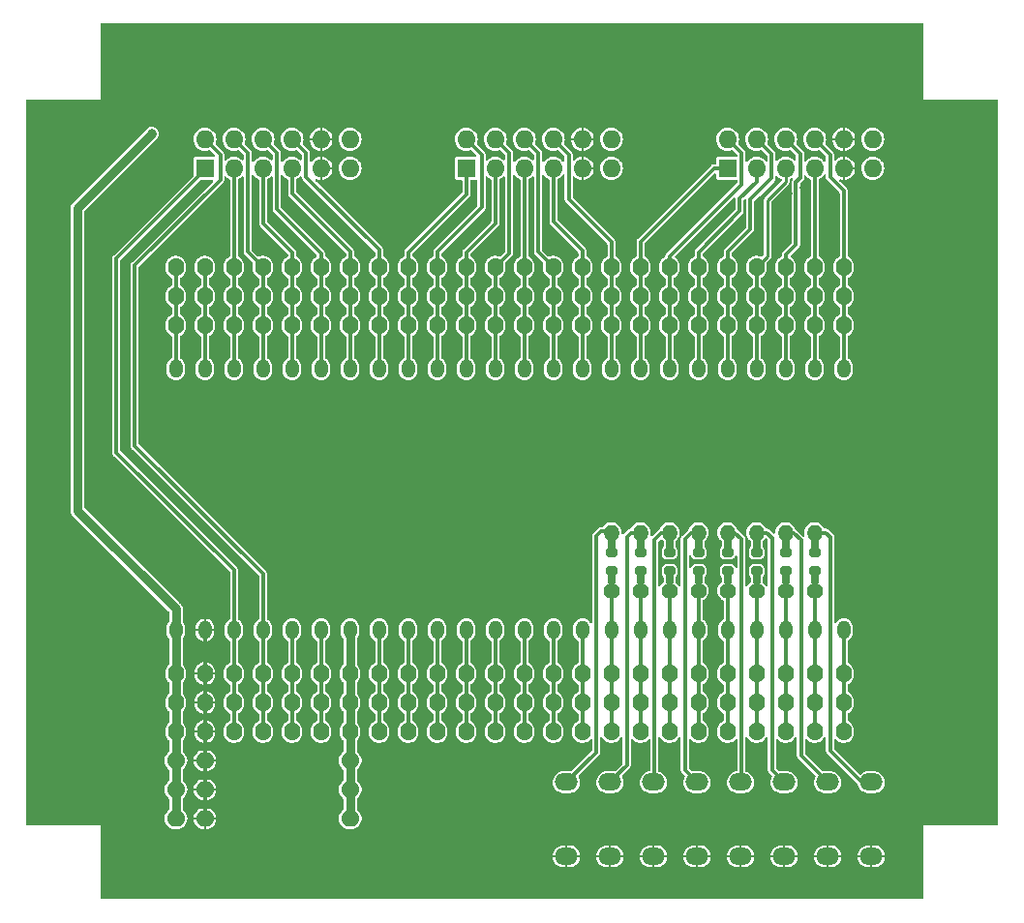
<source format=gtl>
%TF.GenerationSoftware,KiCad,Pcbnew,(7.0.0)*%
%TF.CreationDate,2023-03-12T18:50:35+09:00*%
%TF.ProjectId,TangNano_PmodBase,54616e67-4e61-46e6-9f5f-506d6f644261,rev?*%
%TF.SameCoordinates,Original*%
%TF.FileFunction,Copper,L1,Top*%
%TF.FilePolarity,Positive*%
%FSLAX46Y46*%
G04 Gerber Fmt 4.6, Leading zero omitted, Abs format (unit mm)*
G04 Created by KiCad (PCBNEW (7.0.0)) date 2023-03-12 18:50:35*
%MOMM*%
%LPD*%
G01*
G04 APERTURE LIST*
G04 Aperture macros list*
%AMRoundRect*
0 Rectangle with rounded corners*
0 $1 Rounding radius*
0 $2 $3 $4 $5 $6 $7 $8 $9 X,Y pos of 4 corners*
0 Add a 4 corners polygon primitive as box body*
4,1,4,$2,$3,$4,$5,$6,$7,$8,$9,$2,$3,0*
0 Add four circle primitives for the rounded corners*
1,1,$1+$1,$2,$3*
1,1,$1+$1,$4,$5*
1,1,$1+$1,$6,$7*
1,1,$1+$1,$8,$9*
0 Add four rect primitives between the rounded corners*
20,1,$1+$1,$2,$3,$4,$5,0*
20,1,$1+$1,$4,$5,$6,$7,0*
20,1,$1+$1,$6,$7,$8,$9,0*
20,1,$1+$1,$8,$9,$2,$3,0*%
G04 Aperture macros list end*
%TA.AperFunction,ComponentPad*%
%ADD10R,1.600000X1.600000*%
%TD*%
%TA.AperFunction,ComponentPad*%
%ADD11O,1.600000X1.600000*%
%TD*%
%TA.AperFunction,ComponentPad*%
%ADD12O,2.000000X1.500000*%
%TD*%
%TA.AperFunction,ComponentPad*%
%ADD13C,1.400000*%
%TD*%
%TA.AperFunction,SMDPad,CuDef*%
%ADD14RoundRect,0.200000X0.275000X-0.200000X0.275000X0.200000X-0.275000X0.200000X-0.275000X-0.200000X0*%
%TD*%
%TA.AperFunction,SMDPad,CuDef*%
%ADD15O,0.600000X1.650000*%
%TD*%
%TA.AperFunction,ComponentPad*%
%ADD16O,1.400000X1.400000*%
%TD*%
%TA.AperFunction,ComponentPad*%
%ADD17O,1.600000X1.400000*%
%TD*%
%TA.AperFunction,ComponentPad*%
%ADD18O,1.400000X1.600000*%
%TD*%
%TA.AperFunction,ComponentPad*%
%ADD19O,1.200000X1.600000*%
%TD*%
%TA.AperFunction,ViaPad*%
%ADD20C,0.800000*%
%TD*%
%TA.AperFunction,Conductor*%
%ADD21C,0.300000*%
%TD*%
%TA.AperFunction,Conductor*%
%ADD22C,0.800000*%
%TD*%
%TA.AperFunction,Conductor*%
%ADD23C,0.250000*%
%TD*%
G04 APERTURE END LIST*
D10*
%TO.P,J7,1,Pin_1*%
%TO.N,/PMOD2_P1_PIN32*%
X87139999Y-41029999D03*
D11*
%TO.P,J7,2,Pin_2*%
%TO.N,/PMOD2_P2_PIN57*%
X89679999Y-41029999D03*
%TO.P,J7,3,Pin_3*%
%TO.N,/PMOD2_P3_PIN55*%
X92219999Y-41029999D03*
%TO.P,J7,4,Pin_4*%
%TO.N,/PMOD2_P4_PIN53*%
X94759999Y-41029999D03*
%TO.P,J7,5,Pin_5*%
%TO.N,GND*%
X97299999Y-41029999D03*
%TO.P,J7,6,Pin_6*%
%TO.N,+3V3*%
X99839999Y-41029999D03*
%TO.P,J7,7,Pin_7*%
%TO.N,/PMOD2_P7_PIN31*%
X87139999Y-38489999D03*
%TO.P,J7,8,Pin_8*%
%TO.N,/PMOD2_P8_PIN56*%
X89679999Y-38489999D03*
%TO.P,J7,9,Pin_9*%
%TO.N,/PMOD2_P9_PIN54*%
X92219999Y-38489999D03*
%TO.P,J7,10,Pin_10*%
%TO.N,/PMOD2_P10_PIN51*%
X94759999Y-38489999D03*
%TO.P,J7,11,Pin_11*%
%TO.N,GND*%
X97299999Y-38489999D03*
%TO.P,J7,12,Pin_12*%
%TO.N,+3V3*%
X99839999Y-38489999D03*
%TD*%
D12*
%TO.P,SW7,1,1*%
%TO.N,Net-(R7-Pad2)*%
X122569999Y-94749999D03*
%TO.P,SW7,2,2*%
%TO.N,GND*%
X122569999Y-101249999D03*
%TD*%
D10*
%TO.P,J6,1,Pin_1*%
%TO.N,/PMOD1_P1_PIN42*%
X109999999Y-41029999D03*
D11*
%TO.P,J6,2,Pin_2*%
%TO.N,/PMOD1_P2_PIN35*%
X112539999Y-41029999D03*
%TO.P,J6,3,Pin_3*%
%TO.N,/PMOD1_P3_PIN34*%
X115079999Y-41029999D03*
%TO.P,J6,4,Pin_4*%
%TO.N,/PMOD1_P4_PIN30*%
X117619999Y-41029999D03*
%TO.P,J6,5,Pin_5*%
%TO.N,GND*%
X120159999Y-41029999D03*
%TO.P,J6,6,Pin_6*%
%TO.N,+3V3*%
X122699999Y-41029999D03*
%TO.P,J6,7,Pin_7*%
%TO.N,/PMOD1_P7_PIN41*%
X109999999Y-38489999D03*
%TO.P,J6,8,Pin_8*%
%TO.N,/PMOD1_P8_PIN40*%
X112539999Y-38489999D03*
%TO.P,J6,9,Pin_9*%
%TO.N,/PMOD1_P9_PIN33*%
X115079999Y-38489999D03*
%TO.P,J6,10,Pin_10*%
%TO.N,/PMOD1_P10_PIN29*%
X117619999Y-38489999D03*
%TO.P,J6,11,Pin_11*%
%TO.N,GND*%
X120159999Y-38489999D03*
%TO.P,J6,12,Pin_12*%
%TO.N,+3V3*%
X122699999Y-38489999D03*
%TD*%
D13*
%TO.P,R5,1*%
%TO.N,/PIN82_1V8*%
X130320000Y-77995000D03*
D14*
X130320000Y-76280000D03*
D15*
X130319999Y-76829999D03*
D14*
%TO.P,R5,2*%
%TO.N,Net-(R5-Pad2)*%
X130320000Y-74630000D03*
D15*
X130319999Y-74079999D03*
D16*
X130319999Y-72914999D03*
%TD*%
D17*
%TO.P,J11,1,Pin_1*%
%TO.N,GND*%
X87139999Y-92859999D03*
%TO.P,J11,2,Pin_2*%
X87139999Y-95399999D03*
%TO.P,J11,3,Pin_3*%
X87139999Y-97939999D03*
%TD*%
D13*
%TO.P,R2,1*%
%TO.N,/PIN85_1V8*%
X137940000Y-77995000D03*
D14*
X137940000Y-76280000D03*
D15*
X137939999Y-76829999D03*
D14*
%TO.P,R2,2*%
%TO.N,Net-(R2-Pad2)*%
X137940000Y-74630000D03*
D15*
X137939999Y-74079999D03*
D16*
X137939999Y-72914999D03*
%TD*%
D13*
%TO.P,R8,1*%
%TO.N,/PIN79_1V8*%
X122700000Y-77995000D03*
D14*
X122700000Y-76280000D03*
D15*
X122699999Y-76829999D03*
D14*
%TO.P,R8,2*%
%TO.N,Net-(R8-Pad2)*%
X122700000Y-74630000D03*
D15*
X122699999Y-74079999D03*
D16*
X122699999Y-72914999D03*
%TD*%
D13*
%TO.P,R1,1*%
%TO.N,/PIN86_BL_PWM_1V8*%
X140480000Y-78000000D03*
D14*
X140480000Y-76285000D03*
D15*
X140479999Y-76834999D03*
D14*
%TO.P,R1,2*%
%TO.N,Net-(R1-Pad2)*%
X140480000Y-74635000D03*
D15*
X140479999Y-74084999D03*
D16*
X140479999Y-72919999D03*
%TD*%
D13*
%TO.P,R3,1*%
%TO.N,/PIN84_1V8*%
X135400000Y-77995000D03*
D14*
X135400000Y-76280000D03*
D15*
X135399999Y-76829999D03*
D14*
%TO.P,R3,2*%
%TO.N,Net-(R3-Pad2)*%
X135400000Y-74630000D03*
D15*
X135399999Y-74079999D03*
D16*
X135399999Y-72914999D03*
%TD*%
D12*
%TO.P,SW5,1,1*%
%TO.N,Net-(R5-Pad2)*%
X130189999Y-94749999D03*
%TO.P,SW5,2,2*%
%TO.N,GND*%
X130189999Y-101249999D03*
%TD*%
D13*
%TO.P,R6,1*%
%TO.N,/PIN81_1V8*%
X127780000Y-77995000D03*
D14*
X127780000Y-76280000D03*
D15*
X127779999Y-76829999D03*
D14*
%TO.P,R6,2*%
%TO.N,Net-(R6-Pad2)*%
X127780000Y-74630000D03*
D15*
X127779999Y-74079999D03*
D16*
X127779999Y-72914999D03*
%TD*%
D18*
%TO.P,J8,1,Pin_1*%
%TO.N,/PMOD0_P10_PIN38*%
X143019999Y-49679999D03*
%TO.P,J8,2,Pin_2*%
%TO.N,/PMOD0_P4_PIN37*%
X140479999Y-49679999D03*
%TO.P,J8,3,Pin_3*%
%TO.N,/PMOD0_P9_PIN36*%
X137939999Y-49679999D03*
%TO.P,J8,4,Pin_4*%
%TO.N,/PMOD0_P3_PIN39*%
X135399999Y-49679999D03*
%TO.P,J8,5,Pin_5*%
%TO.N,/PMOD0_P8_PIN25*%
X132859999Y-49679999D03*
%TO.P,J8,6,Pin_6*%
%TO.N,/PMOD0_P2_PIN26*%
X130319999Y-49679999D03*
%TO.P,J8,7,Pin_7*%
%TO.N,/PMOD0_P7_PIN27*%
X127779999Y-49679999D03*
%TO.P,J8,8,Pin_8*%
%TO.N,/PMOD0_P1_PIN28*%
X125239999Y-49679999D03*
%TO.P,J8,9,Pin_9*%
%TO.N,/PMOD1_P10_PIN29*%
X122699999Y-49679999D03*
%TO.P,J8,10,Pin_10*%
%TO.N,/PMOD1_P4_PIN30*%
X120159999Y-49679999D03*
%TO.P,J8,11,Pin_11*%
%TO.N,/PMOD1_P9_PIN33*%
X117619999Y-49679999D03*
%TO.P,J8,12,Pin_12*%
%TO.N,/PMOD1_P3_PIN34*%
X115079999Y-49679999D03*
%TO.P,J8,13,Pin_13*%
%TO.N,/PMOD1_P8_PIN40*%
X112539999Y-49679999D03*
%TO.P,J8,14,Pin_14*%
%TO.N,/PMOD1_P2_PIN35*%
X109999999Y-49679999D03*
%TO.P,J8,15,Pin_15*%
%TO.N,/PMOD1_P7_PIN41*%
X107459999Y-49679999D03*
%TO.P,J8,16,Pin_16*%
%TO.N,/PMOD1_P1_PIN42*%
X104919999Y-49679999D03*
%TO.P,J8,17,Pin_17*%
%TO.N,/PMOD2_P10_PIN51*%
X102379999Y-49679999D03*
%TO.P,J8,18,Pin_18*%
%TO.N,/PMOD2_P4_PIN53*%
X99839999Y-49679999D03*
%TO.P,J8,19,Pin_19*%
%TO.N,/PMOD2_P9_PIN54*%
X97299999Y-49679999D03*
%TO.P,J8,20,Pin_20*%
%TO.N,/PMOD2_P3_PIN55*%
X94759999Y-49679999D03*
%TO.P,J8,21,Pin_21*%
%TO.N,/PMOD2_P8_PIN56*%
X92219999Y-49679999D03*
%TO.P,J8,22,Pin_22*%
%TO.N,/PMOD2_P2_PIN57*%
X89679999Y-49679999D03*
%TO.P,J8,23,Pin_23*%
%TO.N,/HDMI_CK_N*%
X87139999Y-49679999D03*
%TO.P,J8,24,Pin_24*%
%TO.N,/HDMI_CK_P*%
X84599999Y-49679999D03*
%TD*%
D12*
%TO.P,SW8,1,1*%
%TO.N,Net-(R8-Pad2)*%
X118759999Y-94749999D03*
%TO.P,SW8,2,2*%
%TO.N,GND*%
X118759999Y-101249999D03*
%TD*%
D18*
%TO.P,J3,1,Pin_1*%
%TO.N,/PIN63_RGBINIT*%
X143019999Y-87779999D03*
%TO.P,J3,2,Pin_2*%
%TO.N,/PIN86_BL_PWM_1V8*%
X140479999Y-87779999D03*
%TO.P,J3,3,Pin_3*%
%TO.N,/PIN85_1V8*%
X137939999Y-87779999D03*
%TO.P,J3,4,Pin_4*%
%TO.N,/PIN84_1V8*%
X135399999Y-87779999D03*
%TO.P,J3,5,Pin_5*%
%TO.N,/PIN83_1V8*%
X132859999Y-87779999D03*
%TO.P,J3,6,Pin_6*%
%TO.N,/PIN82_1V8*%
X130319999Y-87779999D03*
%TO.P,J3,7,Pin_7*%
%TO.N,/PIN81_1V8*%
X127779999Y-87779999D03*
%TO.P,J3,8,Pin_8*%
%TO.N,/PIN80_1V8*%
X125239999Y-87779999D03*
%TO.P,J3,9,Pin_9*%
%TO.N,/PIN79_1V8*%
X122699999Y-87779999D03*
%TO.P,J3,10,Pin_10*%
%TO.N,/PIN77_SPILCD_MO*%
X120159999Y-87779999D03*
%TO.P,J3,11,Pin_11*%
%TO.N,/PIN76_SPILCD_MCLK*%
X117619999Y-87779999D03*
%TO.P,J3,12,Pin_12*%
%TO.N,/HDMI_D2_P*%
X115079999Y-87779999D03*
%TO.P,J3,13,Pin_13*%
%TO.N,/HDMI_D2_N*%
X112539999Y-87779999D03*
%TO.P,J3,14,Pin_14*%
%TO.N,/HDMI_D1_P*%
X109999999Y-87779999D03*
%TO.P,J3,15,Pin_15*%
%TO.N,/HDMI_D1_N*%
X107459999Y-87779999D03*
%TO.P,J3,16,Pin_16*%
%TO.N,/HDMI_D0_P*%
X104919999Y-87779999D03*
%TO.P,J3,17,Pin_17*%
%TO.N,/HDMI_D0_N*%
X102379999Y-87779999D03*
%TO.P,J3,18,Pin_18*%
%TO.N,/+5V*%
X99839999Y-87779999D03*
%TO.P,J3,19,Pin_19*%
%TO.N,/PIN48_SPILCD_CS*%
X97299999Y-87779999D03*
%TO.P,J3,20,Pin_20*%
%TO.N,/PIN49_SPILCD_RS*%
X94759999Y-87779999D03*
%TO.P,J3,21,Pin_21*%
%TO.N,/PMOD2_P7_PIN31*%
X92219999Y-87779999D03*
%TO.P,J3,22,Pin_22*%
%TO.N,/PMOD2_P1_PIN32*%
X89679999Y-87779999D03*
%TO.P,J3,23,Pin_23*%
%TO.N,GND*%
X87139999Y-87779999D03*
%TO.P,J3,24,Pin_24*%
%TO.N,+3V3*%
X84599999Y-87779999D03*
%TD*%
%TO.P,J4,1,Pin_1*%
%TO.N,/PIN63_RGBINIT*%
X143019999Y-90319999D03*
%TO.P,J4,2,Pin_2*%
%TO.N,/PIN86_BL_PWM_1V8*%
X140479999Y-90319999D03*
%TO.P,J4,3,Pin_3*%
%TO.N,/PIN85_1V8*%
X137939999Y-90319999D03*
%TO.P,J4,4,Pin_4*%
%TO.N,/PIN84_1V8*%
X135399999Y-90319999D03*
%TO.P,J4,5,Pin_5*%
%TO.N,/PIN83_1V8*%
X132859999Y-90319999D03*
%TO.P,J4,6,Pin_6*%
%TO.N,/PIN82_1V8*%
X130319999Y-90319999D03*
%TO.P,J4,7,Pin_7*%
%TO.N,/PIN81_1V8*%
X127779999Y-90319999D03*
%TO.P,J4,8,Pin_8*%
%TO.N,/PIN80_1V8*%
X125239999Y-90319999D03*
%TO.P,J4,9,Pin_9*%
%TO.N,/PIN79_1V8*%
X122699999Y-90319999D03*
%TO.P,J4,10,Pin_10*%
%TO.N,/PIN77_SPILCD_MO*%
X120159999Y-90319999D03*
%TO.P,J4,11,Pin_11*%
%TO.N,/PIN76_SPILCD_MCLK*%
X117619999Y-90319999D03*
%TO.P,J4,12,Pin_12*%
%TO.N,/HDMI_D2_P*%
X115079999Y-90319999D03*
%TO.P,J4,13,Pin_13*%
%TO.N,/HDMI_D2_N*%
X112539999Y-90319999D03*
%TO.P,J4,14,Pin_14*%
%TO.N,/HDMI_D1_P*%
X109999999Y-90319999D03*
%TO.P,J4,15,Pin_15*%
%TO.N,/HDMI_D1_N*%
X107459999Y-90319999D03*
%TO.P,J4,16,Pin_16*%
%TO.N,/HDMI_D0_P*%
X104919999Y-90319999D03*
%TO.P,J4,17,Pin_17*%
%TO.N,/HDMI_D0_N*%
X102379999Y-90319999D03*
%TO.P,J4,18,Pin_18*%
%TO.N,/+5V*%
X99839999Y-90319999D03*
%TO.P,J4,19,Pin_19*%
%TO.N,/PIN48_SPILCD_CS*%
X97299999Y-90319999D03*
%TO.P,J4,20,Pin_20*%
%TO.N,/PIN49_SPILCD_RS*%
X94759999Y-90319999D03*
%TO.P,J4,21,Pin_21*%
%TO.N,/PMOD2_P7_PIN31*%
X92219999Y-90319999D03*
%TO.P,J4,22,Pin_22*%
%TO.N,/PMOD2_P1_PIN32*%
X89679999Y-90319999D03*
%TO.P,J4,23,Pin_23*%
%TO.N,GND*%
X87139999Y-90319999D03*
%TO.P,J4,24,Pin_24*%
%TO.N,+3V3*%
X84599999Y-90319999D03*
%TD*%
D12*
%TO.P,SW4,1,1*%
%TO.N,Net-(R4-Pad2)*%
X133999999Y-94749999D03*
%TO.P,SW4,2,2*%
%TO.N,GND*%
X133999999Y-101249999D03*
%TD*%
D13*
%TO.P,R7,1*%
%TO.N,/PIN80_1V8*%
X125240000Y-77995000D03*
D14*
X125240000Y-76280000D03*
D15*
X125239999Y-76829999D03*
D14*
%TO.P,R7,2*%
%TO.N,Net-(R7-Pad2)*%
X125240000Y-74630000D03*
D15*
X125239999Y-74079999D03*
D16*
X125239999Y-72914999D03*
%TD*%
D12*
%TO.P,SW1,1,1*%
%TO.N,Net-(R1-Pad2)*%
X145429999Y-94749999D03*
%TO.P,SW1,2,2*%
%TO.N,GND*%
X145429999Y-101249999D03*
%TD*%
D18*
%TO.P,J2,1,Pin_1*%
%TO.N,/PMOD0_P10_PIN38*%
X143019999Y-54759999D03*
%TO.P,J2,2,Pin_2*%
%TO.N,/PMOD0_P4_PIN37*%
X140479999Y-54759999D03*
%TO.P,J2,3,Pin_3*%
%TO.N,/PMOD0_P9_PIN36*%
X137939999Y-54759999D03*
%TO.P,J2,4,Pin_4*%
%TO.N,/PMOD0_P3_PIN39*%
X135399999Y-54759999D03*
%TO.P,J2,5,Pin_5*%
%TO.N,/PMOD0_P8_PIN25*%
X132859999Y-54759999D03*
%TO.P,J2,6,Pin_6*%
%TO.N,/PMOD0_P2_PIN26*%
X130319999Y-54759999D03*
%TO.P,J2,7,Pin_7*%
%TO.N,/PMOD0_P7_PIN27*%
X127779999Y-54759999D03*
%TO.P,J2,8,Pin_8*%
%TO.N,/PMOD0_P1_PIN28*%
X125239999Y-54759999D03*
%TO.P,J2,9,Pin_9*%
%TO.N,/PMOD1_P10_PIN29*%
X122699999Y-54759999D03*
%TO.P,J2,10,Pin_10*%
%TO.N,/PMOD1_P4_PIN30*%
X120159999Y-54759999D03*
%TO.P,J2,11,Pin_11*%
%TO.N,/PMOD1_P9_PIN33*%
X117619999Y-54759999D03*
%TO.P,J2,12,Pin_12*%
%TO.N,/PMOD1_P3_PIN34*%
X115079999Y-54759999D03*
%TO.P,J2,13,Pin_13*%
%TO.N,/PMOD1_P8_PIN40*%
X112539999Y-54759999D03*
%TO.P,J2,14,Pin_14*%
%TO.N,/PMOD1_P2_PIN35*%
X109999999Y-54759999D03*
%TO.P,J2,15,Pin_15*%
%TO.N,/PMOD1_P7_PIN41*%
X107459999Y-54759999D03*
%TO.P,J2,16,Pin_16*%
%TO.N,/PMOD1_P1_PIN42*%
X104919999Y-54759999D03*
%TO.P,J2,17,Pin_17*%
%TO.N,/PMOD2_P10_PIN51*%
X102379999Y-54759999D03*
%TO.P,J2,18,Pin_18*%
%TO.N,/PMOD2_P4_PIN53*%
X99839999Y-54759999D03*
%TO.P,J2,19,Pin_19*%
%TO.N,/PMOD2_P9_PIN54*%
X97299999Y-54759999D03*
%TO.P,J2,20,Pin_20*%
%TO.N,/PMOD2_P3_PIN55*%
X94759999Y-54759999D03*
%TO.P,J2,21,Pin_21*%
%TO.N,/PMOD2_P8_PIN56*%
X92219999Y-54759999D03*
%TO.P,J2,22,Pin_22*%
%TO.N,/PMOD2_P2_PIN57*%
X89679999Y-54759999D03*
%TO.P,J2,23,Pin_23*%
%TO.N,/HDMI_CK_N*%
X87139999Y-54759999D03*
%TO.P,J2,24,Pin_24*%
%TO.N,/HDMI_CK_P*%
X84599999Y-54759999D03*
%TD*%
D12*
%TO.P,SW3,1,1*%
%TO.N,Net-(R3-Pad2)*%
X137809999Y-94749999D03*
%TO.P,SW3,2,2*%
%TO.N,GND*%
X137809999Y-101249999D03*
%TD*%
D13*
%TO.P,R4,1*%
%TO.N,/PIN83_1V8*%
X132860000Y-77995000D03*
D14*
X132860000Y-76280000D03*
D15*
X132859999Y-76829999D03*
D14*
%TO.P,R4,2*%
%TO.N,Net-(R4-Pad2)*%
X132860000Y-74630000D03*
D15*
X132859999Y-74079999D03*
D16*
X132859999Y-72914999D03*
%TD*%
D18*
%TO.P,J1,1,Pin_1*%
%TO.N,/PMOD0_P10_PIN38*%
X143019999Y-52219999D03*
%TO.P,J1,2,Pin_2*%
%TO.N,/PMOD0_P4_PIN37*%
X140479999Y-52219999D03*
%TO.P,J1,3,Pin_3*%
%TO.N,/PMOD0_P9_PIN36*%
X137939999Y-52219999D03*
%TO.P,J1,4,Pin_4*%
%TO.N,/PMOD0_P3_PIN39*%
X135399999Y-52219999D03*
%TO.P,J1,5,Pin_5*%
%TO.N,/PMOD0_P8_PIN25*%
X132859999Y-52219999D03*
%TO.P,J1,6,Pin_6*%
%TO.N,/PMOD0_P2_PIN26*%
X130319999Y-52219999D03*
%TO.P,J1,7,Pin_7*%
%TO.N,/PMOD0_P7_PIN27*%
X127779999Y-52219999D03*
%TO.P,J1,8,Pin_8*%
%TO.N,/PMOD0_P1_PIN28*%
X125239999Y-52219999D03*
%TO.P,J1,9,Pin_9*%
%TO.N,/PMOD1_P10_PIN29*%
X122699999Y-52219999D03*
%TO.P,J1,10,Pin_10*%
%TO.N,/PMOD1_P4_PIN30*%
X120159999Y-52219999D03*
%TO.P,J1,11,Pin_11*%
%TO.N,/PMOD1_P9_PIN33*%
X117619999Y-52219999D03*
%TO.P,J1,12,Pin_12*%
%TO.N,/PMOD1_P3_PIN34*%
X115079999Y-52219999D03*
%TO.P,J1,13,Pin_13*%
%TO.N,/PMOD1_P8_PIN40*%
X112539999Y-52219999D03*
%TO.P,J1,14,Pin_14*%
%TO.N,/PMOD1_P2_PIN35*%
X109999999Y-52219999D03*
%TO.P,J1,15,Pin_15*%
%TO.N,/PMOD1_P7_PIN41*%
X107459999Y-52219999D03*
%TO.P,J1,16,Pin_16*%
%TO.N,/PMOD1_P1_PIN42*%
X104919999Y-52219999D03*
%TO.P,J1,17,Pin_17*%
%TO.N,/PMOD2_P10_PIN51*%
X102379999Y-52219999D03*
%TO.P,J1,18,Pin_18*%
%TO.N,/PMOD2_P4_PIN53*%
X99839999Y-52219999D03*
%TO.P,J1,19,Pin_19*%
%TO.N,/PMOD2_P9_PIN54*%
X97299999Y-52219999D03*
%TO.P,J1,20,Pin_20*%
%TO.N,/PMOD2_P3_PIN55*%
X94759999Y-52219999D03*
%TO.P,J1,21,Pin_21*%
%TO.N,/PMOD2_P8_PIN56*%
X92219999Y-52219999D03*
%TO.P,J1,22,Pin_22*%
%TO.N,/PMOD2_P2_PIN57*%
X89679999Y-52219999D03*
%TO.P,J1,23,Pin_23*%
%TO.N,/HDMI_CK_N*%
X87139999Y-52219999D03*
%TO.P,J1,24,Pin_24*%
%TO.N,/HDMI_CK_P*%
X84599999Y-52219999D03*
%TD*%
D19*
%TO.P,U1,1,PIN38_IOB31B_TF_CS*%
%TO.N,/PMOD0_P10_PIN38*%
X143019999Y-58569999D03*
%TO.P,U1,2,PIN37_IOB31A_TF_MOSI*%
%TO.N,/PMOD0_P4_PIN37*%
X140479999Y-58569999D03*
%TO.P,U1,3,PIN36_IOB29B_TF_SCLK*%
%TO.N,/PMOD0_P9_PIN36*%
X137939999Y-58569999D03*
%TO.P,U1,4,PIN39_IOB33A_TF_MISO*%
%TO.N,/PMOD0_P3_PIN39*%
X135399999Y-58569999D03*
%TO.P,U1,5,PIN25_IOB8A*%
%TO.N,/PMOD0_P8_PIN25*%
X132859999Y-58569999D03*
%TO.P,U1,6,PIN26_IOB8B*%
%TO.N,/PMOD0_P2_PIN26*%
X130319999Y-58569999D03*
%TO.P,U1,7,PIN27_IOB11A*%
%TO.N,/PMOD0_P7_PIN27*%
X127779999Y-58569999D03*
%TO.P,U1,8,PIN28_IOB11B*%
%TO.N,/PMOD0_P1_PIN28*%
X125239999Y-58569999D03*
%TO.P,U1,9,PIN29_IOB13A*%
%TO.N,/PMOD1_P10_PIN29*%
X122699999Y-58569999D03*
%TO.P,U1,10,PIN30_IOB13B*%
%TO.N,/PMOD1_P4_PIN30*%
X120159999Y-58569999D03*
%TO.P,U1,11,PIN33_IOB23A_RGB_DE*%
%TO.N,/PMOD1_P9_PIN33*%
X117619999Y-58569999D03*
%TO.P,U1,12,PIN34_IOB23B_RGB_VS*%
%TO.N,/PMOD1_P3_PIN34*%
X115079999Y-58569999D03*
%TO.P,U1,13,PIN40_IOB33B_RGB_HS*%
%TO.N,/PMOD1_P8_PIN40*%
X112539999Y-58569999D03*
%TO.P,U1,14,PIN35_IOB29A_RGB_CK*%
%TO.N,/PMOD1_P2_PIN35*%
X109999999Y-58569999D03*
%TO.P,U1,15,PIN41_IOB41A_RGB_B7*%
%TO.N,/PMOD1_P7_PIN41*%
X107459999Y-58569999D03*
%TO.P,U1,16,PIN42_IOB41B_RGB_B6*%
%TO.N,/PMOD1_P1_PIN42*%
X104919999Y-58569999D03*
%TO.P,U1,17,PIN51_IOR17B_RGB_B5*%
%TO.N,/PMOD2_P10_PIN51*%
X102379999Y-58569999D03*
%TO.P,U1,18,PIN53_IOR15B_RGB_B4*%
%TO.N,/PMOD2_P4_PIN53*%
X99839999Y-58569999D03*
%TO.P,U1,19,PIN54_IOR15A_RGB_B3*%
%TO.N,/PMOD2_P9_PIN54*%
X97299999Y-58569999D03*
%TO.P,U1,20,PIN55_IOR14B_RGB_G7*%
%TO.N,/PMOD2_P3_PIN55*%
X94759999Y-58569999D03*
%TO.P,U1,21,PIN56_IOR14A_RGB_G6*%
%TO.N,/PMOD2_P8_PIN56*%
X92219999Y-58569999D03*
%TO.P,U1,22,PIN57_IOR13A_RGB_G5*%
%TO.N,/PMOD2_P2_PIN57*%
X89679999Y-58569999D03*
%TO.P,U1,23,HDMI_CK_N*%
%TO.N,/HDMI_CK_N*%
X87139999Y-58569999D03*
%TO.P,U1,24,HDMI_CK_P*%
%TO.N,/HDMI_CK_P*%
X84599999Y-58569999D03*
%TO.P,U1,25,+3V3*%
%TO.N,+3V3*%
X84599999Y-81429999D03*
%TO.P,U1,26,GND*%
%TO.N,GND*%
X87139999Y-81429999D03*
%TO.P,U1,27,PIN32_IOB15B_RGBINIT*%
%TO.N,/PMOD2_P1_PIN32*%
X89679999Y-81429999D03*
%TO.P,U1,28,PIN31_IOB15A_RGBINIT*%
%TO.N,/PMOD2_P7_PIN31*%
X92219999Y-81429999D03*
%TO.P,U1,29,PIN49_IOR24A_SPILCD_RS*%
%TO.N,/PIN49_SPILCD_RS*%
X94759999Y-81429999D03*
%TO.P,U1,30,PIN48_IOR24B_SPILCD_CS*%
%TO.N,/PIN48_SPILCD_CS*%
X97299999Y-81429999D03*
%TO.P,U1,31,+5V*%
%TO.N,/+5V*%
X99839999Y-81429999D03*
%TO.P,U1,32,HDMI_D0_N*%
%TO.N,/HDMI_D0_N*%
X102379999Y-81429999D03*
%TO.P,U1,33,HDMI_D0_P*%
%TO.N,/HDMI_D0_P*%
X104919999Y-81429999D03*
%TO.P,U1,34,HDMI_D1_N*%
%TO.N,/HDMI_D1_N*%
X107459999Y-81429999D03*
%TO.P,U1,35,HDMI_D1_P*%
%TO.N,/HDMI_D1_P*%
X109999999Y-81429999D03*
%TO.P,U1,36,HDMI_D2_N*%
%TO.N,/HDMI_D2_N*%
X112539999Y-81429999D03*
%TO.P,U1,37,HDMI_D2_P*%
%TO.N,/HDMI_D2_P*%
X115079999Y-81429999D03*
%TO.P,U1,38,PIN76_IOT37B_SPILCD_MCLK*%
%TO.N,/PIN76_SPILCD_MCLK*%
X117619999Y-81429999D03*
%TO.P,U1,39,PIN77_IOT37A_SPILCD_MO*%
%TO.N,/PIN77_SPILCD_MO*%
X120159999Y-81429999D03*
%TO.P,U1,40,PIN79_IOT12B_1V8*%
%TO.N,/PIN79_1V8*%
X122699999Y-81429999D03*
%TO.P,U1,41,PIN80_IOT12A_1V8*%
%TO.N,/PIN80_1V8*%
X125239999Y-81429999D03*
%TO.P,U1,42,PIN81_IOT11B_1V8*%
%TO.N,/PIN81_1V8*%
X127779999Y-81429999D03*
%TO.P,U1,43,PIN82_IOT11A_1V8*%
%TO.N,/PIN82_1V8*%
X130319999Y-81429999D03*
%TO.P,U1,44,PIN83_IOT11B_1V8*%
%TO.N,/PIN83_1V8*%
X132859999Y-81429999D03*
%TO.P,U1,45,PIN84_IOT10A_1V8*%
%TO.N,/PIN84_1V8*%
X135399999Y-81429999D03*
%TO.P,U1,46,PIN85_IOT8B_1V8*%
%TO.N,/PIN85_1V8*%
X137939999Y-81429999D03*
%TO.P,U1,47,PIN86_IOT8A_BL_PWM_1V8*%
%TO.N,/PIN86_BL_PWM_1V8*%
X140479999Y-81429999D03*
%TO.P,U1,48,PIN63_IOR5A_RGBINIT*%
%TO.N,/PIN63_RGBINIT*%
X143019999Y-81429999D03*
%TD*%
D12*
%TO.P,SW6,1,1*%
%TO.N,Net-(R6-Pad2)*%
X126379999Y-94749999D03*
%TO.P,SW6,2,2*%
%TO.N,GND*%
X126379999Y-101249999D03*
%TD*%
D17*
%TO.P,J12,1,Pin_1*%
%TO.N,/+5V*%
X99839999Y-92859999D03*
%TO.P,J12,2,Pin_2*%
X99839999Y-95399999D03*
%TO.P,J12,3,Pin_3*%
X99839999Y-97939999D03*
%TD*%
D12*
%TO.P,SW2,1,1*%
%TO.N,Net-(R2-Pad2)*%
X141619999Y-94749999D03*
%TO.P,SW2,2,2*%
%TO.N,GND*%
X141619999Y-101249999D03*
%TD*%
D10*
%TO.P,J5,1,Pin_1*%
%TO.N,/PMOD0_P1_PIN28*%
X132859999Y-41029999D03*
D11*
%TO.P,J5,2,Pin_2*%
%TO.N,/PMOD0_P2_PIN26*%
X135399999Y-41029999D03*
%TO.P,J5,3,Pin_3*%
%TO.N,/PMOD0_P3_PIN39*%
X137939999Y-41029999D03*
%TO.P,J5,4,Pin_4*%
%TO.N,/PMOD0_P4_PIN37*%
X140479999Y-41029999D03*
%TO.P,J5,5,Pin_5*%
%TO.N,GND*%
X143019999Y-41029999D03*
%TO.P,J5,6,Pin_6*%
%TO.N,+3V3*%
X145559999Y-41029999D03*
%TO.P,J5,7,Pin_7*%
%TO.N,/PMOD0_P7_PIN27*%
X132859999Y-38489999D03*
%TO.P,J5,8,Pin_8*%
%TO.N,/PMOD0_P8_PIN25*%
X135399999Y-38489999D03*
%TO.P,J5,9,Pin_9*%
%TO.N,/PMOD0_P9_PIN36*%
X137939999Y-38489999D03*
%TO.P,J5,10,Pin_10*%
%TO.N,/PMOD0_P10_PIN38*%
X140479999Y-38489999D03*
%TO.P,J5,11,Pin_11*%
%TO.N,GND*%
X143019999Y-38489999D03*
%TO.P,J5,12,Pin_12*%
%TO.N,+3V3*%
X145559999Y-38489999D03*
%TD*%
D18*
%TO.P,J9,1,Pin_1*%
%TO.N,/PIN63_RGBINIT*%
X143019999Y-85239999D03*
%TO.P,J9,2,Pin_2*%
%TO.N,/PIN86_BL_PWM_1V8*%
X140479999Y-85239999D03*
%TO.P,J9,3,Pin_3*%
%TO.N,/PIN85_1V8*%
X137939999Y-85239999D03*
%TO.P,J9,4,Pin_4*%
%TO.N,/PIN84_1V8*%
X135399999Y-85239999D03*
%TO.P,J9,5,Pin_5*%
%TO.N,/PIN83_1V8*%
X132859999Y-85239999D03*
%TO.P,J9,6,Pin_6*%
%TO.N,/PIN82_1V8*%
X130319999Y-85239999D03*
%TO.P,J9,7,Pin_7*%
%TO.N,/PIN81_1V8*%
X127779999Y-85239999D03*
%TO.P,J9,8,Pin_8*%
%TO.N,/PIN80_1V8*%
X125239999Y-85239999D03*
%TO.P,J9,9,Pin_9*%
%TO.N,/PIN79_1V8*%
X122699999Y-85239999D03*
%TO.P,J9,10,Pin_10*%
%TO.N,/PIN77_SPILCD_MO*%
X120159999Y-85239999D03*
%TO.P,J9,11,Pin_11*%
%TO.N,/PIN76_SPILCD_MCLK*%
X117619999Y-85239999D03*
%TO.P,J9,12,Pin_12*%
%TO.N,/HDMI_D2_P*%
X115079999Y-85239999D03*
%TO.P,J9,13,Pin_13*%
%TO.N,/HDMI_D2_N*%
X112539999Y-85239999D03*
%TO.P,J9,14,Pin_14*%
%TO.N,/HDMI_D1_P*%
X109999999Y-85239999D03*
%TO.P,J9,15,Pin_15*%
%TO.N,/HDMI_D1_N*%
X107459999Y-85239999D03*
%TO.P,J9,16,Pin_16*%
%TO.N,/HDMI_D0_P*%
X104919999Y-85239999D03*
%TO.P,J9,17,Pin_17*%
%TO.N,/HDMI_D0_N*%
X102379999Y-85239999D03*
%TO.P,J9,18,Pin_18*%
%TO.N,/+5V*%
X99839999Y-85239999D03*
%TO.P,J9,19,Pin_19*%
%TO.N,/PIN48_SPILCD_CS*%
X97299999Y-85239999D03*
%TO.P,J9,20,Pin_20*%
%TO.N,/PIN49_SPILCD_RS*%
X94759999Y-85239999D03*
%TO.P,J9,21,Pin_21*%
%TO.N,/PMOD2_P7_PIN31*%
X92219999Y-85239999D03*
%TO.P,J9,22,Pin_22*%
%TO.N,/PMOD2_P1_PIN32*%
X89679999Y-85239999D03*
%TO.P,J9,23,Pin_23*%
%TO.N,GND*%
X87139999Y-85239999D03*
%TO.P,J9,24,Pin_24*%
%TO.N,+3V3*%
X84599999Y-85239999D03*
%TD*%
D17*
%TO.P,J10,1,Pin_1*%
%TO.N,+3V3*%
X84599999Y-92859999D03*
%TO.P,J10,2,Pin_2*%
X84599999Y-95399999D03*
%TO.P,J10,3,Pin_3*%
X84599999Y-97939999D03*
%TD*%
D20*
%TO.N,GND*%
X93100000Y-45500000D03*
X81500000Y-45700000D03*
X85100000Y-78500000D03*
X92400000Y-75400000D03*
X141400000Y-42700000D03*
X134100000Y-45900000D03*
X111500000Y-45600000D03*
X86000000Y-43400000D03*
X80200000Y-50400000D03*
X88800000Y-76600000D03*
X75700000Y-72200000D03*
X126500000Y-48400000D03*
X146600000Y-36600000D03*
X132200000Y-47800000D03*
X102200000Y-35500000D03*
X88900000Y-42800000D03*
X83600000Y-66700000D03*
X121700000Y-36900000D03*
X93100000Y-76900000D03*
X86500000Y-35600000D03*
X98600000Y-48500000D03*
X81700000Y-37200000D03*
X90900000Y-51000000D03*
X95600000Y-42700000D03*
X77100000Y-45000000D03*
X83600000Y-43600000D03*
X80200000Y-64500000D03*
X94200000Y-43900000D03*
X123700000Y-36900000D03*
X120300000Y-35500000D03*
X135600000Y-44400000D03*
X83600000Y-45800000D03*
X117100000Y-46500000D03*
X131400000Y-39700000D03*
X85700000Y-80100000D03*
X134384000Y-47900000D03*
X144500000Y-36600000D03*
X139600000Y-42700000D03*
X101100000Y-48500000D03*
X97500000Y-35600000D03*
X77100000Y-70600000D03*
X102200000Y-33400000D03*
X91400000Y-76900000D03*
X74900000Y-70600000D03*
X74900000Y-45000000D03*
X99800000Y-34600000D03*
X125300000Y-35400000D03*
X81500000Y-47900000D03*
X96000000Y-48600000D03*
X125300000Y-33300000D03*
X138100000Y-43200000D03*
X83800000Y-47900000D03*
X83600000Y-38900000D03*
X88400000Y-48300000D03*
X139200000Y-48400000D03*
X86500000Y-33500000D03*
X83600000Y-69000000D03*
X119800000Y-43400000D03*
X108600000Y-46000000D03*
X142800000Y-33300000D03*
X142200000Y-48200000D03*
X112900000Y-46700000D03*
X137200000Y-48400000D03*
X83500000Y-71300000D03*
X91700000Y-46500000D03*
X124000000Y-48300000D03*
X142800000Y-35300000D03*
X75700000Y-43300000D03*
X120300000Y-33300000D03*
X132600000Y-42700000D03*
X85900000Y-48300000D03*
X83500000Y-80100000D03*
X129300000Y-48500000D03*
X118500000Y-44500000D03*
X97500000Y-33400000D03*
%TO.N,+3V3*%
X82500000Y-38000000D03*
%TD*%
D21*
%TO.N,GND*%
X87140000Y-85240000D02*
X87140000Y-87780000D01*
X87140000Y-95400000D02*
X87140000Y-97940000D01*
X87140000Y-90320000D02*
X87140000Y-92860000D01*
X87140000Y-85240000D02*
X87140000Y-81430000D01*
X87140000Y-87780000D02*
X87140000Y-90320000D01*
X87140000Y-92860000D02*
X87140000Y-95400000D01*
D22*
%TO.N,+3V3*%
X84600000Y-90320000D02*
X84600000Y-92860000D01*
X84600000Y-81430000D02*
X84600000Y-85240000D01*
X84600000Y-79600000D02*
X76000000Y-71000000D01*
X84600000Y-81430000D02*
X84600000Y-79600000D01*
X84600000Y-95400000D02*
X84600000Y-97940000D01*
X76000000Y-71000000D02*
X76000000Y-44500000D01*
X84600000Y-87780000D02*
X84600000Y-90320000D01*
X84600000Y-92860000D02*
X84600000Y-95400000D01*
X84600000Y-85240000D02*
X84600000Y-87780000D01*
X76000000Y-44500000D02*
X82500000Y-38000000D01*
D21*
%TO.N,/PMOD0_P10_PIN38*%
X141820489Y-39830489D02*
X140480000Y-38490000D01*
X143020000Y-49680000D02*
X143020000Y-43020000D01*
X143020000Y-58570000D02*
X143020000Y-49680000D01*
X143020000Y-43020000D02*
X141820489Y-41820489D01*
X141820489Y-41820489D02*
X141820489Y-39830489D01*
%TO.N,/PMOD0_P4_PIN37*%
X140480000Y-49680000D02*
X140480000Y-41030000D01*
X140480000Y-58570000D02*
X140480000Y-49680000D01*
%TO.N,/PMOD0_P9_PIN36*%
X137940000Y-58570000D02*
X137940000Y-49680000D01*
X139200000Y-41900000D02*
X138850489Y-42249511D01*
X138850489Y-42249511D02*
X138850489Y-47689541D01*
X138850489Y-47689541D02*
X137940000Y-48600030D01*
X139200000Y-39750000D02*
X137940000Y-38490000D01*
X139200000Y-41900000D02*
X139200000Y-39750000D01*
X137940000Y-48600030D02*
X137940000Y-49680000D01*
%TO.N,/PMOD0_P3_PIN39*%
X135400000Y-58570000D02*
X135400000Y-49680000D01*
D23*
X136375489Y-43824511D02*
X137940000Y-42260000D01*
X137940000Y-42260000D02*
X137940000Y-41030000D01*
X136375489Y-48704511D02*
X135400000Y-49680000D01*
X136375489Y-48704511D02*
X136375489Y-43824511D01*
D21*
%TO.N,/PMOD0_P8_PIN25*%
X136700000Y-39790000D02*
X135400000Y-38490000D01*
X132860000Y-49680000D02*
X132860000Y-48340000D01*
X132860000Y-48340000D02*
X134850489Y-46349511D01*
X134850489Y-46349511D02*
X134850489Y-43749511D01*
X132860000Y-58570000D02*
X132860000Y-49680000D01*
X136700000Y-41900000D02*
X136700000Y-39790000D01*
X134850489Y-43749511D02*
X136700000Y-41900000D01*
%TO.N,/PMOD0_P2_PIN26*%
X130320000Y-48380000D02*
X133900000Y-44800000D01*
X130320000Y-58570000D02*
X130320000Y-49680000D01*
X135400000Y-42200000D02*
X135400000Y-41030000D01*
X133900000Y-44800000D02*
X133900000Y-43700000D01*
X133900000Y-43700000D02*
X135400000Y-42200000D01*
X130320000Y-49680000D02*
X130320000Y-48380000D01*
%TO.N,/PMOD0_P7_PIN27*%
X134059511Y-39689511D02*
X132860000Y-38490000D01*
X127780000Y-49680000D02*
X127780000Y-48720000D01*
X127780000Y-48720000D02*
X134059511Y-42440489D01*
X127780000Y-58570000D02*
X127780000Y-49680000D01*
X134059511Y-42440489D02*
X134059511Y-39689511D01*
%TO.N,/PMOD0_P1_PIN28*%
X125240000Y-47460000D02*
X131670000Y-41030000D01*
X125240000Y-52220000D02*
X125240000Y-49680000D01*
X125240000Y-49680000D02*
X125240000Y-47460000D01*
X131670000Y-41030000D02*
X132860000Y-41030000D01*
X125240000Y-58570000D02*
X125240000Y-54760000D01*
X125240000Y-54760000D02*
X125240000Y-52220000D01*
%TO.N,/PMOD1_P10_PIN29*%
X118960489Y-43760489D02*
X118960489Y-39830489D01*
X122700000Y-49680000D02*
X122700000Y-47500000D01*
X122700000Y-58570000D02*
X122700000Y-54760000D01*
X118960489Y-39830489D02*
X117620000Y-38490000D01*
X122700000Y-54760000D02*
X122700000Y-52220000D01*
X122700000Y-52220000D02*
X122700000Y-49680000D01*
X122700000Y-47500000D02*
X118960489Y-43760489D01*
%TO.N,/PMOD1_P4_PIN30*%
X117620000Y-45720000D02*
X117620000Y-41030000D01*
X120160000Y-49680000D02*
X120160000Y-48260000D01*
X120160000Y-48260000D02*
X117620000Y-45720000D01*
X120160000Y-54760000D02*
X120160000Y-52220000D01*
X120160000Y-52220000D02*
X120160000Y-49680000D01*
X120160000Y-58570000D02*
X120160000Y-54760000D01*
%TO.N,/PMOD1_P9_PIN33*%
X117620000Y-54760000D02*
X117620000Y-52220000D01*
X116279511Y-39689511D02*
X115080000Y-38490000D01*
X117620000Y-49680000D02*
X116279511Y-48339511D01*
X116279511Y-48339511D02*
X116279511Y-39689511D01*
X117620000Y-52220000D02*
X117620000Y-49680000D01*
X117620000Y-58570000D02*
X117620000Y-54760000D01*
%TO.N,/PMOD1_P3_PIN34*%
X115080000Y-54760000D02*
X115080000Y-52220000D01*
X115080000Y-58570000D02*
X115080000Y-54760000D01*
X115080000Y-49680000D02*
X115080000Y-41030000D01*
X115080000Y-52220000D02*
X115080000Y-49680000D01*
%TO.N,/PMOD1_P8_PIN40*%
X112540000Y-49680000D02*
X113739511Y-48480489D01*
X112540000Y-54760000D02*
X112540000Y-52220000D01*
X112540000Y-52220000D02*
X112540000Y-49680000D01*
X112540000Y-58570000D02*
X112540000Y-54760000D01*
X113739511Y-48480489D02*
X113739511Y-39689511D01*
X113739511Y-39689511D02*
X112540000Y-38490000D01*
%TO.N,/PMOD1_P2_PIN35*%
X110000000Y-54760000D02*
X110000000Y-52220000D01*
X110000000Y-52220000D02*
X110000000Y-49680000D01*
X112540000Y-45860000D02*
X112540000Y-41030000D01*
X110000000Y-49680000D02*
X110000000Y-48400000D01*
X110000000Y-48400000D02*
X112540000Y-45860000D01*
X110000000Y-58570000D02*
X110000000Y-54760000D01*
%TO.N,/PMOD1_P7_PIN41*%
X107460000Y-48340000D02*
X111340489Y-44459511D01*
X107460000Y-58570000D02*
X107460000Y-54760000D01*
X111340489Y-39830489D02*
X110000000Y-38490000D01*
X107460000Y-54760000D02*
X107460000Y-52220000D01*
X107460000Y-49680000D02*
X107460000Y-48340000D01*
X107460000Y-52220000D02*
X107460000Y-49680000D01*
X111340489Y-44459511D02*
X111340489Y-39830489D01*
%TO.N,/PMOD1_P1_PIN42*%
X110000000Y-43300000D02*
X110000000Y-41030000D01*
X104920000Y-54760000D02*
X104920000Y-52220000D01*
X104920000Y-58570000D02*
X104920000Y-54760000D01*
X104920000Y-52220000D02*
X104920000Y-49680000D01*
X104920000Y-49680000D02*
X104920000Y-48380000D01*
X104920000Y-48380000D02*
X110000000Y-43300000D01*
%TO.N,/PMOD2_P10_PIN51*%
X94760000Y-38490000D02*
X95959511Y-39689511D01*
X102380000Y-52220000D02*
X102380000Y-54760000D01*
X95959511Y-39689511D02*
X95959511Y-41759511D01*
X102380000Y-48180000D02*
X102380000Y-49680000D01*
X102380000Y-49680000D02*
X102380000Y-52220000D01*
X102380000Y-54760000D02*
X102380000Y-58570000D01*
X95959511Y-41759511D02*
X102380000Y-48180000D01*
%TO.N,/PMOD2_P4_PIN53*%
X99840000Y-54760000D02*
X99840000Y-58570000D01*
X99840000Y-49680000D02*
X99840000Y-48340000D01*
X99840000Y-48340000D02*
X94760000Y-43260000D01*
X99840000Y-49680000D02*
X99840000Y-52220000D01*
X99840000Y-52220000D02*
X99840000Y-54760000D01*
X94760000Y-43260000D02*
X94760000Y-41030000D01*
%TO.N,/PMOD2_P9_PIN54*%
X93419511Y-44619511D02*
X97300000Y-48500000D01*
X97300000Y-52220000D02*
X97300000Y-54760000D01*
X93419511Y-39689511D02*
X93419511Y-44619511D01*
X92220000Y-38490000D02*
X93419511Y-39689511D01*
X97300000Y-54760000D02*
X97300000Y-58570000D01*
X97300000Y-49680000D02*
X97300000Y-52220000D01*
X97300000Y-48500000D02*
X97300000Y-49680000D01*
%TO.N,/PMOD2_P3_PIN55*%
X94760000Y-58570000D02*
X94760000Y-54760000D01*
X94760000Y-48360000D02*
X92220000Y-45820000D01*
X92220000Y-45820000D02*
X92220000Y-41030000D01*
X94760000Y-52220000D02*
X94760000Y-49680000D01*
X94760000Y-54760000D02*
X94760000Y-52220000D01*
X94760000Y-49680000D02*
X94760000Y-48360000D01*
%TO.N,/PMOD2_P8_PIN56*%
X92220000Y-52220000D02*
X92220000Y-54760000D01*
X90879511Y-48339511D02*
X92220000Y-49680000D01*
X92220000Y-49680000D02*
X92220000Y-52220000D01*
X90879511Y-39689511D02*
X90879511Y-48339511D01*
X92220000Y-54760000D02*
X92220000Y-58570000D01*
X89680000Y-38490000D02*
X90879511Y-39689511D01*
%TO.N,/PMOD2_P2_PIN57*%
X89680000Y-54760000D02*
X89680000Y-52220000D01*
X89680000Y-58570000D02*
X89680000Y-54760000D01*
X89680000Y-49680000D02*
X89680000Y-41030000D01*
X89680000Y-52220000D02*
X89680000Y-49680000D01*
%TO.N,/HDMI_CK_N*%
X87140000Y-49680000D02*
X87140000Y-52220000D01*
X87140000Y-52220000D02*
X87140000Y-54760000D01*
X87140000Y-54760000D02*
X87140000Y-58570000D01*
%TO.N,/HDMI_CK_P*%
X84600000Y-54760000D02*
X84600000Y-52220000D01*
X84600000Y-52220000D02*
X84600000Y-49680000D01*
X84600000Y-58570000D02*
X84600000Y-54760000D01*
%TO.N,/PIN63_RGBINIT*%
X143020000Y-90320000D02*
X143020000Y-87780000D01*
X143020000Y-87780000D02*
X143020000Y-85240000D01*
X143020000Y-85240000D02*
X143020000Y-81430000D01*
%TO.N,/PIN86_BL_PWM_1V8*%
X140480000Y-90320000D02*
X140480000Y-87780000D01*
X140480000Y-85240000D02*
X140480000Y-81430000D01*
X140480000Y-87780000D02*
X140480000Y-85240000D01*
X140480000Y-81430000D02*
X140480000Y-78000000D01*
%TO.N,/PIN85_1V8*%
X137940000Y-85240000D02*
X137940000Y-81430000D01*
X137940000Y-87780000D02*
X137940000Y-85240000D01*
X137940000Y-81430000D02*
X137940000Y-77995000D01*
X137940000Y-90320000D02*
X137940000Y-87780000D01*
%TO.N,/PIN84_1V8*%
X135400000Y-81430000D02*
X135400000Y-77995000D01*
X135400000Y-87780000D02*
X135400000Y-85240000D01*
X135400000Y-85240000D02*
X135400000Y-81430000D01*
X135400000Y-90320000D02*
X135400000Y-87780000D01*
%TO.N,/PIN83_1V8*%
X132860000Y-90320000D02*
X132860000Y-87780000D01*
X132860000Y-85240000D02*
X132860000Y-81430000D01*
X132860000Y-87780000D02*
X132860000Y-85240000D01*
X132860000Y-81430000D02*
X132860000Y-77995000D01*
%TO.N,/PIN82_1V8*%
X130320000Y-90320000D02*
X130320000Y-87780000D01*
X130320000Y-85240000D02*
X130320000Y-81430000D01*
X130320000Y-87780000D02*
X130320000Y-85240000D01*
X130320000Y-81430000D02*
X130320000Y-77995000D01*
%TO.N,/PIN81_1V8*%
X127780000Y-85240000D02*
X127780000Y-81430000D01*
X127780000Y-90320000D02*
X127780000Y-87780000D01*
X127780000Y-81430000D02*
X127780000Y-77995000D01*
X127780000Y-87780000D02*
X127780000Y-85240000D01*
%TO.N,/PIN80_1V8*%
X125240000Y-85240000D02*
X125240000Y-87780000D01*
X125240000Y-85240000D02*
X125240000Y-81430000D01*
X125240000Y-87780000D02*
X125240000Y-90320000D01*
X125240000Y-81430000D02*
X125240000Y-77995000D01*
%TO.N,/PIN79_1V8*%
X122700000Y-85240000D02*
X122700000Y-87780000D01*
X122700000Y-81430000D02*
X122700000Y-85240000D01*
X122700000Y-87780000D02*
X122700000Y-90320000D01*
X122700000Y-77995000D02*
X122700000Y-81430000D01*
%TO.N,/PIN77_SPILCD_MO*%
X120160000Y-85240000D02*
X120160000Y-81430000D01*
X120160000Y-90320000D02*
X120160000Y-87780000D01*
X120160000Y-87780000D02*
X120160000Y-85240000D01*
%TO.N,/PIN76_SPILCD_MCLK*%
X117620000Y-81430000D02*
X117620000Y-85240000D01*
X117620000Y-85240000D02*
X117620000Y-87780000D01*
X117620000Y-87780000D02*
X117620000Y-90320000D01*
%TO.N,/HDMI_D2_P*%
X115080000Y-87780000D02*
X115080000Y-85240000D01*
X115080000Y-85240000D02*
X115080000Y-81430000D01*
X115080000Y-90320000D02*
X115080000Y-87780000D01*
%TO.N,/HDMI_D2_N*%
X112540000Y-85240000D02*
X112540000Y-87780000D01*
X112540000Y-81430000D02*
X112540000Y-85240000D01*
X112540000Y-87780000D02*
X112540000Y-90320000D01*
%TO.N,/HDMI_D1_P*%
X110000000Y-90320000D02*
X110000000Y-87780000D01*
X110000000Y-85240000D02*
X110000000Y-81430000D01*
X110000000Y-87780000D02*
X110000000Y-85240000D01*
%TO.N,/HDMI_D1_N*%
X107460000Y-81430000D02*
X107460000Y-85240000D01*
X107460000Y-87780000D02*
X107460000Y-90320000D01*
X107460000Y-85240000D02*
X107460000Y-87780000D01*
%TO.N,/HDMI_D0_P*%
X104920000Y-90320000D02*
X104920000Y-87780000D01*
X104920000Y-87780000D02*
X104920000Y-85240000D01*
X104920000Y-85240000D02*
X104920000Y-81430000D01*
%TO.N,/HDMI_D0_N*%
X102380000Y-90320000D02*
X102380000Y-87780000D01*
X102380000Y-85240000D02*
X102380000Y-87780000D01*
X102380000Y-81430000D02*
X102380000Y-85240000D01*
D22*
%TO.N,/+5V*%
X99840000Y-92860000D02*
X99840000Y-90320000D01*
X99840000Y-97940000D02*
X99840000Y-95400000D01*
X99840000Y-85240000D02*
X99840000Y-81430000D01*
X99840000Y-95400000D02*
X99840000Y-92860000D01*
X99840000Y-87780000D02*
X99840000Y-85240000D01*
X99840000Y-90320000D02*
X99840000Y-87780000D01*
D21*
%TO.N,/PIN48_SPILCD_CS*%
X97300000Y-90320000D02*
X97300000Y-87780000D01*
X97300000Y-85240000D02*
X97300000Y-81430000D01*
X97300000Y-87780000D02*
X97300000Y-85240000D01*
%TO.N,/PIN49_SPILCD_RS*%
X94760000Y-87780000D02*
X94760000Y-90320000D01*
X94760000Y-81430000D02*
X94760000Y-85240000D01*
X94760000Y-85240000D02*
X94760000Y-87780000D01*
%TO.N,/PMOD2_P7_PIN31*%
X81000000Y-65300000D02*
X81000000Y-49500000D01*
X92220000Y-90320000D02*
X92220000Y-87780000D01*
X92220000Y-85240000D02*
X92220000Y-81430000D01*
X88480489Y-42019511D02*
X88480489Y-39830489D01*
X92220000Y-76520000D02*
X81000000Y-65300000D01*
X88480489Y-39830489D02*
X87140000Y-38490000D01*
X92220000Y-87780000D02*
X92220000Y-85240000D01*
X81000000Y-49500000D02*
X88480489Y-42019511D01*
X92220000Y-81430000D02*
X92220000Y-76520000D01*
%TO.N,/PMOD2_P1_PIN32*%
X89680000Y-85240000D02*
X89680000Y-87780000D01*
X89680000Y-87780000D02*
X89680000Y-90320000D01*
X79400000Y-65900000D02*
X79400000Y-48900000D01*
X89680000Y-81430000D02*
X89680000Y-85240000D01*
X89680000Y-81430000D02*
X89680000Y-76180000D01*
X89680000Y-76180000D02*
X79400000Y-65900000D01*
X87140000Y-41160000D02*
X87140000Y-41030000D01*
X79400000Y-48900000D02*
X87140000Y-41160000D01*
%TO.N,Net-(R1-Pad2)*%
X141820489Y-73260489D02*
X141820489Y-92020489D01*
X141480000Y-72920000D02*
X141820489Y-73260489D01*
X144550000Y-94750000D02*
X145430000Y-94750000D01*
X141820489Y-92020489D02*
X144550000Y-94750000D01*
X140480000Y-72920000D02*
X141480000Y-72920000D01*
%TO.N,Net-(R2-Pad2)*%
X139280489Y-92410489D02*
X141620000Y-94750000D01*
X138615000Y-72915000D02*
X139280489Y-73580489D01*
X137940000Y-72915000D02*
X138615000Y-72915000D01*
X139280489Y-73580489D02*
X139280489Y-92410489D01*
%TO.N,Net-(R3-Pad2)*%
X136740489Y-73340489D02*
X136740489Y-93680489D01*
X136740489Y-93680489D02*
X137810000Y-94750000D01*
X135400000Y-72915000D02*
X136315000Y-72915000D01*
X136315000Y-72915000D02*
X136740489Y-73340489D01*
%TO.N,Net-(R4-Pad2)*%
X134059511Y-73459511D02*
X134059511Y-94690489D01*
X134059511Y-94690489D02*
X134000000Y-94750000D01*
X132860000Y-72915000D02*
X133515000Y-72915000D01*
X133515000Y-72915000D02*
X134059511Y-73459511D01*
%TO.N,Net-(R5-Pad2)*%
X129120489Y-93680489D02*
X130190000Y-94750000D01*
X129685000Y-72915000D02*
X129120489Y-73479511D01*
X129120489Y-73479511D02*
X129120489Y-93680489D01*
X130320000Y-72915000D02*
X129685000Y-72915000D01*
%TO.N,Net-(R6-Pad2)*%
X126439511Y-94690489D02*
X126380000Y-94750000D01*
X127780000Y-72915000D02*
X127085000Y-72915000D01*
X126439511Y-73560489D02*
X126439511Y-94690489D01*
X127085000Y-72915000D02*
X126439511Y-73560489D01*
%TO.N,Net-(R7-Pad2)*%
X125240000Y-72915000D02*
X124385000Y-72915000D01*
X124040489Y-93279511D02*
X122570000Y-94750000D01*
X124385000Y-72915000D02*
X124040489Y-73259511D01*
X124040489Y-73259511D02*
X124040489Y-93279511D01*
%TO.N,Net-(R8-Pad2)*%
X121800000Y-72800000D02*
X121359511Y-73240489D01*
X121359511Y-73240489D02*
X121359511Y-92150489D01*
X121359511Y-92150489D02*
X118760000Y-94750000D01*
X122585000Y-72800000D02*
X121800000Y-72800000D01*
X122700000Y-72915000D02*
X122585000Y-72800000D01*
%TD*%
%TA.AperFunction,Conductor*%
%TO.N,GND*%
G36*
X149950500Y-28343763D02*
G01*
X149986737Y-28380000D01*
X150000000Y-28429500D01*
X150000000Y-35000000D01*
X156400500Y-35000000D01*
X156450000Y-35013263D01*
X156486237Y-35049500D01*
X156499500Y-35099000D01*
X156499500Y-98401000D01*
X156486237Y-98450500D01*
X156450000Y-98486737D01*
X156400500Y-98500000D01*
X150000000Y-98500000D01*
X150000000Y-98513033D01*
X150000000Y-104900500D01*
X149986737Y-104950000D01*
X149950500Y-104986237D01*
X149901000Y-104999500D01*
X78099000Y-104999500D01*
X78049500Y-104986237D01*
X78013263Y-104950000D01*
X78000000Y-104900500D01*
X78000000Y-101364149D01*
X117566404Y-101364149D01*
X117584822Y-101484376D01*
X117587330Y-101494064D01*
X117650941Y-101665818D01*
X117655343Y-101674793D01*
X117752234Y-101830239D01*
X117758349Y-101838139D01*
X117884544Y-101970896D01*
X117892127Y-101977406D01*
X118042461Y-102082042D01*
X118051202Y-102086894D01*
X118219527Y-102159128D01*
X118229054Y-102162117D01*
X118408471Y-102198988D01*
X118418417Y-102200000D01*
X118646967Y-102200000D01*
X118657245Y-102197245D01*
X118660000Y-102186967D01*
X118860000Y-102186967D01*
X118862754Y-102197245D01*
X118873033Y-102200000D01*
X119055664Y-102200000D01*
X119060673Y-102199745D01*
X119197221Y-102185860D01*
X119207012Y-102183848D01*
X119381781Y-102129014D01*
X119390960Y-102125075D01*
X119551111Y-102036183D01*
X119559313Y-102030475D01*
X119698297Y-101911161D01*
X119705173Y-101903928D01*
X119817299Y-101759073D01*
X119822579Y-101750602D01*
X119903248Y-101586146D01*
X119906717Y-101576781D01*
X119952630Y-101399452D01*
X119954141Y-101389589D01*
X119955431Y-101364149D01*
X121376404Y-101364149D01*
X121394822Y-101484376D01*
X121397330Y-101494064D01*
X121460941Y-101665818D01*
X121465343Y-101674793D01*
X121562234Y-101830239D01*
X121568349Y-101838139D01*
X121694544Y-101970896D01*
X121702127Y-101977406D01*
X121852461Y-102082042D01*
X121861202Y-102086894D01*
X122029527Y-102159128D01*
X122039054Y-102162117D01*
X122218471Y-102198988D01*
X122228417Y-102200000D01*
X122456967Y-102200000D01*
X122467245Y-102197245D01*
X122470000Y-102186967D01*
X122670000Y-102186967D01*
X122672754Y-102197245D01*
X122683033Y-102200000D01*
X122865664Y-102200000D01*
X122870673Y-102199745D01*
X123007221Y-102185860D01*
X123017012Y-102183848D01*
X123191781Y-102129014D01*
X123200960Y-102125075D01*
X123361111Y-102036183D01*
X123369313Y-102030475D01*
X123508297Y-101911161D01*
X123515173Y-101903928D01*
X123627299Y-101759073D01*
X123632579Y-101750602D01*
X123713248Y-101586146D01*
X123716717Y-101576781D01*
X123762630Y-101399452D01*
X123764141Y-101389589D01*
X123765431Y-101364149D01*
X125186404Y-101364149D01*
X125204822Y-101484376D01*
X125207330Y-101494064D01*
X125270941Y-101665818D01*
X125275343Y-101674793D01*
X125372234Y-101830239D01*
X125378349Y-101838139D01*
X125504544Y-101970896D01*
X125512127Y-101977406D01*
X125662461Y-102082042D01*
X125671202Y-102086894D01*
X125839527Y-102159128D01*
X125849054Y-102162117D01*
X126028471Y-102198988D01*
X126038417Y-102200000D01*
X126266967Y-102200000D01*
X126277245Y-102197245D01*
X126280000Y-102186967D01*
X126480000Y-102186967D01*
X126482754Y-102197245D01*
X126493033Y-102200000D01*
X126675664Y-102200000D01*
X126680673Y-102199745D01*
X126817221Y-102185860D01*
X126827012Y-102183848D01*
X127001781Y-102129014D01*
X127010960Y-102125075D01*
X127171111Y-102036183D01*
X127179313Y-102030475D01*
X127318297Y-101911161D01*
X127325173Y-101903928D01*
X127437299Y-101759073D01*
X127442579Y-101750602D01*
X127523248Y-101586146D01*
X127526717Y-101576781D01*
X127572630Y-101399452D01*
X127574141Y-101389589D01*
X127575431Y-101364149D01*
X128996404Y-101364149D01*
X129014822Y-101484376D01*
X129017330Y-101494064D01*
X129080941Y-101665818D01*
X129085343Y-101674793D01*
X129182234Y-101830239D01*
X129188349Y-101838139D01*
X129314544Y-101970896D01*
X129322127Y-101977406D01*
X129472461Y-102082042D01*
X129481202Y-102086894D01*
X129649527Y-102159128D01*
X129659054Y-102162117D01*
X129838471Y-102198988D01*
X129848417Y-102200000D01*
X130076967Y-102200000D01*
X130087245Y-102197245D01*
X130090000Y-102186967D01*
X130290000Y-102186967D01*
X130292754Y-102197245D01*
X130303033Y-102200000D01*
X130485664Y-102200000D01*
X130490673Y-102199745D01*
X130627221Y-102185860D01*
X130637012Y-102183848D01*
X130811781Y-102129014D01*
X130820960Y-102125075D01*
X130981111Y-102036183D01*
X130989313Y-102030475D01*
X131128297Y-101911161D01*
X131135173Y-101903928D01*
X131247299Y-101759073D01*
X131252579Y-101750602D01*
X131333248Y-101586146D01*
X131336717Y-101576781D01*
X131382630Y-101399452D01*
X131384141Y-101389589D01*
X131385431Y-101364149D01*
X132806404Y-101364149D01*
X132824822Y-101484376D01*
X132827330Y-101494064D01*
X132890941Y-101665818D01*
X132895343Y-101674793D01*
X132992234Y-101830239D01*
X132998349Y-101838139D01*
X133124544Y-101970896D01*
X133132127Y-101977406D01*
X133282461Y-102082042D01*
X133291202Y-102086894D01*
X133459527Y-102159128D01*
X133469054Y-102162117D01*
X133648471Y-102198988D01*
X133658417Y-102200000D01*
X133886967Y-102200000D01*
X133897245Y-102197245D01*
X133900000Y-102186967D01*
X134100000Y-102186967D01*
X134102754Y-102197245D01*
X134113033Y-102200000D01*
X134295664Y-102200000D01*
X134300673Y-102199745D01*
X134437221Y-102185860D01*
X134447012Y-102183848D01*
X134621781Y-102129014D01*
X134630960Y-102125075D01*
X134791111Y-102036183D01*
X134799313Y-102030475D01*
X134938297Y-101911161D01*
X134945173Y-101903928D01*
X135057299Y-101759073D01*
X135062579Y-101750602D01*
X135143248Y-101586146D01*
X135146717Y-101576781D01*
X135192630Y-101399452D01*
X135194141Y-101389589D01*
X135195431Y-101364149D01*
X136616404Y-101364149D01*
X136634822Y-101484376D01*
X136637330Y-101494064D01*
X136700941Y-101665818D01*
X136705343Y-101674793D01*
X136802234Y-101830239D01*
X136808349Y-101838139D01*
X136934544Y-101970896D01*
X136942127Y-101977406D01*
X137092461Y-102082042D01*
X137101202Y-102086894D01*
X137269527Y-102159128D01*
X137279054Y-102162117D01*
X137458471Y-102198988D01*
X137468417Y-102200000D01*
X137696967Y-102200000D01*
X137707245Y-102197245D01*
X137710000Y-102186967D01*
X137910000Y-102186967D01*
X137912754Y-102197245D01*
X137923033Y-102200000D01*
X138105664Y-102200000D01*
X138110673Y-102199745D01*
X138247221Y-102185860D01*
X138257012Y-102183848D01*
X138431781Y-102129014D01*
X138440960Y-102125075D01*
X138601111Y-102036183D01*
X138609313Y-102030475D01*
X138748297Y-101911161D01*
X138755173Y-101903928D01*
X138867299Y-101759073D01*
X138872579Y-101750602D01*
X138953248Y-101586146D01*
X138956717Y-101576781D01*
X139002630Y-101399452D01*
X139004141Y-101389589D01*
X139005431Y-101364149D01*
X140426404Y-101364149D01*
X140444822Y-101484376D01*
X140447330Y-101494064D01*
X140510941Y-101665818D01*
X140515343Y-101674793D01*
X140612234Y-101830239D01*
X140618349Y-101838139D01*
X140744544Y-101970896D01*
X140752127Y-101977406D01*
X140902461Y-102082042D01*
X140911202Y-102086894D01*
X141079527Y-102159128D01*
X141089054Y-102162117D01*
X141268471Y-102198988D01*
X141278417Y-102200000D01*
X141506967Y-102200000D01*
X141517245Y-102197245D01*
X141520000Y-102186967D01*
X141720000Y-102186967D01*
X141722754Y-102197245D01*
X141733033Y-102200000D01*
X141915664Y-102200000D01*
X141920673Y-102199745D01*
X142057221Y-102185860D01*
X142067012Y-102183848D01*
X142241781Y-102129014D01*
X142250960Y-102125075D01*
X142411111Y-102036183D01*
X142419313Y-102030475D01*
X142558297Y-101911161D01*
X142565173Y-101903928D01*
X142677299Y-101759073D01*
X142682579Y-101750602D01*
X142763248Y-101586146D01*
X142766717Y-101576781D01*
X142812630Y-101399452D01*
X142814141Y-101389589D01*
X142815431Y-101364149D01*
X144236404Y-101364149D01*
X144254822Y-101484376D01*
X144257330Y-101494064D01*
X144320941Y-101665818D01*
X144325343Y-101674793D01*
X144422234Y-101830239D01*
X144428349Y-101838139D01*
X144554544Y-101970896D01*
X144562127Y-101977406D01*
X144712461Y-102082042D01*
X144721202Y-102086894D01*
X144889527Y-102159128D01*
X144899054Y-102162117D01*
X145078471Y-102198988D01*
X145088417Y-102200000D01*
X145316967Y-102200000D01*
X145327245Y-102197245D01*
X145330000Y-102186967D01*
X145530000Y-102186967D01*
X145532754Y-102197245D01*
X145543033Y-102200000D01*
X145725664Y-102200000D01*
X145730673Y-102199745D01*
X145867221Y-102185860D01*
X145877012Y-102183848D01*
X146051781Y-102129014D01*
X146060960Y-102125075D01*
X146221111Y-102036183D01*
X146229313Y-102030475D01*
X146368297Y-101911161D01*
X146375173Y-101903928D01*
X146487299Y-101759073D01*
X146492579Y-101750602D01*
X146573248Y-101586146D01*
X146576717Y-101576781D01*
X146622630Y-101399452D01*
X146624141Y-101389589D01*
X146625467Y-101363439D01*
X146623112Y-101352887D01*
X146612689Y-101350000D01*
X145543033Y-101350000D01*
X145532754Y-101352754D01*
X145530000Y-101363033D01*
X145530000Y-102186967D01*
X145330000Y-102186967D01*
X145330000Y-101363033D01*
X145327245Y-101352754D01*
X145316967Y-101350000D01*
X144248550Y-101350000D01*
X144237900Y-101353144D01*
X144236404Y-101364149D01*
X142815431Y-101364149D01*
X142815467Y-101363439D01*
X142813112Y-101352887D01*
X142802689Y-101350000D01*
X141733033Y-101350000D01*
X141722754Y-101352754D01*
X141720000Y-101363033D01*
X141720000Y-102186967D01*
X141520000Y-102186967D01*
X141520000Y-101363033D01*
X141517245Y-101352754D01*
X141506967Y-101350000D01*
X140438550Y-101350000D01*
X140427900Y-101353144D01*
X140426404Y-101364149D01*
X139005431Y-101364149D01*
X139005467Y-101363439D01*
X139003112Y-101352887D01*
X138992689Y-101350000D01*
X137923033Y-101350000D01*
X137912754Y-101352754D01*
X137910000Y-101363033D01*
X137910000Y-102186967D01*
X137710000Y-102186967D01*
X137710000Y-101363033D01*
X137707245Y-101352754D01*
X137696967Y-101350000D01*
X136628550Y-101350000D01*
X136617900Y-101353144D01*
X136616404Y-101364149D01*
X135195431Y-101364149D01*
X135195467Y-101363439D01*
X135193112Y-101352887D01*
X135182689Y-101350000D01*
X134113033Y-101350000D01*
X134102754Y-101352754D01*
X134100000Y-101363033D01*
X134100000Y-102186967D01*
X133900000Y-102186967D01*
X133900000Y-101363033D01*
X133897245Y-101352754D01*
X133886967Y-101350000D01*
X132818550Y-101350000D01*
X132807900Y-101353144D01*
X132806404Y-101364149D01*
X131385431Y-101364149D01*
X131385467Y-101363439D01*
X131383112Y-101352887D01*
X131372689Y-101350000D01*
X130303033Y-101350000D01*
X130292754Y-101352754D01*
X130290000Y-101363033D01*
X130290000Y-102186967D01*
X130090000Y-102186967D01*
X130090000Y-101363033D01*
X130087245Y-101352754D01*
X130076967Y-101350000D01*
X129008550Y-101350000D01*
X128997900Y-101353144D01*
X128996404Y-101364149D01*
X127575431Y-101364149D01*
X127575467Y-101363439D01*
X127573112Y-101352887D01*
X127562689Y-101350000D01*
X126493033Y-101350000D01*
X126482754Y-101352754D01*
X126480000Y-101363033D01*
X126480000Y-102186967D01*
X126280000Y-102186967D01*
X126280000Y-101363033D01*
X126277245Y-101352754D01*
X126266967Y-101350000D01*
X125198550Y-101350000D01*
X125187900Y-101353144D01*
X125186404Y-101364149D01*
X123765431Y-101364149D01*
X123765467Y-101363439D01*
X123763112Y-101352887D01*
X123752689Y-101350000D01*
X122683033Y-101350000D01*
X122672754Y-101352754D01*
X122670000Y-101363033D01*
X122670000Y-102186967D01*
X122470000Y-102186967D01*
X122470000Y-101363033D01*
X122467245Y-101352754D01*
X122456967Y-101350000D01*
X121388550Y-101350000D01*
X121377900Y-101353144D01*
X121376404Y-101364149D01*
X119955431Y-101364149D01*
X119955467Y-101363439D01*
X119953112Y-101352887D01*
X119942689Y-101350000D01*
X118873033Y-101350000D01*
X118862754Y-101352754D01*
X118860000Y-101363033D01*
X118860000Y-102186967D01*
X118660000Y-102186967D01*
X118660000Y-101363033D01*
X118657245Y-101352754D01*
X118646967Y-101350000D01*
X117578550Y-101350000D01*
X117567900Y-101353144D01*
X117566404Y-101364149D01*
X78000000Y-101364149D01*
X78000000Y-101136560D01*
X117564532Y-101136560D01*
X117566887Y-101147112D01*
X117577311Y-101150000D01*
X118646967Y-101150000D01*
X118657245Y-101147245D01*
X118660000Y-101136967D01*
X118860000Y-101136967D01*
X118862754Y-101147245D01*
X118873033Y-101150000D01*
X119941450Y-101150000D01*
X119952099Y-101146855D01*
X119953498Y-101136560D01*
X121374532Y-101136560D01*
X121376887Y-101147112D01*
X121387311Y-101150000D01*
X122456967Y-101150000D01*
X122467245Y-101147245D01*
X122470000Y-101136967D01*
X122670000Y-101136967D01*
X122672754Y-101147245D01*
X122683033Y-101150000D01*
X123751450Y-101150000D01*
X123762099Y-101146855D01*
X123763498Y-101136560D01*
X125184532Y-101136560D01*
X125186887Y-101147112D01*
X125197311Y-101150000D01*
X126266967Y-101150000D01*
X126277245Y-101147245D01*
X126280000Y-101136967D01*
X126480000Y-101136967D01*
X126482754Y-101147245D01*
X126493033Y-101150000D01*
X127561450Y-101150000D01*
X127572099Y-101146855D01*
X127573498Y-101136560D01*
X128994532Y-101136560D01*
X128996887Y-101147112D01*
X129007311Y-101150000D01*
X130076967Y-101150000D01*
X130087245Y-101147245D01*
X130090000Y-101136967D01*
X130290000Y-101136967D01*
X130292754Y-101147245D01*
X130303033Y-101150000D01*
X131371450Y-101150000D01*
X131382099Y-101146855D01*
X131383498Y-101136560D01*
X132804532Y-101136560D01*
X132806887Y-101147112D01*
X132817311Y-101150000D01*
X133886967Y-101150000D01*
X133897245Y-101147245D01*
X133900000Y-101136967D01*
X134100000Y-101136967D01*
X134102754Y-101147245D01*
X134113033Y-101150000D01*
X135181450Y-101150000D01*
X135192099Y-101146855D01*
X135193498Y-101136560D01*
X136614532Y-101136560D01*
X136616887Y-101147112D01*
X136627311Y-101150000D01*
X137696967Y-101150000D01*
X137707245Y-101147245D01*
X137710000Y-101136967D01*
X137910000Y-101136967D01*
X137912754Y-101147245D01*
X137923033Y-101150000D01*
X138991450Y-101150000D01*
X139002099Y-101146855D01*
X139003498Y-101136560D01*
X140424532Y-101136560D01*
X140426887Y-101147112D01*
X140437311Y-101150000D01*
X141506967Y-101150000D01*
X141517245Y-101147245D01*
X141520000Y-101136967D01*
X141720000Y-101136967D01*
X141722754Y-101147245D01*
X141733033Y-101150000D01*
X142801450Y-101150000D01*
X142812099Y-101146855D01*
X142813498Y-101136560D01*
X144234532Y-101136560D01*
X144236887Y-101147112D01*
X144247311Y-101150000D01*
X145316967Y-101150000D01*
X145327245Y-101147245D01*
X145330000Y-101136967D01*
X145530000Y-101136967D01*
X145532754Y-101147245D01*
X145543033Y-101150000D01*
X146611450Y-101150000D01*
X146622099Y-101146855D01*
X146623595Y-101135850D01*
X146605177Y-101015623D01*
X146602669Y-101005935D01*
X146539058Y-100834181D01*
X146534656Y-100825206D01*
X146437765Y-100669760D01*
X146431650Y-100661860D01*
X146305455Y-100529103D01*
X146297872Y-100522593D01*
X146147538Y-100417957D01*
X146138797Y-100413105D01*
X145970472Y-100340871D01*
X145960945Y-100337882D01*
X145781528Y-100301011D01*
X145771583Y-100300000D01*
X145543033Y-100300000D01*
X145532754Y-100302754D01*
X145530000Y-100313033D01*
X145530000Y-101136967D01*
X145330000Y-101136967D01*
X145330000Y-100313033D01*
X145327245Y-100302754D01*
X145316967Y-100300000D01*
X145134336Y-100300000D01*
X145129326Y-100300254D01*
X144992778Y-100314139D01*
X144982987Y-100316151D01*
X144808218Y-100370985D01*
X144799039Y-100374924D01*
X144638888Y-100463816D01*
X144630686Y-100469524D01*
X144491702Y-100588838D01*
X144484826Y-100596071D01*
X144372700Y-100740926D01*
X144367420Y-100749397D01*
X144286751Y-100913853D01*
X144283282Y-100923218D01*
X144237369Y-101100547D01*
X144235858Y-101110410D01*
X144234532Y-101136560D01*
X142813498Y-101136560D01*
X142813595Y-101135850D01*
X142795177Y-101015623D01*
X142792669Y-101005935D01*
X142729058Y-100834181D01*
X142724656Y-100825206D01*
X142627765Y-100669760D01*
X142621650Y-100661860D01*
X142495455Y-100529103D01*
X142487872Y-100522593D01*
X142337538Y-100417957D01*
X142328797Y-100413105D01*
X142160472Y-100340871D01*
X142150945Y-100337882D01*
X141971528Y-100301011D01*
X141961583Y-100300000D01*
X141733033Y-100300000D01*
X141722754Y-100302754D01*
X141720000Y-100313033D01*
X141720000Y-101136967D01*
X141520000Y-101136967D01*
X141520000Y-100313033D01*
X141517245Y-100302754D01*
X141506967Y-100300000D01*
X141324336Y-100300000D01*
X141319326Y-100300254D01*
X141182778Y-100314139D01*
X141172987Y-100316151D01*
X140998218Y-100370985D01*
X140989039Y-100374924D01*
X140828888Y-100463816D01*
X140820686Y-100469524D01*
X140681702Y-100588838D01*
X140674826Y-100596071D01*
X140562700Y-100740926D01*
X140557420Y-100749397D01*
X140476751Y-100913853D01*
X140473282Y-100923218D01*
X140427369Y-101100547D01*
X140425858Y-101110410D01*
X140424532Y-101136560D01*
X139003498Y-101136560D01*
X139003595Y-101135850D01*
X138985177Y-101015623D01*
X138982669Y-101005935D01*
X138919058Y-100834181D01*
X138914656Y-100825206D01*
X138817765Y-100669760D01*
X138811650Y-100661860D01*
X138685455Y-100529103D01*
X138677872Y-100522593D01*
X138527538Y-100417957D01*
X138518797Y-100413105D01*
X138350472Y-100340871D01*
X138340945Y-100337882D01*
X138161528Y-100301011D01*
X138151583Y-100300000D01*
X137923033Y-100300000D01*
X137912754Y-100302754D01*
X137910000Y-100313033D01*
X137910000Y-101136967D01*
X137710000Y-101136967D01*
X137710000Y-100313033D01*
X137707245Y-100302754D01*
X137696967Y-100300000D01*
X137514336Y-100300000D01*
X137509326Y-100300254D01*
X137372778Y-100314139D01*
X137362987Y-100316151D01*
X137188218Y-100370985D01*
X137179039Y-100374924D01*
X137018888Y-100463816D01*
X137010686Y-100469524D01*
X136871702Y-100588838D01*
X136864826Y-100596071D01*
X136752700Y-100740926D01*
X136747420Y-100749397D01*
X136666751Y-100913853D01*
X136663282Y-100923218D01*
X136617369Y-101100547D01*
X136615858Y-101110410D01*
X136614532Y-101136560D01*
X135193498Y-101136560D01*
X135193595Y-101135850D01*
X135175177Y-101015623D01*
X135172669Y-101005935D01*
X135109058Y-100834181D01*
X135104656Y-100825206D01*
X135007765Y-100669760D01*
X135001650Y-100661860D01*
X134875455Y-100529103D01*
X134867872Y-100522593D01*
X134717538Y-100417957D01*
X134708797Y-100413105D01*
X134540472Y-100340871D01*
X134530945Y-100337882D01*
X134351528Y-100301011D01*
X134341583Y-100300000D01*
X134113033Y-100300000D01*
X134102754Y-100302754D01*
X134100000Y-100313033D01*
X134100000Y-101136967D01*
X133900000Y-101136967D01*
X133900000Y-100313033D01*
X133897245Y-100302754D01*
X133886967Y-100300000D01*
X133704336Y-100300000D01*
X133699326Y-100300254D01*
X133562778Y-100314139D01*
X133552987Y-100316151D01*
X133378218Y-100370985D01*
X133369039Y-100374924D01*
X133208888Y-100463816D01*
X133200686Y-100469524D01*
X133061702Y-100588838D01*
X133054826Y-100596071D01*
X132942700Y-100740926D01*
X132937420Y-100749397D01*
X132856751Y-100913853D01*
X132853282Y-100923218D01*
X132807369Y-101100547D01*
X132805858Y-101110410D01*
X132804532Y-101136560D01*
X131383498Y-101136560D01*
X131383595Y-101135850D01*
X131365177Y-101015623D01*
X131362669Y-101005935D01*
X131299058Y-100834181D01*
X131294656Y-100825206D01*
X131197765Y-100669760D01*
X131191650Y-100661860D01*
X131065455Y-100529103D01*
X131057872Y-100522593D01*
X130907538Y-100417957D01*
X130898797Y-100413105D01*
X130730472Y-100340871D01*
X130720945Y-100337882D01*
X130541528Y-100301011D01*
X130531583Y-100300000D01*
X130303033Y-100300000D01*
X130292754Y-100302754D01*
X130290000Y-100313033D01*
X130290000Y-101136967D01*
X130090000Y-101136967D01*
X130090000Y-100313033D01*
X130087245Y-100302754D01*
X130076967Y-100300000D01*
X129894336Y-100300000D01*
X129889326Y-100300254D01*
X129752778Y-100314139D01*
X129742987Y-100316151D01*
X129568218Y-100370985D01*
X129559039Y-100374924D01*
X129398888Y-100463816D01*
X129390686Y-100469524D01*
X129251702Y-100588838D01*
X129244826Y-100596071D01*
X129132700Y-100740926D01*
X129127420Y-100749397D01*
X129046751Y-100913853D01*
X129043282Y-100923218D01*
X128997369Y-101100547D01*
X128995858Y-101110410D01*
X128994532Y-101136560D01*
X127573498Y-101136560D01*
X127573595Y-101135850D01*
X127555177Y-101015623D01*
X127552669Y-101005935D01*
X127489058Y-100834181D01*
X127484656Y-100825206D01*
X127387765Y-100669760D01*
X127381650Y-100661860D01*
X127255455Y-100529103D01*
X127247872Y-100522593D01*
X127097538Y-100417957D01*
X127088797Y-100413105D01*
X126920472Y-100340871D01*
X126910945Y-100337882D01*
X126731528Y-100301011D01*
X126721583Y-100300000D01*
X126493033Y-100300000D01*
X126482754Y-100302754D01*
X126480000Y-100313033D01*
X126480000Y-101136967D01*
X126280000Y-101136967D01*
X126280000Y-100313033D01*
X126277245Y-100302754D01*
X126266967Y-100300000D01*
X126084336Y-100300000D01*
X126079326Y-100300254D01*
X125942778Y-100314139D01*
X125932987Y-100316151D01*
X125758218Y-100370985D01*
X125749039Y-100374924D01*
X125588888Y-100463816D01*
X125580686Y-100469524D01*
X125441702Y-100588838D01*
X125434826Y-100596071D01*
X125322700Y-100740926D01*
X125317420Y-100749397D01*
X125236751Y-100913853D01*
X125233282Y-100923218D01*
X125187369Y-101100547D01*
X125185858Y-101110410D01*
X125184532Y-101136560D01*
X123763498Y-101136560D01*
X123763595Y-101135850D01*
X123745177Y-101015623D01*
X123742669Y-101005935D01*
X123679058Y-100834181D01*
X123674656Y-100825206D01*
X123577765Y-100669760D01*
X123571650Y-100661860D01*
X123445455Y-100529103D01*
X123437872Y-100522593D01*
X123287538Y-100417957D01*
X123278797Y-100413105D01*
X123110472Y-100340871D01*
X123100945Y-100337882D01*
X122921528Y-100301011D01*
X122911583Y-100300000D01*
X122683033Y-100300000D01*
X122672754Y-100302754D01*
X122670000Y-100313033D01*
X122670000Y-101136967D01*
X122470000Y-101136967D01*
X122470000Y-100313033D01*
X122467245Y-100302754D01*
X122456967Y-100300000D01*
X122274336Y-100300000D01*
X122269326Y-100300254D01*
X122132778Y-100314139D01*
X122122987Y-100316151D01*
X121948218Y-100370985D01*
X121939039Y-100374924D01*
X121778888Y-100463816D01*
X121770686Y-100469524D01*
X121631702Y-100588838D01*
X121624826Y-100596071D01*
X121512700Y-100740926D01*
X121507420Y-100749397D01*
X121426751Y-100913853D01*
X121423282Y-100923218D01*
X121377369Y-101100547D01*
X121375858Y-101110410D01*
X121374532Y-101136560D01*
X119953498Y-101136560D01*
X119953595Y-101135850D01*
X119935177Y-101015623D01*
X119932669Y-101005935D01*
X119869058Y-100834181D01*
X119864656Y-100825206D01*
X119767765Y-100669760D01*
X119761650Y-100661860D01*
X119635455Y-100529103D01*
X119627872Y-100522593D01*
X119477538Y-100417957D01*
X119468797Y-100413105D01*
X119300472Y-100340871D01*
X119290945Y-100337882D01*
X119111528Y-100301011D01*
X119101583Y-100300000D01*
X118873033Y-100300000D01*
X118862754Y-100302754D01*
X118860000Y-100313033D01*
X118860000Y-101136967D01*
X118660000Y-101136967D01*
X118660000Y-100313033D01*
X118657245Y-100302754D01*
X118646967Y-100300000D01*
X118464336Y-100300000D01*
X118459326Y-100300254D01*
X118322778Y-100314139D01*
X118312987Y-100316151D01*
X118138218Y-100370985D01*
X118129039Y-100374924D01*
X117968888Y-100463816D01*
X117960686Y-100469524D01*
X117821702Y-100588838D01*
X117814826Y-100596071D01*
X117702700Y-100740926D01*
X117697420Y-100749397D01*
X117616751Y-100913853D01*
X117613282Y-100923218D01*
X117567369Y-101100547D01*
X117565858Y-101110410D01*
X117564532Y-101136560D01*
X78000000Y-101136560D01*
X78000000Y-98513033D01*
X78000000Y-98500000D01*
X77986967Y-98500000D01*
X71599500Y-98500000D01*
X71550000Y-98486737D01*
X71513763Y-98450500D01*
X71500500Y-98401000D01*
X71500500Y-71000000D01*
X75394318Y-71000000D01*
X75395165Y-71006434D01*
X75399500Y-71039361D01*
X75414108Y-71150326D01*
X75414109Y-71150331D01*
X75414956Y-71156762D01*
X75475464Y-71302841D01*
X75571718Y-71428282D01*
X75576870Y-71432235D01*
X75598063Y-71448497D01*
X75607800Y-71457035D01*
X83970504Y-79819739D01*
X83991964Y-79851857D01*
X83999500Y-79889743D01*
X83999500Y-80657414D01*
X83991964Y-80695300D01*
X83976434Y-80718542D01*
X83977583Y-80719458D01*
X83974115Y-80723807D01*
X83970184Y-80727738D01*
X83967228Y-80732441D01*
X83967225Y-80732446D01*
X83904720Y-80831923D01*
X83874211Y-80880478D01*
X83872375Y-80885724D01*
X83872373Y-80885729D01*
X83816468Y-81045496D01*
X83816466Y-81045501D01*
X83814632Y-81050745D01*
X83814010Y-81056259D01*
X83814009Y-81056267D01*
X83799809Y-81182300D01*
X83799500Y-81185046D01*
X83799500Y-81674954D01*
X83799808Y-81677693D01*
X83799809Y-81677699D01*
X83814009Y-81803732D01*
X83814010Y-81803738D01*
X83814632Y-81809255D01*
X83816467Y-81814500D01*
X83816468Y-81814503D01*
X83872373Y-81974270D01*
X83874211Y-81979522D01*
X83970184Y-82132262D01*
X83974114Y-82136192D01*
X83977583Y-82140542D01*
X83976434Y-82141457D01*
X83991964Y-82164700D01*
X83999500Y-82202586D01*
X83999500Y-84423145D01*
X83992924Y-84458624D01*
X83974071Y-84489389D01*
X83870938Y-84603928D01*
X83870933Y-84603933D01*
X83867467Y-84607784D01*
X83772821Y-84771716D01*
X83771219Y-84776644D01*
X83771219Y-84776646D01*
X83715928Y-84946812D01*
X83715927Y-84946816D01*
X83714326Y-84951744D01*
X83713784Y-84956891D01*
X83713783Y-84956901D01*
X83699769Y-85090243D01*
X83699768Y-85090254D01*
X83699500Y-85092808D01*
X83699500Y-85387192D01*
X83699768Y-85389746D01*
X83699769Y-85389756D01*
X83713783Y-85523098D01*
X83713784Y-85523106D01*
X83714326Y-85528256D01*
X83772821Y-85708284D01*
X83867467Y-85872216D01*
X83870937Y-85876070D01*
X83870938Y-85876071D01*
X83974071Y-85990611D01*
X83992924Y-86021376D01*
X83999500Y-86056855D01*
X83999500Y-86963145D01*
X83992924Y-86998624D01*
X83974071Y-87029389D01*
X83870938Y-87143928D01*
X83870933Y-87143933D01*
X83867467Y-87147784D01*
X83772821Y-87311716D01*
X83771219Y-87316644D01*
X83771219Y-87316646D01*
X83715928Y-87486812D01*
X83715927Y-87486816D01*
X83714326Y-87491744D01*
X83713784Y-87496891D01*
X83713783Y-87496901D01*
X83699769Y-87630243D01*
X83699768Y-87630254D01*
X83699500Y-87632808D01*
X83699500Y-87927192D01*
X83699768Y-87929746D01*
X83699769Y-87929756D01*
X83713783Y-88063098D01*
X83713784Y-88063106D01*
X83714326Y-88068256D01*
X83772821Y-88248284D01*
X83867467Y-88412216D01*
X83870937Y-88416070D01*
X83870938Y-88416071D01*
X83974071Y-88530611D01*
X83992924Y-88561376D01*
X83999500Y-88596855D01*
X83999500Y-89503145D01*
X83992924Y-89538624D01*
X83974071Y-89569389D01*
X83870938Y-89683928D01*
X83870933Y-89683933D01*
X83867467Y-89687784D01*
X83772821Y-89851716D01*
X83771219Y-89856644D01*
X83771219Y-89856646D01*
X83715928Y-90026812D01*
X83715927Y-90026816D01*
X83714326Y-90031744D01*
X83713784Y-90036891D01*
X83713783Y-90036901D01*
X83699769Y-90170243D01*
X83699768Y-90170254D01*
X83699500Y-90172808D01*
X83699500Y-90467192D01*
X83699768Y-90469746D01*
X83699769Y-90469756D01*
X83713783Y-90603098D01*
X83713784Y-90603106D01*
X83714326Y-90608256D01*
X83772821Y-90788284D01*
X83867467Y-90952216D01*
X83870937Y-90956070D01*
X83870938Y-90956071D01*
X83974071Y-91070611D01*
X83992924Y-91101376D01*
X83999500Y-91136855D01*
X83999500Y-92054832D01*
X83990941Y-92095099D01*
X83966744Y-92128403D01*
X83830965Y-92250659D01*
X83830961Y-92250662D01*
X83827112Y-92254129D01*
X83824071Y-92258313D01*
X83824065Y-92258321D01*
X83718893Y-92403079D01*
X83718889Y-92403085D01*
X83715849Y-92407270D01*
X83713744Y-92411997D01*
X83713741Y-92412003D01*
X83640965Y-92575459D01*
X83640963Y-92575463D01*
X83638856Y-92580197D01*
X83637778Y-92585266D01*
X83637778Y-92585268D01*
X83600578Y-92760279D01*
X83600577Y-92760285D01*
X83599500Y-92765354D01*
X83599500Y-92954646D01*
X83600577Y-92959715D01*
X83600578Y-92959720D01*
X83628976Y-93093321D01*
X83638856Y-93139803D01*
X83640964Y-93144539D01*
X83640965Y-93144540D01*
X83713627Y-93307741D01*
X83715849Y-93312730D01*
X83718892Y-93316918D01*
X83718893Y-93316920D01*
X83824065Y-93461678D01*
X83824068Y-93461681D01*
X83827112Y-93465871D01*
X83868894Y-93503492D01*
X83966744Y-93591597D01*
X83990941Y-93624901D01*
X83999500Y-93665168D01*
X83999500Y-94594832D01*
X83990941Y-94635099D01*
X83966744Y-94668403D01*
X83830965Y-94790659D01*
X83830961Y-94790662D01*
X83827112Y-94794129D01*
X83824071Y-94798313D01*
X83824065Y-94798321D01*
X83718893Y-94943079D01*
X83718889Y-94943085D01*
X83715849Y-94947270D01*
X83713744Y-94951997D01*
X83713741Y-94952003D01*
X83640965Y-95115459D01*
X83640963Y-95115463D01*
X83638856Y-95120197D01*
X83637778Y-95125266D01*
X83637778Y-95125268D01*
X83600578Y-95300279D01*
X83600577Y-95300285D01*
X83599500Y-95305354D01*
X83599500Y-95494646D01*
X83600577Y-95499715D01*
X83600578Y-95499720D01*
X83627839Y-95627974D01*
X83638856Y-95679803D01*
X83640964Y-95684539D01*
X83640965Y-95684540D01*
X83713627Y-95847741D01*
X83715849Y-95852730D01*
X83718892Y-95856918D01*
X83718893Y-95856920D01*
X83824065Y-96001678D01*
X83824068Y-96001681D01*
X83827112Y-96005871D01*
X83830965Y-96009340D01*
X83966744Y-96131597D01*
X83990941Y-96164901D01*
X83999500Y-96205168D01*
X83999500Y-97134832D01*
X83990941Y-97175099D01*
X83966744Y-97208403D01*
X83830965Y-97330659D01*
X83830961Y-97330662D01*
X83827112Y-97334129D01*
X83824071Y-97338313D01*
X83824065Y-97338321D01*
X83718893Y-97483079D01*
X83718889Y-97483085D01*
X83715849Y-97487270D01*
X83713744Y-97491997D01*
X83713741Y-97492003D01*
X83640965Y-97655459D01*
X83640963Y-97655463D01*
X83638856Y-97660197D01*
X83637778Y-97665266D01*
X83637778Y-97665268D01*
X83600578Y-97840279D01*
X83600577Y-97840285D01*
X83599500Y-97845354D01*
X83599500Y-98034646D01*
X83600577Y-98039715D01*
X83600578Y-98039720D01*
X83632799Y-98191306D01*
X83638856Y-98219803D01*
X83640964Y-98224539D01*
X83640965Y-98224540D01*
X83713627Y-98387741D01*
X83715849Y-98392730D01*
X83718892Y-98396918D01*
X83718893Y-98396920D01*
X83824065Y-98541678D01*
X83824068Y-98541681D01*
X83827112Y-98545871D01*
X83967784Y-98672533D01*
X84131716Y-98767179D01*
X84311744Y-98825674D01*
X84452808Y-98840500D01*
X84744611Y-98840500D01*
X84747192Y-98840500D01*
X84888256Y-98825674D01*
X85068284Y-98767179D01*
X85232216Y-98672533D01*
X85372888Y-98545871D01*
X85484151Y-98392730D01*
X85561144Y-98219803D01*
X85596286Y-98054470D01*
X86144224Y-98054470D01*
X86178256Y-98214574D01*
X86181445Y-98224386D01*
X86254176Y-98387744D01*
X86259328Y-98396668D01*
X86364439Y-98541341D01*
X86371339Y-98549003D01*
X86504224Y-98668654D01*
X86512570Y-98674718D01*
X86667427Y-98764124D01*
X86676859Y-98768323D01*
X86846910Y-98823577D01*
X86857009Y-98825724D01*
X86990271Y-98839730D01*
X86995417Y-98840000D01*
X87026967Y-98840000D01*
X87037245Y-98837245D01*
X87040000Y-98826967D01*
X87240000Y-98826967D01*
X87242754Y-98837245D01*
X87253033Y-98840000D01*
X87284583Y-98840000D01*
X87289728Y-98839730D01*
X87422990Y-98825724D01*
X87433089Y-98823577D01*
X87603140Y-98768323D01*
X87612572Y-98764124D01*
X87767429Y-98674718D01*
X87775775Y-98668654D01*
X87908657Y-98549006D01*
X87915564Y-98541335D01*
X88020666Y-98396676D01*
X88025825Y-98387741D01*
X88098554Y-98224386D01*
X88101743Y-98214574D01*
X88135775Y-98054470D01*
X88134796Y-98043283D01*
X88124057Y-98040000D01*
X87253033Y-98040000D01*
X87242754Y-98042754D01*
X87240000Y-98053033D01*
X87240000Y-98826967D01*
X87040000Y-98826967D01*
X87040000Y-98053033D01*
X87037245Y-98042754D01*
X87026967Y-98040000D01*
X86155943Y-98040000D01*
X86145203Y-98043283D01*
X86144224Y-98054470D01*
X85596286Y-98054470D01*
X85600500Y-98034646D01*
X98839500Y-98034646D01*
X98840577Y-98039715D01*
X98840578Y-98039720D01*
X98872799Y-98191306D01*
X98878856Y-98219803D01*
X98880964Y-98224539D01*
X98880965Y-98224540D01*
X98953627Y-98387741D01*
X98955849Y-98392730D01*
X98958892Y-98396918D01*
X98958893Y-98396920D01*
X99064065Y-98541678D01*
X99064068Y-98541681D01*
X99067112Y-98545871D01*
X99207784Y-98672533D01*
X99371716Y-98767179D01*
X99551744Y-98825674D01*
X99692808Y-98840500D01*
X99984611Y-98840500D01*
X99987192Y-98840500D01*
X100128256Y-98825674D01*
X100308284Y-98767179D01*
X100472216Y-98672533D01*
X100612888Y-98545871D01*
X100724151Y-98392730D01*
X100801144Y-98219803D01*
X100840500Y-98034646D01*
X100840500Y-97845354D01*
X100801144Y-97660197D01*
X100724151Y-97487270D01*
X100616183Y-97338664D01*
X100615934Y-97338321D01*
X100615932Y-97338319D01*
X100612888Y-97334129D01*
X100473256Y-97208403D01*
X100449059Y-97175099D01*
X100440500Y-97134832D01*
X100440500Y-96205168D01*
X100449059Y-96164901D01*
X100473256Y-96131597D01*
X100509368Y-96099080D01*
X100612888Y-96005871D01*
X100724151Y-95852730D01*
X100801144Y-95679803D01*
X100840500Y-95494646D01*
X100840500Y-95305354D01*
X100801144Y-95120197D01*
X100724151Y-94947270D01*
X100616183Y-94798664D01*
X100615984Y-94798390D01*
X117555824Y-94798390D01*
X117556583Y-94803348D01*
X117556584Y-94803357D01*
X117584335Y-94984505D01*
X117584336Y-94984512D01*
X117585097Y-94989474D01*
X117586841Y-94994184D01*
X117586842Y-94994186D01*
X117650490Y-95166041D01*
X117650493Y-95166048D01*
X117652236Y-95170753D01*
X117654892Y-95175015D01*
X117654893Y-95175016D01*
X117736132Y-95305354D01*
X117754491Y-95334807D01*
X117887677Y-95474919D01*
X117891791Y-95477783D01*
X117891793Y-95477784D01*
X117976291Y-95536596D01*
X118046342Y-95585353D01*
X118223988Y-95661587D01*
X118413344Y-95700500D01*
X119055695Y-95700500D01*
X119058206Y-95700500D01*
X119202321Y-95685845D01*
X119386768Y-95627974D01*
X119555791Y-95534159D01*
X119702468Y-95408240D01*
X119820796Y-95255373D01*
X119905930Y-95081816D01*
X119954385Y-94894674D01*
X119964176Y-94701610D01*
X119958945Y-94667467D01*
X119935664Y-94515494D01*
X119934903Y-94510526D01*
X119867764Y-94329247D01*
X119835904Y-94278132D01*
X119821517Y-94236614D01*
X119826516Y-94192957D01*
X119849915Y-94155765D01*
X121574395Y-92431285D01*
X121590245Y-92418415D01*
X121600180Y-92411926D01*
X121618969Y-92387784D01*
X121622417Y-92383882D01*
X121622341Y-92383818D01*
X121624984Y-92380697D01*
X121627887Y-92377795D01*
X121639387Y-92361686D01*
X121641774Y-92358484D01*
X121672028Y-92319615D01*
X121674437Y-92312596D01*
X121678751Y-92306555D01*
X121692802Y-92259355D01*
X121694019Y-92255557D01*
X121710011Y-92208977D01*
X121710011Y-92201554D01*
X121712128Y-92194443D01*
X121710095Y-92145302D01*
X121710011Y-92141213D01*
X121710011Y-90875763D01*
X121723274Y-90826263D01*
X121759511Y-90790026D01*
X121809011Y-90776763D01*
X121858511Y-90790026D01*
X121894748Y-90826263D01*
X121967467Y-90952216D01*
X122094129Y-91092888D01*
X122098319Y-91095932D01*
X122098321Y-91095934D01*
X122217985Y-91182874D01*
X122247270Y-91204151D01*
X122420197Y-91281144D01*
X122605354Y-91320500D01*
X122789457Y-91320500D01*
X122794646Y-91320500D01*
X122979803Y-91281144D01*
X123152730Y-91204151D01*
X123305871Y-91092888D01*
X123432533Y-90952216D01*
X123505251Y-90826263D01*
X123541489Y-90790026D01*
X123590989Y-90776763D01*
X123640489Y-90790026D01*
X123676726Y-90826263D01*
X123689989Y-90875763D01*
X123689989Y-93093321D01*
X123682453Y-93131207D01*
X123660992Y-93163325D01*
X123044081Y-93780234D01*
X123002517Y-93805057D01*
X122954152Y-93807204D01*
X122921572Y-93800509D01*
X122921560Y-93800507D01*
X122916656Y-93799500D01*
X122271794Y-93799500D01*
X122269297Y-93799753D01*
X122269295Y-93799754D01*
X122132677Y-93813646D01*
X122132669Y-93813647D01*
X122127679Y-93814155D01*
X122122893Y-93815656D01*
X122122886Y-93815658D01*
X121948021Y-93870523D01*
X121948017Y-93870524D01*
X121943232Y-93872026D01*
X121938850Y-93874457D01*
X121938841Y-93874462D01*
X121778600Y-93963403D01*
X121778594Y-93963406D01*
X121774209Y-93965841D01*
X121770403Y-93969107D01*
X121770399Y-93969111D01*
X121631338Y-94088491D01*
X121631329Y-94088499D01*
X121627532Y-94091760D01*
X121624466Y-94095720D01*
X121624462Y-94095725D01*
X121512274Y-94240660D01*
X121512271Y-94240664D01*
X121509204Y-94244627D01*
X121506997Y-94249125D01*
X121506994Y-94249131D01*
X121426278Y-94413681D01*
X121426275Y-94413687D01*
X121424070Y-94418184D01*
X121422815Y-94423027D01*
X121422812Y-94423038D01*
X121383240Y-94575875D01*
X121375615Y-94605326D01*
X121375361Y-94610334D01*
X121375360Y-94610341D01*
X121366216Y-94790659D01*
X121365824Y-94798390D01*
X121366583Y-94803348D01*
X121366584Y-94803357D01*
X121394335Y-94984505D01*
X121394336Y-94984512D01*
X121395097Y-94989474D01*
X121396841Y-94994184D01*
X121396842Y-94994186D01*
X121460490Y-95166041D01*
X121460493Y-95166048D01*
X121462236Y-95170753D01*
X121464892Y-95175015D01*
X121464893Y-95175016D01*
X121546132Y-95305354D01*
X121564491Y-95334807D01*
X121697677Y-95474919D01*
X121701791Y-95477783D01*
X121701793Y-95477784D01*
X121786291Y-95536596D01*
X121856342Y-95585353D01*
X122033988Y-95661587D01*
X122223344Y-95700500D01*
X122865695Y-95700500D01*
X122868206Y-95700500D01*
X123012321Y-95685845D01*
X123196768Y-95627974D01*
X123365791Y-95534159D01*
X123512468Y-95408240D01*
X123630796Y-95255373D01*
X123715930Y-95081816D01*
X123764385Y-94894674D01*
X123774176Y-94701610D01*
X123768945Y-94667467D01*
X123745664Y-94515494D01*
X123744903Y-94510526D01*
X123677764Y-94329247D01*
X123645904Y-94278132D01*
X123631517Y-94236614D01*
X123636516Y-94192957D01*
X123659915Y-94155765D01*
X124255373Y-93560307D01*
X124271223Y-93547437D01*
X124281158Y-93540948D01*
X124299947Y-93516806D01*
X124303393Y-93512906D01*
X124303318Y-93512842D01*
X124305966Y-93509715D01*
X124308864Y-93506818D01*
X124320369Y-93490703D01*
X124322764Y-93487490D01*
X124353006Y-93448637D01*
X124355415Y-93441617D01*
X124359728Y-93435578D01*
X124373775Y-93388394D01*
X124375011Y-93384538D01*
X124390989Y-93337999D01*
X124390989Y-93330576D01*
X124393106Y-93323465D01*
X124391074Y-93274335D01*
X124390989Y-93270244D01*
X124390989Y-91080757D01*
X124408401Y-91024683D01*
X124454511Y-90988333D01*
X124513100Y-90984492D01*
X124563559Y-91014512D01*
X124634129Y-91092888D01*
X124638319Y-91095932D01*
X124638321Y-91095934D01*
X124757985Y-91182874D01*
X124787270Y-91204151D01*
X124960197Y-91281144D01*
X125145354Y-91320500D01*
X125329457Y-91320500D01*
X125334646Y-91320500D01*
X125519803Y-91281144D01*
X125692730Y-91204151D01*
X125845871Y-91092888D01*
X125916440Y-91014512D01*
X125966900Y-90984492D01*
X126025489Y-90988333D01*
X126071599Y-91024683D01*
X126089011Y-91080757D01*
X126089011Y-93709323D01*
X126077370Y-93755899D01*
X126045186Y-93791522D01*
X126000026Y-93807815D01*
X125942678Y-93813646D01*
X125942671Y-93813647D01*
X125937679Y-93814155D01*
X125932893Y-93815656D01*
X125932886Y-93815658D01*
X125758021Y-93870523D01*
X125758017Y-93870524D01*
X125753232Y-93872026D01*
X125748850Y-93874457D01*
X125748841Y-93874462D01*
X125588600Y-93963403D01*
X125588594Y-93963406D01*
X125584209Y-93965841D01*
X125580403Y-93969107D01*
X125580399Y-93969111D01*
X125441338Y-94088491D01*
X125441329Y-94088499D01*
X125437532Y-94091760D01*
X125434466Y-94095720D01*
X125434462Y-94095725D01*
X125322274Y-94240660D01*
X125322271Y-94240664D01*
X125319204Y-94244627D01*
X125316997Y-94249125D01*
X125316994Y-94249131D01*
X125236278Y-94413681D01*
X125236275Y-94413687D01*
X125234070Y-94418184D01*
X125232815Y-94423027D01*
X125232812Y-94423038D01*
X125193240Y-94575875D01*
X125185615Y-94605326D01*
X125185361Y-94610334D01*
X125185360Y-94610341D01*
X125176216Y-94790659D01*
X125175824Y-94798390D01*
X125176583Y-94803348D01*
X125176584Y-94803357D01*
X125204335Y-94984505D01*
X125204336Y-94984512D01*
X125205097Y-94989474D01*
X125206841Y-94994184D01*
X125206842Y-94994186D01*
X125270490Y-95166041D01*
X125270493Y-95166048D01*
X125272236Y-95170753D01*
X125274892Y-95175015D01*
X125274893Y-95175016D01*
X125356132Y-95305354D01*
X125374491Y-95334807D01*
X125507677Y-95474919D01*
X125511791Y-95477783D01*
X125511793Y-95477784D01*
X125596291Y-95536596D01*
X125666342Y-95585353D01*
X125843988Y-95661587D01*
X126033344Y-95700500D01*
X126675695Y-95700500D01*
X126678206Y-95700500D01*
X126822321Y-95685845D01*
X127006768Y-95627974D01*
X127175791Y-95534159D01*
X127322468Y-95408240D01*
X127440796Y-95255373D01*
X127525930Y-95081816D01*
X127574385Y-94894674D01*
X127584176Y-94701610D01*
X127578945Y-94667467D01*
X127555664Y-94515494D01*
X127554903Y-94510526D01*
X127487764Y-94329247D01*
X127385509Y-94165193D01*
X127252323Y-94025081D01*
X127248208Y-94022217D01*
X127248206Y-94022215D01*
X127097779Y-93917515D01*
X127097776Y-93917513D01*
X127093658Y-93914647D01*
X127089042Y-93912666D01*
X127089040Y-93912665D01*
X126920620Y-93840390D01*
X126920616Y-93840388D01*
X126916012Y-93838413D01*
X126911108Y-93837405D01*
X126911101Y-93837403D01*
X126869083Y-93828769D01*
X126828413Y-93810082D01*
X126800128Y-93775394D01*
X126790011Y-93731795D01*
X126790011Y-90875763D01*
X126803274Y-90826263D01*
X126839511Y-90790026D01*
X126889011Y-90776763D01*
X126938511Y-90790026D01*
X126974748Y-90826263D01*
X127047467Y-90952216D01*
X127174129Y-91092888D01*
X127178319Y-91095932D01*
X127178321Y-91095934D01*
X127297985Y-91182874D01*
X127327270Y-91204151D01*
X127500197Y-91281144D01*
X127685354Y-91320500D01*
X127869457Y-91320500D01*
X127874646Y-91320500D01*
X128059803Y-91281144D01*
X128232730Y-91204151D01*
X128385871Y-91092888D01*
X128512533Y-90952216D01*
X128585251Y-90826263D01*
X128621489Y-90790026D01*
X128670989Y-90776763D01*
X128720489Y-90790026D01*
X128756726Y-90826263D01*
X128769989Y-90875763D01*
X128769989Y-93633869D01*
X128767882Y-93654185D01*
X128767128Y-93657776D01*
X128767127Y-93657783D01*
X128765446Y-93665804D01*
X128766460Y-93673938D01*
X128766460Y-93673940D01*
X128769229Y-93696151D01*
X128769552Y-93701362D01*
X128769651Y-93701354D01*
X128769989Y-93705436D01*
X128769989Y-93709529D01*
X128770661Y-93713562D01*
X128770662Y-93713563D01*
X128773241Y-93729019D01*
X128773829Y-93733061D01*
X128776844Y-93757245D01*
X128779916Y-93781882D01*
X128783175Y-93788549D01*
X128784397Y-93795870D01*
X128795106Y-93815658D01*
X128807811Y-93839135D01*
X128809683Y-93842773D01*
X128831291Y-93886973D01*
X128836539Y-93892221D01*
X128840071Y-93898747D01*
X128876253Y-93932055D01*
X128879206Y-93934888D01*
X129098812Y-94154494D01*
X129126469Y-94208268D01*
X129117691Y-94268097D01*
X129046278Y-94413680D01*
X129046273Y-94413691D01*
X129044070Y-94418184D01*
X129042815Y-94423027D01*
X129042812Y-94423038D01*
X129003240Y-94575875D01*
X128995615Y-94605326D01*
X128995361Y-94610334D01*
X128995360Y-94610341D01*
X128986216Y-94790659D01*
X128985824Y-94798390D01*
X128986583Y-94803348D01*
X128986584Y-94803357D01*
X129014335Y-94984505D01*
X129014336Y-94984512D01*
X129015097Y-94989474D01*
X129016841Y-94994184D01*
X129016842Y-94994186D01*
X129080490Y-95166041D01*
X129080493Y-95166048D01*
X129082236Y-95170753D01*
X129084892Y-95175015D01*
X129084893Y-95175016D01*
X129166132Y-95305354D01*
X129184491Y-95334807D01*
X129317677Y-95474919D01*
X129321791Y-95477783D01*
X129321793Y-95477784D01*
X129406291Y-95536596D01*
X129476342Y-95585353D01*
X129653988Y-95661587D01*
X129843344Y-95700500D01*
X130485695Y-95700500D01*
X130488206Y-95700500D01*
X130632321Y-95685845D01*
X130816768Y-95627974D01*
X130985791Y-95534159D01*
X131132468Y-95408240D01*
X131250796Y-95255373D01*
X131335930Y-95081816D01*
X131384385Y-94894674D01*
X131394176Y-94701610D01*
X131388945Y-94667467D01*
X131365664Y-94515494D01*
X131364903Y-94510526D01*
X131297764Y-94329247D01*
X131195509Y-94165193D01*
X131062323Y-94025081D01*
X131058208Y-94022217D01*
X131058206Y-94022215D01*
X130907779Y-93917515D01*
X130907776Y-93917513D01*
X130903658Y-93914647D01*
X130899042Y-93912666D01*
X130899040Y-93912665D01*
X130730620Y-93840390D01*
X130730616Y-93840388D01*
X130726012Y-93838413D01*
X130721108Y-93837405D01*
X130721101Y-93837403D01*
X130541567Y-93800509D01*
X130541564Y-93800508D01*
X130536656Y-93799500D01*
X129891794Y-93799500D01*
X129889301Y-93799753D01*
X129889291Y-93799754D01*
X129796410Y-93809198D01*
X129753191Y-93803971D01*
X129716392Y-93780710D01*
X129499985Y-93564303D01*
X129478525Y-93532185D01*
X129470989Y-93494299D01*
X129470989Y-91080757D01*
X129488401Y-91024683D01*
X129534511Y-90988333D01*
X129593100Y-90984492D01*
X129643559Y-91014512D01*
X129714129Y-91092888D01*
X129718319Y-91095932D01*
X129718321Y-91095934D01*
X129837985Y-91182874D01*
X129867270Y-91204151D01*
X130040197Y-91281144D01*
X130225354Y-91320500D01*
X130409457Y-91320500D01*
X130414646Y-91320500D01*
X130599803Y-91281144D01*
X130772730Y-91204151D01*
X130925871Y-91092888D01*
X131052533Y-90952216D01*
X131147179Y-90788284D01*
X131205674Y-90608256D01*
X131220500Y-90467192D01*
X131220500Y-90172808D01*
X131205674Y-90031744D01*
X131147179Y-89851716D01*
X131052533Y-89687784D01*
X130925871Y-89547112D01*
X130921681Y-89544068D01*
X130921678Y-89544065D01*
X130776920Y-89438893D01*
X130776918Y-89438892D01*
X130772730Y-89435849D01*
X130767998Y-89433742D01*
X130767996Y-89433741D01*
X130746794Y-89424301D01*
X130729232Y-89416482D01*
X130686472Y-89379961D01*
X130670500Y-89326042D01*
X130670500Y-88773958D01*
X130686472Y-88720039D01*
X130729232Y-88683517D01*
X130772730Y-88664151D01*
X130925871Y-88552888D01*
X131052533Y-88412216D01*
X131147179Y-88248284D01*
X131205674Y-88068256D01*
X131220500Y-87927192D01*
X131220500Y-87632808D01*
X131205674Y-87491744D01*
X131147179Y-87311716D01*
X131052533Y-87147784D01*
X130925871Y-87007112D01*
X130921681Y-87004068D01*
X130921678Y-87004065D01*
X130776920Y-86898893D01*
X130776918Y-86898892D01*
X130772730Y-86895849D01*
X130767998Y-86893742D01*
X130767996Y-86893741D01*
X130746794Y-86884301D01*
X130729232Y-86876482D01*
X130686472Y-86839961D01*
X130670500Y-86786042D01*
X130670500Y-86233958D01*
X130686472Y-86180039D01*
X130729232Y-86143517D01*
X130772730Y-86124151D01*
X130925871Y-86012888D01*
X131052533Y-85872216D01*
X131147179Y-85708284D01*
X131205674Y-85528256D01*
X131220500Y-85387192D01*
X131220500Y-85092808D01*
X131205674Y-84951744D01*
X131147179Y-84771716D01*
X131052533Y-84607784D01*
X130925871Y-84467112D01*
X130921681Y-84464068D01*
X130921678Y-84464065D01*
X130776920Y-84358893D01*
X130776918Y-84358892D01*
X130772730Y-84355849D01*
X130767998Y-84353742D01*
X130767996Y-84353741D01*
X130746794Y-84344301D01*
X130729232Y-84336482D01*
X130686472Y-84299961D01*
X130670500Y-84246042D01*
X130670500Y-82409890D01*
X130682853Y-82362002D01*
X130716829Y-82326064D01*
X130744567Y-82308634D01*
X130822262Y-82259816D01*
X130949816Y-82132262D01*
X131045789Y-81979522D01*
X131105368Y-81809255D01*
X131120500Y-81674954D01*
X131120500Y-81185046D01*
X131105368Y-81050745D01*
X131045789Y-80880478D01*
X130949816Y-80727738D01*
X130822262Y-80600184D01*
X130817553Y-80597225D01*
X130716829Y-80533936D01*
X130682853Y-80497998D01*
X130670500Y-80450110D01*
X130670500Y-78888958D01*
X130686472Y-78835039D01*
X130729232Y-78798517D01*
X130772730Y-78779151D01*
X130925871Y-78667888D01*
X131052533Y-78527216D01*
X131147179Y-78363284D01*
X131205674Y-78183256D01*
X131225460Y-77995000D01*
X131954540Y-77995000D01*
X131955082Y-78000157D01*
X131973783Y-78178098D01*
X131973784Y-78178106D01*
X131974326Y-78183256D01*
X131975927Y-78188185D01*
X131975928Y-78188187D01*
X132003573Y-78273269D01*
X132032821Y-78363284D01*
X132127467Y-78527216D01*
X132254129Y-78667888D01*
X132258319Y-78670932D01*
X132258321Y-78670934D01*
X132265203Y-78675934D01*
X132407270Y-78779151D01*
X132450767Y-78798517D01*
X132493528Y-78835039D01*
X132509500Y-78888958D01*
X132509500Y-80450110D01*
X132497147Y-80497998D01*
X132463171Y-80533936D01*
X132362446Y-80597225D01*
X132362441Y-80597228D01*
X132357738Y-80600184D01*
X132353811Y-80604110D01*
X132353807Y-80604114D01*
X132234114Y-80723807D01*
X132234110Y-80723811D01*
X132230184Y-80727738D01*
X132227228Y-80732441D01*
X132227225Y-80732446D01*
X132164720Y-80831923D01*
X132134211Y-80880478D01*
X132132375Y-80885724D01*
X132132373Y-80885729D01*
X132076468Y-81045496D01*
X132076466Y-81045501D01*
X132074632Y-81050745D01*
X132074010Y-81056259D01*
X132074009Y-81056267D01*
X132059809Y-81182300D01*
X132059500Y-81185046D01*
X132059500Y-81674954D01*
X132059808Y-81677693D01*
X132059809Y-81677699D01*
X132074009Y-81803732D01*
X132074010Y-81803738D01*
X132074632Y-81809255D01*
X132076467Y-81814500D01*
X132076468Y-81814503D01*
X132132373Y-81974270D01*
X132134211Y-81979522D01*
X132230184Y-82132262D01*
X132357738Y-82259816D01*
X132362446Y-82262774D01*
X132463171Y-82326064D01*
X132497147Y-82362002D01*
X132509500Y-82409890D01*
X132509500Y-84246042D01*
X132493528Y-84299961D01*
X132450767Y-84336482D01*
X132441455Y-84340628D01*
X132412003Y-84353741D01*
X132411997Y-84353744D01*
X132407270Y-84355849D01*
X132403085Y-84358889D01*
X132403079Y-84358893D01*
X132258321Y-84464065D01*
X132258313Y-84464071D01*
X132254129Y-84467112D01*
X132250662Y-84470961D01*
X132250659Y-84470965D01*
X132130938Y-84603928D01*
X132130933Y-84603933D01*
X132127467Y-84607784D01*
X132032821Y-84771716D01*
X132031219Y-84776644D01*
X132031219Y-84776646D01*
X131975928Y-84946812D01*
X131975927Y-84946816D01*
X131974326Y-84951744D01*
X131973784Y-84956891D01*
X131973783Y-84956901D01*
X131959769Y-85090243D01*
X131959768Y-85090254D01*
X131959500Y-85092808D01*
X131959500Y-85387192D01*
X131959768Y-85389746D01*
X131959769Y-85389756D01*
X131973783Y-85523098D01*
X131973784Y-85523106D01*
X131974326Y-85528256D01*
X132032821Y-85708284D01*
X132127467Y-85872216D01*
X132254129Y-86012888D01*
X132258319Y-86015932D01*
X132258321Y-86015934D01*
X132377985Y-86102874D01*
X132407270Y-86124151D01*
X132450767Y-86143517D01*
X132493528Y-86180039D01*
X132509500Y-86233958D01*
X132509500Y-86786042D01*
X132493528Y-86839961D01*
X132450767Y-86876482D01*
X132441455Y-86880628D01*
X132412003Y-86893741D01*
X132411997Y-86893744D01*
X132407270Y-86895849D01*
X132403085Y-86898889D01*
X132403079Y-86898893D01*
X132258321Y-87004065D01*
X132258313Y-87004071D01*
X132254129Y-87007112D01*
X132250662Y-87010961D01*
X132250659Y-87010965D01*
X132130938Y-87143928D01*
X132130933Y-87143933D01*
X132127467Y-87147784D01*
X132032821Y-87311716D01*
X132031219Y-87316644D01*
X132031219Y-87316646D01*
X131975928Y-87486812D01*
X131975927Y-87486816D01*
X131974326Y-87491744D01*
X131973784Y-87496891D01*
X131973783Y-87496901D01*
X131959769Y-87630243D01*
X131959768Y-87630254D01*
X131959500Y-87632808D01*
X131959500Y-87927192D01*
X131959768Y-87929746D01*
X131959769Y-87929756D01*
X131973783Y-88063098D01*
X131973784Y-88063106D01*
X131974326Y-88068256D01*
X132032821Y-88248284D01*
X132127467Y-88412216D01*
X132254129Y-88552888D01*
X132258319Y-88555932D01*
X132258321Y-88555934D01*
X132377985Y-88642874D01*
X132407270Y-88664151D01*
X132450767Y-88683517D01*
X132493528Y-88720039D01*
X132509500Y-88773958D01*
X132509500Y-89326042D01*
X132493528Y-89379961D01*
X132450767Y-89416482D01*
X132441455Y-89420628D01*
X132412003Y-89433741D01*
X132411997Y-89433744D01*
X132407270Y-89435849D01*
X132403085Y-89438889D01*
X132403079Y-89438893D01*
X132258321Y-89544065D01*
X132258313Y-89544071D01*
X132254129Y-89547112D01*
X132250662Y-89550961D01*
X132250659Y-89550965D01*
X132130938Y-89683928D01*
X132130933Y-89683933D01*
X132127467Y-89687784D01*
X132032821Y-89851716D01*
X132031219Y-89856644D01*
X132031219Y-89856646D01*
X131975928Y-90026812D01*
X131975927Y-90026816D01*
X131974326Y-90031744D01*
X131973784Y-90036891D01*
X131973783Y-90036901D01*
X131959769Y-90170243D01*
X131959768Y-90170254D01*
X131959500Y-90172808D01*
X131959500Y-90467192D01*
X131959768Y-90469746D01*
X131959769Y-90469756D01*
X131973783Y-90603098D01*
X131973784Y-90603106D01*
X131974326Y-90608256D01*
X132032821Y-90788284D01*
X132127467Y-90952216D01*
X132254129Y-91092888D01*
X132258319Y-91095932D01*
X132258321Y-91095934D01*
X132377985Y-91182874D01*
X132407270Y-91204151D01*
X132580197Y-91281144D01*
X132765354Y-91320500D01*
X132949457Y-91320500D01*
X132954646Y-91320500D01*
X133139803Y-91281144D01*
X133312730Y-91204151D01*
X133465871Y-91092888D01*
X133536440Y-91014512D01*
X133586900Y-90984492D01*
X133645489Y-90988333D01*
X133691599Y-91024683D01*
X133709011Y-91080757D01*
X133709011Y-93709323D01*
X133697370Y-93755899D01*
X133665186Y-93791522D01*
X133620026Y-93807815D01*
X133562678Y-93813646D01*
X133562671Y-93813647D01*
X133557679Y-93814155D01*
X133552893Y-93815656D01*
X133552886Y-93815658D01*
X133378021Y-93870523D01*
X133378017Y-93870524D01*
X133373232Y-93872026D01*
X133368850Y-93874457D01*
X133368841Y-93874462D01*
X133208600Y-93963403D01*
X133208594Y-93963406D01*
X133204209Y-93965841D01*
X133200403Y-93969107D01*
X133200399Y-93969111D01*
X133061338Y-94088491D01*
X133061329Y-94088499D01*
X133057532Y-94091760D01*
X133054466Y-94095720D01*
X133054462Y-94095725D01*
X132942274Y-94240660D01*
X132942271Y-94240664D01*
X132939204Y-94244627D01*
X132936997Y-94249125D01*
X132936994Y-94249131D01*
X132856278Y-94413681D01*
X132856275Y-94413687D01*
X132854070Y-94418184D01*
X132852815Y-94423027D01*
X132852812Y-94423038D01*
X132813240Y-94575875D01*
X132805615Y-94605326D01*
X132805361Y-94610334D01*
X132805360Y-94610341D01*
X132796216Y-94790659D01*
X132795824Y-94798390D01*
X132796583Y-94803348D01*
X132796584Y-94803357D01*
X132824335Y-94984505D01*
X132824336Y-94984512D01*
X132825097Y-94989474D01*
X132826841Y-94994184D01*
X132826842Y-94994186D01*
X132890490Y-95166041D01*
X132890493Y-95166048D01*
X132892236Y-95170753D01*
X132894892Y-95175015D01*
X132894893Y-95175016D01*
X132976132Y-95305354D01*
X132994491Y-95334807D01*
X133127677Y-95474919D01*
X133131791Y-95477783D01*
X133131793Y-95477784D01*
X133216291Y-95536596D01*
X133286342Y-95585353D01*
X133463988Y-95661587D01*
X133653344Y-95700500D01*
X134295695Y-95700500D01*
X134298206Y-95700500D01*
X134442321Y-95685845D01*
X134626768Y-95627974D01*
X134795791Y-95534159D01*
X134942468Y-95408240D01*
X135060796Y-95255373D01*
X135145930Y-95081816D01*
X135194385Y-94894674D01*
X135204176Y-94701610D01*
X135198945Y-94667467D01*
X135175664Y-94515494D01*
X135174903Y-94510526D01*
X135107764Y-94329247D01*
X135005509Y-94165193D01*
X134872323Y-94025081D01*
X134868208Y-94022217D01*
X134868206Y-94022215D01*
X134717779Y-93917515D01*
X134717776Y-93917513D01*
X134713658Y-93914647D01*
X134709042Y-93912666D01*
X134709040Y-93912665D01*
X134540620Y-93840390D01*
X134540616Y-93840388D01*
X134536012Y-93838413D01*
X134531108Y-93837405D01*
X134531101Y-93837403D01*
X134489083Y-93828769D01*
X134448413Y-93810082D01*
X134420128Y-93775394D01*
X134410011Y-93731795D01*
X134410011Y-90875763D01*
X134423274Y-90826263D01*
X134459511Y-90790026D01*
X134509011Y-90776763D01*
X134558511Y-90790026D01*
X134594748Y-90826263D01*
X134667467Y-90952216D01*
X134794129Y-91092888D01*
X134798319Y-91095932D01*
X134798321Y-91095934D01*
X134917985Y-91182874D01*
X134947270Y-91204151D01*
X135120197Y-91281144D01*
X135305354Y-91320500D01*
X135489457Y-91320500D01*
X135494646Y-91320500D01*
X135679803Y-91281144D01*
X135852730Y-91204151D01*
X136005871Y-91092888D01*
X136132533Y-90952216D01*
X136205251Y-90826263D01*
X136241489Y-90790026D01*
X136290989Y-90776763D01*
X136340489Y-90790026D01*
X136376726Y-90826263D01*
X136389989Y-90875763D01*
X136389989Y-93633869D01*
X136387882Y-93654185D01*
X136387128Y-93657776D01*
X136387127Y-93657783D01*
X136385446Y-93665804D01*
X136386460Y-93673938D01*
X136386460Y-93673940D01*
X136389229Y-93696151D01*
X136389552Y-93701362D01*
X136389651Y-93701354D01*
X136389989Y-93705436D01*
X136389989Y-93709529D01*
X136390661Y-93713562D01*
X136390662Y-93713563D01*
X136393241Y-93729019D01*
X136393829Y-93733061D01*
X136396844Y-93757245D01*
X136399916Y-93781882D01*
X136403175Y-93788549D01*
X136404397Y-93795870D01*
X136415106Y-93815658D01*
X136427811Y-93839135D01*
X136429683Y-93842773D01*
X136451291Y-93886973D01*
X136456539Y-93892221D01*
X136460071Y-93898747D01*
X136496253Y-93932055D01*
X136499206Y-93934888D01*
X136718812Y-94154494D01*
X136746469Y-94208268D01*
X136737691Y-94268097D01*
X136666278Y-94413680D01*
X136666273Y-94413691D01*
X136664070Y-94418184D01*
X136662815Y-94423027D01*
X136662812Y-94423038D01*
X136623240Y-94575875D01*
X136615615Y-94605326D01*
X136615361Y-94610334D01*
X136615360Y-94610341D01*
X136606216Y-94790659D01*
X136605824Y-94798390D01*
X136606583Y-94803348D01*
X136606584Y-94803357D01*
X136634335Y-94984505D01*
X136634336Y-94984512D01*
X136635097Y-94989474D01*
X136636841Y-94994184D01*
X136636842Y-94994186D01*
X136700490Y-95166041D01*
X136700493Y-95166048D01*
X136702236Y-95170753D01*
X136704892Y-95175015D01*
X136704893Y-95175016D01*
X136786132Y-95305354D01*
X136804491Y-95334807D01*
X136937677Y-95474919D01*
X136941791Y-95477783D01*
X136941793Y-95477784D01*
X137026291Y-95536596D01*
X137096342Y-95585353D01*
X137273988Y-95661587D01*
X137463344Y-95700500D01*
X138105695Y-95700500D01*
X138108206Y-95700500D01*
X138252321Y-95685845D01*
X138436768Y-95627974D01*
X138605791Y-95534159D01*
X138752468Y-95408240D01*
X138870796Y-95255373D01*
X138955930Y-95081816D01*
X139004385Y-94894674D01*
X139014176Y-94701610D01*
X139008945Y-94667467D01*
X138985664Y-94515494D01*
X138984903Y-94510526D01*
X138917764Y-94329247D01*
X138815509Y-94165193D01*
X138682323Y-94025081D01*
X138678208Y-94022217D01*
X138678206Y-94022215D01*
X138527779Y-93917515D01*
X138527776Y-93917513D01*
X138523658Y-93914647D01*
X138519042Y-93912666D01*
X138519040Y-93912665D01*
X138350620Y-93840390D01*
X138350616Y-93840388D01*
X138346012Y-93838413D01*
X138341108Y-93837405D01*
X138341101Y-93837403D01*
X138161567Y-93800509D01*
X138161564Y-93800508D01*
X138156656Y-93799500D01*
X137511794Y-93799500D01*
X137509301Y-93799753D01*
X137509291Y-93799754D01*
X137416410Y-93809198D01*
X137373191Y-93803971D01*
X137336392Y-93780710D01*
X137119985Y-93564303D01*
X137098525Y-93532185D01*
X137090989Y-93494299D01*
X137090989Y-91080757D01*
X137108401Y-91024683D01*
X137154511Y-90988333D01*
X137213100Y-90984492D01*
X137263559Y-91014512D01*
X137334129Y-91092888D01*
X137338319Y-91095932D01*
X137338321Y-91095934D01*
X137457985Y-91182874D01*
X137487270Y-91204151D01*
X137660197Y-91281144D01*
X137845354Y-91320500D01*
X138029457Y-91320500D01*
X138034646Y-91320500D01*
X138219803Y-91281144D01*
X138392730Y-91204151D01*
X138545871Y-91092888D01*
X138672533Y-90952216D01*
X138745251Y-90826263D01*
X138781489Y-90790026D01*
X138830989Y-90776763D01*
X138880489Y-90790026D01*
X138916726Y-90826263D01*
X138929989Y-90875763D01*
X138929989Y-92363869D01*
X138927882Y-92384185D01*
X138927128Y-92387776D01*
X138927127Y-92387783D01*
X138925446Y-92395804D01*
X138926460Y-92403938D01*
X138926460Y-92403940D01*
X138929229Y-92426151D01*
X138929552Y-92431362D01*
X138929651Y-92431354D01*
X138929989Y-92435436D01*
X138929989Y-92439529D01*
X138930661Y-92443562D01*
X138930662Y-92443563D01*
X138933241Y-92459019D01*
X138933829Y-92463061D01*
X138939916Y-92511882D01*
X138943175Y-92518549D01*
X138944397Y-92525870D01*
X138948301Y-92533083D01*
X138967811Y-92569135D01*
X138969684Y-92572774D01*
X138975868Y-92585425D01*
X138991291Y-92616973D01*
X138996539Y-92622221D01*
X139000071Y-92628747D01*
X139036253Y-92662055D01*
X139039206Y-92664888D01*
X140528812Y-94154494D01*
X140556469Y-94208268D01*
X140547691Y-94268097D01*
X140476278Y-94413680D01*
X140476273Y-94413691D01*
X140474070Y-94418184D01*
X140472815Y-94423027D01*
X140472812Y-94423038D01*
X140433240Y-94575875D01*
X140425615Y-94605326D01*
X140425361Y-94610334D01*
X140425360Y-94610341D01*
X140416216Y-94790659D01*
X140415824Y-94798390D01*
X140416583Y-94803348D01*
X140416584Y-94803357D01*
X140444335Y-94984505D01*
X140444336Y-94984512D01*
X140445097Y-94989474D01*
X140446841Y-94994184D01*
X140446842Y-94994186D01*
X140510490Y-95166041D01*
X140510493Y-95166048D01*
X140512236Y-95170753D01*
X140514892Y-95175015D01*
X140514893Y-95175016D01*
X140596132Y-95305354D01*
X140614491Y-95334807D01*
X140747677Y-95474919D01*
X140751791Y-95477783D01*
X140751793Y-95477784D01*
X140836291Y-95536596D01*
X140906342Y-95585353D01*
X141083988Y-95661587D01*
X141273344Y-95700500D01*
X141915695Y-95700500D01*
X141918206Y-95700500D01*
X142062321Y-95685845D01*
X142246768Y-95627974D01*
X142415791Y-95534159D01*
X142562468Y-95408240D01*
X142680796Y-95255373D01*
X142765930Y-95081816D01*
X142814385Y-94894674D01*
X142824176Y-94701610D01*
X142818945Y-94667467D01*
X142795664Y-94515494D01*
X142794903Y-94510526D01*
X142727764Y-94329247D01*
X142625509Y-94165193D01*
X142492323Y-94025081D01*
X142488208Y-94022217D01*
X142488206Y-94022215D01*
X142337779Y-93917515D01*
X142337776Y-93917513D01*
X142333658Y-93914647D01*
X142329042Y-93912666D01*
X142329040Y-93912665D01*
X142160620Y-93840390D01*
X142160616Y-93840388D01*
X142156012Y-93838413D01*
X142151108Y-93837405D01*
X142151101Y-93837403D01*
X141971567Y-93800509D01*
X141971564Y-93800508D01*
X141966656Y-93799500D01*
X141321794Y-93799500D01*
X141319301Y-93799753D01*
X141319291Y-93799754D01*
X141226410Y-93809198D01*
X141183191Y-93803971D01*
X141146392Y-93780710D01*
X139659985Y-92294303D01*
X139638525Y-92262185D01*
X139630989Y-92224299D01*
X139630989Y-91080757D01*
X139648401Y-91024683D01*
X139694511Y-90988333D01*
X139753100Y-90984492D01*
X139803559Y-91014512D01*
X139874129Y-91092888D01*
X139878319Y-91095932D01*
X139878321Y-91095934D01*
X139997985Y-91182874D01*
X140027270Y-91204151D01*
X140200197Y-91281144D01*
X140385354Y-91320500D01*
X140569457Y-91320500D01*
X140574646Y-91320500D01*
X140759803Y-91281144D01*
X140932730Y-91204151D01*
X141085871Y-91092888D01*
X141212533Y-90952216D01*
X141285251Y-90826263D01*
X141321489Y-90790026D01*
X141370989Y-90776763D01*
X141420489Y-90790026D01*
X141456726Y-90826263D01*
X141469989Y-90875763D01*
X141469989Y-91973869D01*
X141467882Y-91994185D01*
X141467128Y-91997776D01*
X141467127Y-91997783D01*
X141465446Y-92005804D01*
X141466460Y-92013938D01*
X141466460Y-92013940D01*
X141469229Y-92036151D01*
X141469552Y-92041362D01*
X141469651Y-92041354D01*
X141469989Y-92045436D01*
X141469989Y-92049529D01*
X141470661Y-92053562D01*
X141470662Y-92053563D01*
X141473241Y-92069019D01*
X141473829Y-92073061D01*
X141479916Y-92121882D01*
X141483175Y-92128549D01*
X141484397Y-92135870D01*
X141489502Y-92145303D01*
X141507811Y-92179135D01*
X141509684Y-92182774D01*
X141522493Y-92208977D01*
X141531291Y-92226973D01*
X141536539Y-92232221D01*
X141540071Y-92238747D01*
X141568923Y-92265307D01*
X141576253Y-92272055D01*
X141579206Y-92274888D01*
X144225155Y-94920837D01*
X144243473Y-94946118D01*
X144253009Y-94975846D01*
X144255097Y-94989474D01*
X144256839Y-94994178D01*
X144256840Y-94994181D01*
X144320490Y-95166041D01*
X144320493Y-95166048D01*
X144322236Y-95170753D01*
X144324892Y-95175015D01*
X144324893Y-95175016D01*
X144406132Y-95305354D01*
X144424491Y-95334807D01*
X144557677Y-95474919D01*
X144561791Y-95477783D01*
X144561793Y-95477784D01*
X144646291Y-95536596D01*
X144716342Y-95585353D01*
X144893988Y-95661587D01*
X145083344Y-95700500D01*
X145725695Y-95700500D01*
X145728206Y-95700500D01*
X145872321Y-95685845D01*
X146056768Y-95627974D01*
X146225791Y-95534159D01*
X146372468Y-95408240D01*
X146490796Y-95255373D01*
X146575930Y-95081816D01*
X146624385Y-94894674D01*
X146634176Y-94701610D01*
X146628945Y-94667467D01*
X146605664Y-94515494D01*
X146604903Y-94510526D01*
X146537764Y-94329247D01*
X146435509Y-94165193D01*
X146302323Y-94025081D01*
X146298208Y-94022217D01*
X146298206Y-94022215D01*
X146147779Y-93917515D01*
X146147776Y-93917513D01*
X146143658Y-93914647D01*
X146139042Y-93912666D01*
X146139040Y-93912665D01*
X145970620Y-93840390D01*
X145970616Y-93840388D01*
X145966012Y-93838413D01*
X145961108Y-93837405D01*
X145961101Y-93837403D01*
X145781567Y-93800509D01*
X145781564Y-93800508D01*
X145776656Y-93799500D01*
X145131794Y-93799500D01*
X145129297Y-93799753D01*
X145129295Y-93799754D01*
X144992677Y-93813646D01*
X144992669Y-93813647D01*
X144987679Y-93814155D01*
X144982893Y-93815656D01*
X144982886Y-93815658D01*
X144808021Y-93870523D01*
X144808017Y-93870524D01*
X144803232Y-93872026D01*
X144798850Y-93874457D01*
X144798841Y-93874462D01*
X144638600Y-93963403D01*
X144638594Y-93963406D01*
X144634209Y-93965841D01*
X144630403Y-93969107D01*
X144630399Y-93969111D01*
X144503290Y-94078231D01*
X144459551Y-94099916D01*
X144410767Y-94098061D01*
X144368800Y-94073118D01*
X142199985Y-91904303D01*
X142178525Y-91872185D01*
X142170989Y-91834299D01*
X142170989Y-91080757D01*
X142188401Y-91024683D01*
X142234511Y-90988333D01*
X142293100Y-90984492D01*
X142343559Y-91014512D01*
X142414129Y-91092888D01*
X142418319Y-91095932D01*
X142418321Y-91095934D01*
X142537985Y-91182874D01*
X142567270Y-91204151D01*
X142740197Y-91281144D01*
X142925354Y-91320500D01*
X143109457Y-91320500D01*
X143114646Y-91320500D01*
X143299803Y-91281144D01*
X143472730Y-91204151D01*
X143625871Y-91092888D01*
X143752533Y-90952216D01*
X143847179Y-90788284D01*
X143905674Y-90608256D01*
X143920500Y-90467192D01*
X143920500Y-90172808D01*
X143905674Y-90031744D01*
X143847179Y-89851716D01*
X143752533Y-89687784D01*
X143625871Y-89547112D01*
X143621681Y-89544068D01*
X143621678Y-89544065D01*
X143476920Y-89438893D01*
X143476918Y-89438892D01*
X143472730Y-89435849D01*
X143467998Y-89433742D01*
X143467996Y-89433741D01*
X143446794Y-89424301D01*
X143429232Y-89416482D01*
X143386472Y-89379961D01*
X143370500Y-89326042D01*
X143370500Y-88773958D01*
X143386472Y-88720039D01*
X143429232Y-88683517D01*
X143472730Y-88664151D01*
X143625871Y-88552888D01*
X143752533Y-88412216D01*
X143847179Y-88248284D01*
X143905674Y-88068256D01*
X143920500Y-87927192D01*
X143920500Y-87632808D01*
X143905674Y-87491744D01*
X143847179Y-87311716D01*
X143752533Y-87147784D01*
X143625871Y-87007112D01*
X143621681Y-87004068D01*
X143621678Y-87004065D01*
X143476920Y-86898893D01*
X143476918Y-86898892D01*
X143472730Y-86895849D01*
X143467998Y-86893742D01*
X143467996Y-86893741D01*
X143446794Y-86884301D01*
X143429232Y-86876482D01*
X143386472Y-86839961D01*
X143370500Y-86786042D01*
X143370500Y-86233958D01*
X143386472Y-86180039D01*
X143429232Y-86143517D01*
X143472730Y-86124151D01*
X143625871Y-86012888D01*
X143752533Y-85872216D01*
X143847179Y-85708284D01*
X143905674Y-85528256D01*
X143920500Y-85387192D01*
X143920500Y-85092808D01*
X143905674Y-84951744D01*
X143847179Y-84771716D01*
X143752533Y-84607784D01*
X143625871Y-84467112D01*
X143621681Y-84464068D01*
X143621678Y-84464065D01*
X143476920Y-84358893D01*
X143476918Y-84358892D01*
X143472730Y-84355849D01*
X143467998Y-84353742D01*
X143467996Y-84353741D01*
X143446794Y-84344301D01*
X143429232Y-84336482D01*
X143386472Y-84299961D01*
X143370500Y-84246042D01*
X143370500Y-82409890D01*
X143382853Y-82362002D01*
X143416829Y-82326064D01*
X143444567Y-82308634D01*
X143522262Y-82259816D01*
X143649816Y-82132262D01*
X143745789Y-81979522D01*
X143805368Y-81809255D01*
X143820500Y-81674954D01*
X143820500Y-81185046D01*
X143805368Y-81050745D01*
X143745789Y-80880478D01*
X143649816Y-80727738D01*
X143522262Y-80600184D01*
X143369522Y-80504211D01*
X143364271Y-80502373D01*
X143364270Y-80502373D01*
X143204503Y-80446468D01*
X143204500Y-80446467D01*
X143199255Y-80444632D01*
X143193738Y-80444010D01*
X143193732Y-80444009D01*
X143025520Y-80425057D01*
X143020000Y-80424435D01*
X143014480Y-80425057D01*
X142846267Y-80444009D01*
X142846259Y-80444010D01*
X142840745Y-80444632D01*
X142835501Y-80446466D01*
X142835496Y-80446468D01*
X142675729Y-80502373D01*
X142675724Y-80502375D01*
X142670478Y-80504211D01*
X142665771Y-80507168D01*
X142665768Y-80507170D01*
X142522446Y-80597225D01*
X142522441Y-80597228D01*
X142517738Y-80600184D01*
X142513811Y-80604110D01*
X142513807Y-80604114D01*
X142394114Y-80723807D01*
X142394110Y-80723811D01*
X142390184Y-80727738D01*
X142387228Y-80732441D01*
X142387225Y-80732446D01*
X142353815Y-80785619D01*
X142316902Y-80820127D01*
X142267768Y-80831923D01*
X142219212Y-80817934D01*
X142183885Y-80781805D01*
X142170989Y-80732948D01*
X142170989Y-73307103D01*
X142173096Y-73286787D01*
X142173465Y-73285026D01*
X142175531Y-73275174D01*
X142171749Y-73244833D01*
X142171425Y-73239619D01*
X142171327Y-73239628D01*
X142170989Y-73235554D01*
X142170989Y-73231449D01*
X142167732Y-73211936D01*
X142167147Y-73207919D01*
X142166904Y-73205967D01*
X142161062Y-73159096D01*
X142157802Y-73152428D01*
X142156581Y-73145108D01*
X142133169Y-73101848D01*
X142131301Y-73098219D01*
X142113289Y-73061373D01*
X142113288Y-73061372D01*
X142109687Y-73054005D01*
X142104438Y-73048756D01*
X142100907Y-73042231D01*
X142094871Y-73036674D01*
X142094870Y-73036673D01*
X142064736Y-73008933D01*
X142061783Y-73006101D01*
X141760801Y-72705119D01*
X141747925Y-72689261D01*
X141745924Y-72686199D01*
X141745923Y-72686198D01*
X141741437Y-72679331D01*
X141717311Y-72660553D01*
X141713395Y-72657095D01*
X141713332Y-72657170D01*
X141710196Y-72654514D01*
X141707307Y-72651625D01*
X141691209Y-72640132D01*
X141687947Y-72637699D01*
X141683942Y-72634582D01*
X141668033Y-72622199D01*
X141655598Y-72612520D01*
X141655596Y-72612519D01*
X141649126Y-72607483D01*
X141642107Y-72605073D01*
X141636066Y-72600760D01*
X141628207Y-72598420D01*
X141628205Y-72598419D01*
X141588909Y-72586720D01*
X141585014Y-72585472D01*
X141546244Y-72572162D01*
X141546240Y-72572161D01*
X141538488Y-72569500D01*
X141531065Y-72569500D01*
X141523954Y-72567383D01*
X141515754Y-72567722D01*
X141474824Y-72569415D01*
X141470733Y-72569500D01*
X141374605Y-72569500D01*
X141325105Y-72556237D01*
X141288869Y-72520000D01*
X141215130Y-72392281D01*
X141215126Y-72392275D01*
X141212533Y-72387784D01*
X141085871Y-72247112D01*
X141081681Y-72244068D01*
X141081678Y-72244065D01*
X140936920Y-72138893D01*
X140936918Y-72138892D01*
X140932730Y-72135849D01*
X140927997Y-72133742D01*
X140927996Y-72133741D01*
X140764540Y-72060965D01*
X140764539Y-72060964D01*
X140759803Y-72058856D01*
X140731208Y-72052778D01*
X140579720Y-72020578D01*
X140579715Y-72020577D01*
X140574646Y-72019500D01*
X140385354Y-72019500D01*
X140380285Y-72020577D01*
X140380279Y-72020578D01*
X140205268Y-72057778D01*
X140205266Y-72057778D01*
X140200197Y-72058856D01*
X140195463Y-72060963D01*
X140195459Y-72060965D01*
X140032003Y-72133741D01*
X140031997Y-72133744D01*
X140027270Y-72135849D01*
X140023085Y-72138889D01*
X140023079Y-72138893D01*
X139878321Y-72244065D01*
X139878313Y-72244071D01*
X139874129Y-72247112D01*
X139870662Y-72250961D01*
X139870659Y-72250965D01*
X139750938Y-72383928D01*
X139750933Y-72383933D01*
X139747467Y-72387784D01*
X139744874Y-72392274D01*
X139744874Y-72392275D01*
X139655708Y-72546716D01*
X139652821Y-72551716D01*
X139651219Y-72556644D01*
X139651219Y-72556646D01*
X139595928Y-72726812D01*
X139595927Y-72726816D01*
X139594326Y-72731744D01*
X139593784Y-72736891D01*
X139593783Y-72736901D01*
X139575471Y-72911145D01*
X139574540Y-72920000D01*
X139575082Y-72925157D01*
X139593783Y-73103098D01*
X139593784Y-73103106D01*
X139594326Y-73108256D01*
X139595928Y-73113188D01*
X139595929Y-73113190D01*
X139606663Y-73146227D01*
X139609124Y-73198416D01*
X139584676Y-73244589D01*
X139540128Y-73271888D01*
X139487888Y-73272709D01*
X139442504Y-73246823D01*
X139204614Y-73008933D01*
X138895801Y-72700119D01*
X138882925Y-72684261D01*
X138880924Y-72681199D01*
X138880923Y-72681198D01*
X138876437Y-72674331D01*
X138852311Y-72655553D01*
X138848395Y-72652095D01*
X138848332Y-72652170D01*
X138845198Y-72649516D01*
X138842307Y-72646625D01*
X138826232Y-72635148D01*
X138822959Y-72632707D01*
X138809657Y-72622353D01*
X138776311Y-72574822D01*
X138768782Y-72551649D01*
X138768781Y-72551646D01*
X138767179Y-72546716D01*
X138672533Y-72382784D01*
X138545871Y-72242112D01*
X138541681Y-72239068D01*
X138541678Y-72239065D01*
X138396920Y-72133893D01*
X138396918Y-72133892D01*
X138392730Y-72130849D01*
X138387997Y-72128742D01*
X138387996Y-72128741D01*
X138224540Y-72055965D01*
X138224539Y-72055964D01*
X138219803Y-72053856D01*
X138191306Y-72047799D01*
X138039720Y-72015578D01*
X138039715Y-72015577D01*
X138034646Y-72014500D01*
X137845354Y-72014500D01*
X137840285Y-72015577D01*
X137840279Y-72015578D01*
X137665268Y-72052778D01*
X137665266Y-72052778D01*
X137660197Y-72053856D01*
X137655463Y-72055963D01*
X137655459Y-72055965D01*
X137492003Y-72128741D01*
X137491997Y-72128744D01*
X137487270Y-72130849D01*
X137483085Y-72133889D01*
X137483079Y-72133893D01*
X137338321Y-72239065D01*
X137338313Y-72239071D01*
X137334129Y-72242112D01*
X137330662Y-72245961D01*
X137330659Y-72245965D01*
X137210938Y-72378928D01*
X137210933Y-72378933D01*
X137207467Y-72382784D01*
X137204874Y-72387274D01*
X137204874Y-72387275D01*
X137130602Y-72515919D01*
X137112821Y-72546716D01*
X137111219Y-72551644D01*
X137111219Y-72551646D01*
X137055928Y-72721812D01*
X137055927Y-72721816D01*
X137054326Y-72726744D01*
X137053784Y-72731893D01*
X137053783Y-72731902D01*
X137034945Y-72911145D01*
X137014233Y-72962087D01*
X136969534Y-72994118D01*
X136914638Y-72997356D01*
X136866483Y-72970801D01*
X136595801Y-72700119D01*
X136582925Y-72684261D01*
X136580924Y-72681199D01*
X136580923Y-72681198D01*
X136576437Y-72674331D01*
X136552311Y-72655553D01*
X136548395Y-72652095D01*
X136548332Y-72652170D01*
X136545196Y-72649514D01*
X136542307Y-72646625D01*
X136526209Y-72635132D01*
X136522947Y-72632699D01*
X136520828Y-72631050D01*
X136509454Y-72622197D01*
X136490598Y-72607520D01*
X136490596Y-72607519D01*
X136484126Y-72602483D01*
X136477107Y-72600073D01*
X136471066Y-72595760D01*
X136463207Y-72593420D01*
X136463205Y-72593419D01*
X136423909Y-72581720D01*
X136420014Y-72580472D01*
X136381244Y-72567162D01*
X136381240Y-72567161D01*
X136373488Y-72564500D01*
X136366065Y-72564500D01*
X136358954Y-72562383D01*
X136350754Y-72562722D01*
X136309824Y-72564415D01*
X136305733Y-72564500D01*
X136294605Y-72564500D01*
X136245105Y-72551237D01*
X136208869Y-72515000D01*
X136135130Y-72387281D01*
X136135126Y-72387275D01*
X136132533Y-72382784D01*
X136005871Y-72242112D01*
X136001681Y-72239068D01*
X136001678Y-72239065D01*
X135856920Y-72133893D01*
X135856918Y-72133892D01*
X135852730Y-72130849D01*
X135847997Y-72128742D01*
X135847996Y-72128741D01*
X135684540Y-72055965D01*
X135684539Y-72055964D01*
X135679803Y-72053856D01*
X135651306Y-72047799D01*
X135499720Y-72015578D01*
X135499715Y-72015577D01*
X135494646Y-72014500D01*
X135305354Y-72014500D01*
X135300285Y-72015577D01*
X135300279Y-72015578D01*
X135125268Y-72052778D01*
X135125266Y-72052778D01*
X135120197Y-72053856D01*
X135115463Y-72055963D01*
X135115459Y-72055965D01*
X134952003Y-72128741D01*
X134951997Y-72128744D01*
X134947270Y-72130849D01*
X134943085Y-72133889D01*
X134943079Y-72133893D01*
X134798321Y-72239065D01*
X134798313Y-72239071D01*
X134794129Y-72242112D01*
X134790662Y-72245961D01*
X134790659Y-72245965D01*
X134670938Y-72378928D01*
X134670933Y-72378933D01*
X134667467Y-72382784D01*
X134664874Y-72387274D01*
X134664874Y-72387275D01*
X134590602Y-72515919D01*
X134572821Y-72546716D01*
X134571219Y-72551644D01*
X134571219Y-72551646D01*
X134515928Y-72721812D01*
X134515927Y-72721816D01*
X134514326Y-72726744D01*
X134513784Y-72731891D01*
X134513783Y-72731901D01*
X134513258Y-72736901D01*
X134494540Y-72915000D01*
X134495082Y-72920156D01*
X134495082Y-72920157D01*
X134513783Y-73098098D01*
X134513784Y-73098106D01*
X134514326Y-73103256D01*
X134515927Y-73108185D01*
X134515928Y-73108187D01*
X134553027Y-73222366D01*
X134553751Y-73273953D01*
X134585074Y-73304509D01*
X134664869Y-73442718D01*
X134664874Y-73442725D01*
X134667467Y-73447216D01*
X134670937Y-73451070D01*
X134670938Y-73451071D01*
X134790652Y-73584027D01*
X134790654Y-73584029D01*
X134794129Y-73587888D01*
X134849084Y-73627815D01*
X134858690Y-73634794D01*
X134888710Y-73669942D01*
X134899500Y-73714887D01*
X134899500Y-74048100D01*
X134891964Y-74085986D01*
X134870504Y-74118104D01*
X134802456Y-74186151D01*
X134802453Y-74186154D01*
X134796950Y-74191658D01*
X134793415Y-74198595D01*
X134793414Y-74198597D01*
X134742890Y-74297755D01*
X134742888Y-74297758D01*
X134739354Y-74304696D01*
X134738135Y-74312387D01*
X134738135Y-74312390D01*
X134730930Y-74357884D01*
X134724500Y-74398481D01*
X134724500Y-74402372D01*
X134724500Y-74402373D01*
X134724500Y-74857623D01*
X134724500Y-74857635D01*
X134724501Y-74861518D01*
X134725109Y-74865360D01*
X134725110Y-74865366D01*
X134737507Y-74943647D01*
X134739354Y-74955304D01*
X134796950Y-75068342D01*
X134886658Y-75158050D01*
X134999696Y-75215646D01*
X135093481Y-75230500D01*
X135706518Y-75230499D01*
X135800304Y-75215646D01*
X135913342Y-75158050D01*
X136003050Y-75068342D01*
X136060646Y-74955304D01*
X136075500Y-74861519D01*
X136075499Y-74398482D01*
X136060646Y-74304696D01*
X136003050Y-74191658D01*
X135929495Y-74118103D01*
X135908036Y-74085986D01*
X135900500Y-74048100D01*
X135900500Y-73714887D01*
X135911290Y-73669942D01*
X135941310Y-73634794D01*
X135950916Y-73627815D01*
X136005871Y-73587888D01*
X136132533Y-73447216D01*
X136148181Y-73420111D01*
X136192079Y-73379885D01*
X136251110Y-73372113D01*
X136303923Y-73399605D01*
X136360993Y-73456675D01*
X136382453Y-73488793D01*
X136389989Y-73526679D01*
X136389989Y-77539237D01*
X136376726Y-77588737D01*
X136340489Y-77624974D01*
X136290989Y-77638237D01*
X136241489Y-77624974D01*
X136205252Y-77588737D01*
X136176673Y-77539237D01*
X136132533Y-77462784D01*
X136104515Y-77431667D01*
X136009347Y-77325972D01*
X136009344Y-77325969D01*
X136005871Y-77322112D01*
X135941310Y-77275206D01*
X135911290Y-77240058D01*
X135900500Y-77195113D01*
X135900500Y-76861900D01*
X135908036Y-76824014D01*
X135929496Y-76791896D01*
X135929495Y-76791896D01*
X136003050Y-76718342D01*
X136060646Y-76605304D01*
X136075500Y-76511519D01*
X136075499Y-76048482D01*
X136060646Y-75954696D01*
X136003050Y-75841658D01*
X135913342Y-75751950D01*
X135800304Y-75694354D01*
X135792610Y-75693135D01*
X135792609Y-75693135D01*
X135710365Y-75680109D01*
X135710363Y-75680108D01*
X135706519Y-75679500D01*
X135702626Y-75679500D01*
X135097376Y-75679500D01*
X135097363Y-75679500D01*
X135093482Y-75679501D01*
X135089640Y-75680109D01*
X135089633Y-75680110D01*
X135007389Y-75693135D01*
X135007385Y-75693136D01*
X134999696Y-75694354D01*
X134992760Y-75697887D01*
X134992757Y-75697889D01*
X134893597Y-75748414D01*
X134893595Y-75748415D01*
X134886658Y-75751950D01*
X134881154Y-75757453D01*
X134881151Y-75757456D01*
X134802456Y-75836151D01*
X134802453Y-75836154D01*
X134796950Y-75841658D01*
X134793415Y-75848595D01*
X134793414Y-75848597D01*
X134742890Y-75947755D01*
X134742888Y-75947758D01*
X134739354Y-75954696D01*
X134738135Y-75962387D01*
X134738135Y-75962390D01*
X134725109Y-76044633D01*
X134724500Y-76048481D01*
X134724500Y-76052372D01*
X134724500Y-76052373D01*
X134724500Y-76507623D01*
X134724500Y-76507635D01*
X134724501Y-76511518D01*
X134725109Y-76515360D01*
X134725110Y-76515366D01*
X134737507Y-76593647D01*
X134739354Y-76605304D01*
X134796950Y-76718342D01*
X134802456Y-76723848D01*
X134870504Y-76791896D01*
X134891964Y-76824014D01*
X134899500Y-76861900D01*
X134899500Y-77195113D01*
X134888710Y-77240058D01*
X134858689Y-77275206D01*
X134794129Y-77322112D01*
X134790659Y-77325965D01*
X134790652Y-77325972D01*
X134670938Y-77458928D01*
X134670933Y-77458933D01*
X134667467Y-77462784D01*
X134664874Y-77467274D01*
X134664874Y-77467275D01*
X134594748Y-77588737D01*
X134558511Y-77624974D01*
X134509011Y-77638237D01*
X134459511Y-77624974D01*
X134423274Y-77588737D01*
X134410011Y-77539237D01*
X134410011Y-73506131D01*
X134412118Y-73485815D01*
X134412871Y-73482223D01*
X134412871Y-73482222D01*
X134414554Y-73474196D01*
X134410770Y-73443848D01*
X134410447Y-73438636D01*
X134410349Y-73438645D01*
X134410011Y-73434567D01*
X134410011Y-73430471D01*
X134406760Y-73410989D01*
X134406170Y-73406941D01*
X134405856Y-73404423D01*
X134401098Y-73366254D01*
X134405879Y-73334658D01*
X134369930Y-73296437D01*
X134352311Y-73260395D01*
X134352310Y-73260394D01*
X134348709Y-73253027D01*
X134343460Y-73247778D01*
X134339929Y-73241253D01*
X134333893Y-73235696D01*
X134333892Y-73235695D01*
X134303758Y-73207955D01*
X134300805Y-73205123D01*
X133795801Y-72700119D01*
X133782925Y-72684261D01*
X133780924Y-72681199D01*
X133780923Y-72681198D01*
X133776437Y-72674331D01*
X133752311Y-72655553D01*
X133748395Y-72652095D01*
X133748332Y-72652170D01*
X133745197Y-72649515D01*
X133742307Y-72646625D01*
X133738976Y-72644246D01*
X133735853Y-72641602D01*
X133736101Y-72641308D01*
X133717014Y-72622454D01*
X133702714Y-72594529D01*
X133698363Y-72581138D01*
X133687179Y-72546716D01*
X133592533Y-72382784D01*
X133465871Y-72242112D01*
X133461681Y-72239068D01*
X133461678Y-72239065D01*
X133316920Y-72133893D01*
X133316918Y-72133892D01*
X133312730Y-72130849D01*
X133307997Y-72128742D01*
X133307996Y-72128741D01*
X133144540Y-72055965D01*
X133144539Y-72055964D01*
X133139803Y-72053856D01*
X133111306Y-72047799D01*
X132959720Y-72015578D01*
X132959715Y-72015577D01*
X132954646Y-72014500D01*
X132765354Y-72014500D01*
X132760285Y-72015577D01*
X132760279Y-72015578D01*
X132585268Y-72052778D01*
X132585266Y-72052778D01*
X132580197Y-72053856D01*
X132575463Y-72055963D01*
X132575459Y-72055965D01*
X132412003Y-72128741D01*
X132411997Y-72128744D01*
X132407270Y-72130849D01*
X132403085Y-72133889D01*
X132403079Y-72133893D01*
X132258321Y-72239065D01*
X132258313Y-72239071D01*
X132254129Y-72242112D01*
X132250662Y-72245961D01*
X132250659Y-72245965D01*
X132130938Y-72378928D01*
X132130933Y-72378933D01*
X132127467Y-72382784D01*
X132124874Y-72387274D01*
X132124874Y-72387275D01*
X132050602Y-72515919D01*
X132032821Y-72546716D01*
X132031219Y-72551644D01*
X132031219Y-72551646D01*
X131975928Y-72721812D01*
X131975927Y-72721816D01*
X131974326Y-72726744D01*
X131973784Y-72731891D01*
X131973783Y-72731901D01*
X131973258Y-72736901D01*
X131954540Y-72915000D01*
X131955082Y-72920156D01*
X131955082Y-72920157D01*
X131973783Y-73098098D01*
X131973784Y-73098106D01*
X131974326Y-73103256D01*
X131975927Y-73108185D01*
X131975928Y-73108187D01*
X131985579Y-73137890D01*
X132032821Y-73283284D01*
X132127467Y-73447216D01*
X132130937Y-73451070D01*
X132130938Y-73451071D01*
X132250652Y-73584027D01*
X132250654Y-73584029D01*
X132254129Y-73587888D01*
X132309084Y-73627815D01*
X132318690Y-73634794D01*
X132348710Y-73669942D01*
X132359500Y-73714887D01*
X132359500Y-74048100D01*
X132351964Y-74085986D01*
X132330504Y-74118104D01*
X132262456Y-74186151D01*
X132262453Y-74186154D01*
X132256950Y-74191658D01*
X132253415Y-74198595D01*
X132253414Y-74198597D01*
X132202890Y-74297755D01*
X132202888Y-74297758D01*
X132199354Y-74304696D01*
X132198135Y-74312387D01*
X132198135Y-74312390D01*
X132190930Y-74357884D01*
X132184500Y-74398481D01*
X132184500Y-74402372D01*
X132184500Y-74402373D01*
X132184500Y-74857623D01*
X132184500Y-74857635D01*
X132184501Y-74861518D01*
X132185109Y-74865360D01*
X132185110Y-74865366D01*
X132197507Y-74943647D01*
X132199354Y-74955304D01*
X132256950Y-75068342D01*
X132346658Y-75158050D01*
X132459696Y-75215646D01*
X132553481Y-75230500D01*
X133166518Y-75230499D01*
X133260304Y-75215646D01*
X133373342Y-75158050D01*
X133463050Y-75068342D01*
X133520646Y-74955304D01*
X133522539Y-74956268D01*
X133546905Y-74920414D01*
X133597602Y-74898475D01*
X133652162Y-74907116D01*
X133693599Y-74943647D01*
X133709011Y-74996694D01*
X133709011Y-75913306D01*
X133693599Y-75966353D01*
X133652162Y-76002884D01*
X133597602Y-76011525D01*
X133546905Y-75989586D01*
X133522539Y-75953731D01*
X133520646Y-75954696D01*
X133463050Y-75841658D01*
X133373342Y-75751950D01*
X133260304Y-75694354D01*
X133252610Y-75693135D01*
X133252609Y-75693135D01*
X133170365Y-75680109D01*
X133170363Y-75680108D01*
X133166519Y-75679500D01*
X133162626Y-75679500D01*
X132557376Y-75679500D01*
X132557363Y-75679500D01*
X132553482Y-75679501D01*
X132549640Y-75680109D01*
X132549633Y-75680110D01*
X132467389Y-75693135D01*
X132467385Y-75693136D01*
X132459696Y-75694354D01*
X132452760Y-75697887D01*
X132452757Y-75697889D01*
X132353597Y-75748414D01*
X132353595Y-75748415D01*
X132346658Y-75751950D01*
X132341154Y-75757453D01*
X132341151Y-75757456D01*
X132262456Y-75836151D01*
X132262453Y-75836154D01*
X132256950Y-75841658D01*
X132253415Y-75848595D01*
X132253414Y-75848597D01*
X132202890Y-75947755D01*
X132202888Y-75947758D01*
X132199354Y-75954696D01*
X132198135Y-75962387D01*
X132198135Y-75962390D01*
X132185109Y-76044633D01*
X132184500Y-76048481D01*
X132184500Y-76052372D01*
X132184500Y-76052373D01*
X132184500Y-76507623D01*
X132184500Y-76507635D01*
X132184501Y-76511518D01*
X132185109Y-76515360D01*
X132185110Y-76515366D01*
X132197507Y-76593647D01*
X132199354Y-76605304D01*
X132256950Y-76718342D01*
X132262456Y-76723848D01*
X132330504Y-76791896D01*
X132351964Y-76824014D01*
X132359500Y-76861900D01*
X132359500Y-77195113D01*
X132348710Y-77240058D01*
X132318689Y-77275206D01*
X132254129Y-77322112D01*
X132250659Y-77325965D01*
X132250652Y-77325972D01*
X132130938Y-77458928D01*
X132130933Y-77458933D01*
X132127467Y-77462784D01*
X132032821Y-77626716D01*
X132031219Y-77631644D01*
X132031219Y-77631646D01*
X131975928Y-77801812D01*
X131975927Y-77801816D01*
X131974326Y-77806744D01*
X131973784Y-77811891D01*
X131973783Y-77811901D01*
X131955082Y-77989843D01*
X131954540Y-77995000D01*
X131225460Y-77995000D01*
X131205674Y-77806744D01*
X131147179Y-77626716D01*
X131052533Y-77462784D01*
X131024515Y-77431667D01*
X130929347Y-77325972D01*
X130929344Y-77325969D01*
X130925871Y-77322112D01*
X130861310Y-77275206D01*
X130831290Y-77240058D01*
X130820500Y-77195113D01*
X130820500Y-76861900D01*
X130828036Y-76824014D01*
X130849496Y-76791896D01*
X130849495Y-76791896D01*
X130923050Y-76718342D01*
X130980646Y-76605304D01*
X130995500Y-76511519D01*
X130995499Y-76048482D01*
X130980646Y-75954696D01*
X130923050Y-75841658D01*
X130833342Y-75751950D01*
X130720304Y-75694354D01*
X130712610Y-75693135D01*
X130712609Y-75693135D01*
X130630365Y-75680109D01*
X130630363Y-75680108D01*
X130626519Y-75679500D01*
X130622626Y-75679500D01*
X130017376Y-75679500D01*
X130017363Y-75679500D01*
X130013482Y-75679501D01*
X130009640Y-75680109D01*
X130009633Y-75680110D01*
X129927389Y-75693135D01*
X129927385Y-75693136D01*
X129919696Y-75694354D01*
X129912760Y-75697887D01*
X129912757Y-75697889D01*
X129813597Y-75748414D01*
X129813595Y-75748415D01*
X129806658Y-75751950D01*
X129801154Y-75757453D01*
X129801151Y-75757456D01*
X129722456Y-75836151D01*
X129722453Y-75836154D01*
X129716950Y-75841658D01*
X129713415Y-75848595D01*
X129713414Y-75848597D01*
X129659354Y-75954696D01*
X129657460Y-75953731D01*
X129633095Y-75989586D01*
X129582398Y-76011525D01*
X129527838Y-76002884D01*
X129486401Y-75966353D01*
X129470989Y-75913306D01*
X129470989Y-74996694D01*
X129486401Y-74943647D01*
X129527838Y-74907116D01*
X129582398Y-74898475D01*
X129633095Y-74920414D01*
X129657460Y-74956268D01*
X129659354Y-74955304D01*
X129716950Y-75068342D01*
X129806658Y-75158050D01*
X129919696Y-75215646D01*
X130013481Y-75230500D01*
X130626518Y-75230499D01*
X130720304Y-75215646D01*
X130833342Y-75158050D01*
X130923050Y-75068342D01*
X130980646Y-74955304D01*
X130995500Y-74861519D01*
X130995499Y-74398482D01*
X130980646Y-74304696D01*
X130923050Y-74191658D01*
X130849495Y-74118103D01*
X130828036Y-74085986D01*
X130820500Y-74048100D01*
X130820500Y-73714887D01*
X130831290Y-73669942D01*
X130861310Y-73634794D01*
X130870916Y-73627815D01*
X130925871Y-73587888D01*
X131052533Y-73447216D01*
X131147179Y-73283284D01*
X131205674Y-73103256D01*
X131225460Y-72915000D01*
X131205674Y-72726744D01*
X131147179Y-72546716D01*
X131052533Y-72382784D01*
X130925871Y-72242112D01*
X130921681Y-72239068D01*
X130921678Y-72239065D01*
X130776920Y-72133893D01*
X130776918Y-72133892D01*
X130772730Y-72130849D01*
X130767997Y-72128742D01*
X130767996Y-72128741D01*
X130604540Y-72055965D01*
X130604539Y-72055964D01*
X130599803Y-72053856D01*
X130571306Y-72047799D01*
X130419720Y-72015578D01*
X130419715Y-72015577D01*
X130414646Y-72014500D01*
X130225354Y-72014500D01*
X130220285Y-72015577D01*
X130220279Y-72015578D01*
X130045268Y-72052778D01*
X130045266Y-72052778D01*
X130040197Y-72053856D01*
X130035463Y-72055963D01*
X130035459Y-72055965D01*
X129872003Y-72128741D01*
X129871997Y-72128744D01*
X129867270Y-72130849D01*
X129863085Y-72133889D01*
X129863079Y-72133893D01*
X129718321Y-72239065D01*
X129718313Y-72239071D01*
X129714129Y-72242112D01*
X129710662Y-72245961D01*
X129710659Y-72245965D01*
X129590938Y-72378928D01*
X129590933Y-72378933D01*
X129587467Y-72382784D01*
X129584874Y-72387274D01*
X129584874Y-72387275D01*
X129508487Y-72519582D01*
X129492821Y-72546716D01*
X129491219Y-72551644D01*
X129491218Y-72551648D01*
X129469602Y-72618173D01*
X129448285Y-72654628D01*
X129433432Y-72670763D01*
X129430599Y-72673717D01*
X128905606Y-73198710D01*
X128889756Y-73211581D01*
X128886688Y-73213585D01*
X128886681Y-73213590D01*
X128879820Y-73218074D01*
X128874784Y-73224543D01*
X128874784Y-73224544D01*
X128861035Y-73242208D01*
X128857577Y-73246125D01*
X128857651Y-73246188D01*
X128855001Y-73249315D01*
X128852114Y-73252204D01*
X128849745Y-73255520D01*
X128849738Y-73255530D01*
X128840622Y-73268298D01*
X128838180Y-73271572D01*
X128813009Y-73303912D01*
X128813006Y-73303916D01*
X128807972Y-73310385D01*
X128805562Y-73317403D01*
X128801249Y-73323445D01*
X128798910Y-73331298D01*
X128798407Y-73332329D01*
X128794504Y-73336478D01*
X128794614Y-73345727D01*
X128787207Y-73370606D01*
X128785960Y-73374500D01*
X128773434Y-73410989D01*
X128769989Y-73421023D01*
X128769989Y-73428446D01*
X128767872Y-73435557D01*
X128768211Y-73443755D01*
X128768211Y-73443756D01*
X128769904Y-73484687D01*
X128769989Y-73488778D01*
X128769989Y-77539237D01*
X128756726Y-77588737D01*
X128720489Y-77624974D01*
X128670989Y-77638237D01*
X128621489Y-77624974D01*
X128585252Y-77588737D01*
X128556673Y-77539237D01*
X128512533Y-77462784D01*
X128484515Y-77431667D01*
X128389347Y-77325972D01*
X128389344Y-77325969D01*
X128385871Y-77322112D01*
X128321310Y-77275206D01*
X128291290Y-77240058D01*
X128280500Y-77195113D01*
X128280500Y-76861900D01*
X128288036Y-76824014D01*
X128309496Y-76791896D01*
X128309495Y-76791896D01*
X128383050Y-76718342D01*
X128440646Y-76605304D01*
X128455500Y-76511519D01*
X128455499Y-76048482D01*
X128440646Y-75954696D01*
X128383050Y-75841658D01*
X128293342Y-75751950D01*
X128180304Y-75694354D01*
X128172610Y-75693135D01*
X128172609Y-75693135D01*
X128090365Y-75680109D01*
X128090363Y-75680108D01*
X128086519Y-75679500D01*
X128082626Y-75679500D01*
X127477376Y-75679500D01*
X127477363Y-75679500D01*
X127473482Y-75679501D01*
X127469640Y-75680109D01*
X127469633Y-75680110D01*
X127387389Y-75693135D01*
X127387385Y-75693136D01*
X127379696Y-75694354D01*
X127372760Y-75697887D01*
X127372757Y-75697889D01*
X127273597Y-75748414D01*
X127273595Y-75748415D01*
X127266658Y-75751950D01*
X127261154Y-75757453D01*
X127261151Y-75757456D01*
X127182456Y-75836151D01*
X127182453Y-75836154D01*
X127176950Y-75841658D01*
X127173415Y-75848595D01*
X127173414Y-75848597D01*
X127122890Y-75947755D01*
X127122888Y-75947758D01*
X127119354Y-75954696D01*
X127118135Y-75962387D01*
X127118135Y-75962390D01*
X127105109Y-76044633D01*
X127104500Y-76048481D01*
X127104500Y-76052372D01*
X127104500Y-76052373D01*
X127104500Y-76507623D01*
X127104500Y-76507635D01*
X127104501Y-76511518D01*
X127105109Y-76515360D01*
X127105110Y-76515366D01*
X127117507Y-76593647D01*
X127119354Y-76605304D01*
X127176950Y-76718342D01*
X127182456Y-76723848D01*
X127250504Y-76791896D01*
X127271964Y-76824014D01*
X127279500Y-76861900D01*
X127279500Y-77195113D01*
X127268710Y-77240058D01*
X127238689Y-77275206D01*
X127174129Y-77322112D01*
X127170659Y-77325965D01*
X127170652Y-77325972D01*
X127050938Y-77458928D01*
X127050933Y-77458933D01*
X127047467Y-77462784D01*
X127044874Y-77467274D01*
X127044874Y-77467275D01*
X126974748Y-77588737D01*
X126938511Y-77624974D01*
X126889011Y-77638237D01*
X126839511Y-77624974D01*
X126803274Y-77588737D01*
X126790011Y-77539237D01*
X126790011Y-73746678D01*
X126797547Y-73708793D01*
X126819007Y-73676675D01*
X126855888Y-73639794D01*
X126974173Y-73521507D01*
X127020224Y-73495453D01*
X127073120Y-73496838D01*
X127117743Y-73525266D01*
X127174129Y-73587888D01*
X127229084Y-73627815D01*
X127238690Y-73634794D01*
X127268710Y-73669942D01*
X127279500Y-73714887D01*
X127279500Y-74048100D01*
X127271964Y-74085986D01*
X127250504Y-74118104D01*
X127182456Y-74186151D01*
X127182453Y-74186154D01*
X127176950Y-74191658D01*
X127173415Y-74198595D01*
X127173414Y-74198597D01*
X127122890Y-74297755D01*
X127122888Y-74297758D01*
X127119354Y-74304696D01*
X127118135Y-74312387D01*
X127118135Y-74312390D01*
X127110930Y-74357884D01*
X127104500Y-74398481D01*
X127104500Y-74402372D01*
X127104500Y-74402373D01*
X127104500Y-74857623D01*
X127104500Y-74857635D01*
X127104501Y-74861518D01*
X127105109Y-74865360D01*
X127105110Y-74865366D01*
X127117507Y-74943647D01*
X127119354Y-74955304D01*
X127176950Y-75068342D01*
X127266658Y-75158050D01*
X127379696Y-75215646D01*
X127473481Y-75230500D01*
X128086518Y-75230499D01*
X128180304Y-75215646D01*
X128293342Y-75158050D01*
X128383050Y-75068342D01*
X128440646Y-74955304D01*
X128455500Y-74861519D01*
X128455499Y-74398482D01*
X128440646Y-74304696D01*
X128383050Y-74191658D01*
X128309495Y-74118103D01*
X128288036Y-74085986D01*
X128280500Y-74048100D01*
X128280500Y-73714887D01*
X128291290Y-73669942D01*
X128321310Y-73634794D01*
X128330916Y-73627815D01*
X128385871Y-73587888D01*
X128512533Y-73447216D01*
X128607179Y-73283284D01*
X128608782Y-73278350D01*
X128609288Y-73277214D01*
X128615137Y-73270545D01*
X128615310Y-73258261D01*
X128664069Y-73108196D01*
X128664069Y-73108194D01*
X128665674Y-73103256D01*
X128685460Y-72915000D01*
X128665674Y-72726744D01*
X128607179Y-72546716D01*
X128512533Y-72382784D01*
X128385871Y-72242112D01*
X128381681Y-72239068D01*
X128381678Y-72239065D01*
X128236920Y-72133893D01*
X128236918Y-72133892D01*
X128232730Y-72130849D01*
X128227997Y-72128742D01*
X128227996Y-72128741D01*
X128064540Y-72055965D01*
X128064539Y-72055964D01*
X128059803Y-72053856D01*
X128031306Y-72047799D01*
X127879720Y-72015578D01*
X127879715Y-72015577D01*
X127874646Y-72014500D01*
X127685354Y-72014500D01*
X127680285Y-72015577D01*
X127680279Y-72015578D01*
X127505268Y-72052778D01*
X127505266Y-72052778D01*
X127500197Y-72053856D01*
X127495463Y-72055963D01*
X127495459Y-72055965D01*
X127332003Y-72128741D01*
X127331997Y-72128744D01*
X127327270Y-72130849D01*
X127323085Y-72133889D01*
X127323079Y-72133893D01*
X127178321Y-72239065D01*
X127178313Y-72239071D01*
X127174129Y-72242112D01*
X127170662Y-72245961D01*
X127170659Y-72245965D01*
X127050938Y-72378928D01*
X127050933Y-72378933D01*
X127047467Y-72382784D01*
X127044874Y-72387274D01*
X127044874Y-72387275D01*
X126968487Y-72519582D01*
X126952821Y-72546716D01*
X126951220Y-72551642D01*
X126951216Y-72551652D01*
X126949271Y-72557640D01*
X126929863Y-72591959D01*
X126898600Y-72615983D01*
X126885885Y-72622199D01*
X126885882Y-72622200D01*
X126878516Y-72625802D01*
X126873267Y-72631050D01*
X126866742Y-72634582D01*
X126861189Y-72640612D01*
X126861186Y-72640616D01*
X126833432Y-72670764D01*
X126830601Y-72673715D01*
X126284716Y-73219600D01*
X126239332Y-73245486D01*
X126187091Y-73244665D01*
X126142543Y-73217365D01*
X126118096Y-73171190D01*
X126120558Y-73119001D01*
X126124071Y-73108189D01*
X126125674Y-73103256D01*
X126145460Y-72915000D01*
X126125674Y-72726744D01*
X126067179Y-72546716D01*
X125972533Y-72382784D01*
X125845871Y-72242112D01*
X125841681Y-72239068D01*
X125841678Y-72239065D01*
X125696920Y-72133893D01*
X125696918Y-72133892D01*
X125692730Y-72130849D01*
X125687997Y-72128742D01*
X125687996Y-72128741D01*
X125524540Y-72055965D01*
X125524539Y-72055964D01*
X125519803Y-72053856D01*
X125491306Y-72047799D01*
X125339720Y-72015578D01*
X125339715Y-72015577D01*
X125334646Y-72014500D01*
X125145354Y-72014500D01*
X125140285Y-72015577D01*
X125140279Y-72015578D01*
X124965268Y-72052778D01*
X124965266Y-72052778D01*
X124960197Y-72053856D01*
X124955463Y-72055963D01*
X124955459Y-72055965D01*
X124792003Y-72128741D01*
X124791997Y-72128744D01*
X124787270Y-72130849D01*
X124783085Y-72133889D01*
X124783079Y-72133893D01*
X124638321Y-72239065D01*
X124638313Y-72239071D01*
X124634129Y-72242112D01*
X124630662Y-72245961D01*
X124630659Y-72245965D01*
X124510938Y-72378928D01*
X124510933Y-72378933D01*
X124507467Y-72382784D01*
X124504877Y-72387269D01*
X124504869Y-72387281D01*
X124430600Y-72515919D01*
X124397868Y-72550034D01*
X124355893Y-72564124D01*
X124355955Y-72564500D01*
X124354089Y-72564812D01*
X124353604Y-72564893D01*
X124353603Y-72564893D01*
X124351937Y-72565171D01*
X124351927Y-72565172D01*
X124336477Y-72567750D01*
X124332437Y-72568338D01*
X124291748Y-72573410D01*
X124291735Y-72573413D01*
X124283607Y-72574427D01*
X124276939Y-72577686D01*
X124269619Y-72578908D01*
X124262409Y-72582809D01*
X124262408Y-72582810D01*
X124226360Y-72602318D01*
X124222724Y-72604189D01*
X124185887Y-72622197D01*
X124185880Y-72622201D01*
X124178516Y-72625802D01*
X124173267Y-72631050D01*
X124166742Y-72634582D01*
X124161189Y-72640612D01*
X124161186Y-72640616D01*
X124133432Y-72670764D01*
X124130601Y-72673715D01*
X123825606Y-72978710D01*
X123809756Y-72991581D01*
X123806688Y-72993585D01*
X123806681Y-72993590D01*
X123799820Y-72998074D01*
X123794784Y-73004543D01*
X123794784Y-73004544D01*
X123781035Y-73022208D01*
X123777563Y-73026141D01*
X123777638Y-73026204D01*
X123775286Y-73028980D01*
X123774683Y-73029404D01*
X123772959Y-73031358D01*
X123772151Y-73032167D01*
X123771575Y-73031592D01*
X123734554Y-73057664D01*
X123685009Y-73062879D01*
X123639198Y-73043304D01*
X123608720Y-73003896D01*
X123601294Y-72954634D01*
X123604918Y-72920156D01*
X123605460Y-72915000D01*
X123585674Y-72726744D01*
X123527179Y-72546716D01*
X123432533Y-72382784D01*
X123305871Y-72242112D01*
X123301681Y-72239068D01*
X123301678Y-72239065D01*
X123156920Y-72133893D01*
X123156918Y-72133892D01*
X123152730Y-72130849D01*
X123147997Y-72128742D01*
X123147996Y-72128741D01*
X122984540Y-72055965D01*
X122984539Y-72055964D01*
X122979803Y-72053856D01*
X122951306Y-72047799D01*
X122799720Y-72015578D01*
X122799715Y-72015577D01*
X122794646Y-72014500D01*
X122605354Y-72014500D01*
X122600285Y-72015577D01*
X122600279Y-72015578D01*
X122425268Y-72052778D01*
X122425266Y-72052778D01*
X122420197Y-72053856D01*
X122415463Y-72055963D01*
X122415459Y-72055965D01*
X122252003Y-72128741D01*
X122251997Y-72128744D01*
X122247270Y-72130849D01*
X122243085Y-72133889D01*
X122243079Y-72133893D01*
X122098321Y-72239065D01*
X122098313Y-72239071D01*
X122094129Y-72242112D01*
X122090662Y-72245961D01*
X122090659Y-72245965D01*
X121970938Y-72378928D01*
X121970933Y-72378933D01*
X121967467Y-72382784D01*
X121964877Y-72387268D01*
X121964871Y-72387278D01*
X121957526Y-72400001D01*
X121921289Y-72436237D01*
X121871790Y-72449500D01*
X121846621Y-72449500D01*
X121826305Y-72447393D01*
X121822713Y-72446639D01*
X121822706Y-72446638D01*
X121814686Y-72444957D01*
X121806551Y-72445971D01*
X121806549Y-72445971D01*
X121784339Y-72448740D01*
X121779126Y-72449063D01*
X121779135Y-72449162D01*
X121775053Y-72449500D01*
X121770960Y-72449500D01*
X121766926Y-72450172D01*
X121766914Y-72450174D01*
X121751483Y-72452749D01*
X121747440Y-72453338D01*
X121706746Y-72458411D01*
X121706737Y-72458413D01*
X121698608Y-72459427D01*
X121691941Y-72462686D01*
X121684619Y-72463908D01*
X121677409Y-72467809D01*
X121677405Y-72467811D01*
X121641353Y-72487321D01*
X121637717Y-72489192D01*
X121600884Y-72507198D01*
X121600877Y-72507202D01*
X121593517Y-72510801D01*
X121588267Y-72516050D01*
X121581742Y-72519582D01*
X121576189Y-72525612D01*
X121576186Y-72525616D01*
X121548432Y-72555764D01*
X121545601Y-72558715D01*
X121144628Y-72959688D01*
X121128778Y-72972559D01*
X121125710Y-72974563D01*
X121125703Y-72974568D01*
X121118842Y-72979052D01*
X121113806Y-72985521D01*
X121113806Y-72985522D01*
X121100057Y-73003186D01*
X121096599Y-73007103D01*
X121096673Y-73007166D01*
X121094023Y-73010293D01*
X121091136Y-73013182D01*
X121088767Y-73016498D01*
X121088760Y-73016508D01*
X121079644Y-73029276D01*
X121077202Y-73032550D01*
X121052031Y-73064890D01*
X121052028Y-73064894D01*
X121046994Y-73071363D01*
X121044584Y-73078381D01*
X121040271Y-73084423D01*
X121035620Y-73100044D01*
X121026229Y-73131586D01*
X121024986Y-73135462D01*
X121009011Y-73182001D01*
X121009011Y-73189424D01*
X121006894Y-73196535D01*
X121007233Y-73204733D01*
X121007233Y-73204734D01*
X121008926Y-73245665D01*
X121009011Y-73249756D01*
X121009011Y-80732948D01*
X120996115Y-80781805D01*
X120960788Y-80817934D01*
X120912232Y-80831923D01*
X120863098Y-80820127D01*
X120826185Y-80785619D01*
X120789816Y-80727738D01*
X120662262Y-80600184D01*
X120509522Y-80504211D01*
X120504271Y-80502373D01*
X120504270Y-80502373D01*
X120344503Y-80446468D01*
X120344500Y-80446467D01*
X120339255Y-80444632D01*
X120333738Y-80444010D01*
X120333732Y-80444009D01*
X120165520Y-80425057D01*
X120160000Y-80424435D01*
X120154480Y-80425057D01*
X119986267Y-80444009D01*
X119986259Y-80444010D01*
X119980745Y-80444632D01*
X119975501Y-80446466D01*
X119975496Y-80446468D01*
X119815729Y-80502373D01*
X119815724Y-80502375D01*
X119810478Y-80504211D01*
X119805771Y-80507168D01*
X119805768Y-80507170D01*
X119662446Y-80597225D01*
X119662441Y-80597228D01*
X119657738Y-80600184D01*
X119653811Y-80604110D01*
X119653807Y-80604114D01*
X119534114Y-80723807D01*
X119534110Y-80723811D01*
X119530184Y-80727738D01*
X119527228Y-80732441D01*
X119527225Y-80732446D01*
X119464720Y-80831923D01*
X119434211Y-80880478D01*
X119432375Y-80885724D01*
X119432373Y-80885729D01*
X119376468Y-81045496D01*
X119376466Y-81045501D01*
X119374632Y-81050745D01*
X119374010Y-81056259D01*
X119374009Y-81056267D01*
X119359809Y-81182300D01*
X119359500Y-81185046D01*
X119359500Y-81674954D01*
X119359808Y-81677693D01*
X119359809Y-81677699D01*
X119374009Y-81803732D01*
X119374010Y-81803738D01*
X119374632Y-81809255D01*
X119376467Y-81814500D01*
X119376468Y-81814503D01*
X119432373Y-81974270D01*
X119434211Y-81979522D01*
X119530184Y-82132262D01*
X119657738Y-82259816D01*
X119662446Y-82262774D01*
X119763171Y-82326064D01*
X119797147Y-82362002D01*
X119809500Y-82409890D01*
X119809500Y-84246042D01*
X119793528Y-84299961D01*
X119750767Y-84336482D01*
X119741455Y-84340628D01*
X119712003Y-84353741D01*
X119711997Y-84353744D01*
X119707270Y-84355849D01*
X119703085Y-84358889D01*
X119703079Y-84358893D01*
X119558321Y-84464065D01*
X119558313Y-84464071D01*
X119554129Y-84467112D01*
X119550662Y-84470961D01*
X119550659Y-84470965D01*
X119430938Y-84603928D01*
X119430933Y-84603933D01*
X119427467Y-84607784D01*
X119332821Y-84771716D01*
X119331219Y-84776644D01*
X119331219Y-84776646D01*
X119275928Y-84946812D01*
X119275927Y-84946816D01*
X119274326Y-84951744D01*
X119273784Y-84956891D01*
X119273783Y-84956901D01*
X119259769Y-85090243D01*
X119259768Y-85090254D01*
X119259500Y-85092808D01*
X119259500Y-85387192D01*
X119259768Y-85389746D01*
X119259769Y-85389756D01*
X119273783Y-85523098D01*
X119273784Y-85523106D01*
X119274326Y-85528256D01*
X119332821Y-85708284D01*
X119427467Y-85872216D01*
X119554129Y-86012888D01*
X119558319Y-86015932D01*
X119558321Y-86015934D01*
X119677985Y-86102874D01*
X119707270Y-86124151D01*
X119750767Y-86143517D01*
X119793528Y-86180039D01*
X119809500Y-86233958D01*
X119809500Y-86786042D01*
X119793528Y-86839961D01*
X119750767Y-86876482D01*
X119741455Y-86880628D01*
X119712003Y-86893741D01*
X119711997Y-86893744D01*
X119707270Y-86895849D01*
X119703085Y-86898889D01*
X119703079Y-86898893D01*
X119558321Y-87004065D01*
X119558313Y-87004071D01*
X119554129Y-87007112D01*
X119550662Y-87010961D01*
X119550659Y-87010965D01*
X119430938Y-87143928D01*
X119430933Y-87143933D01*
X119427467Y-87147784D01*
X119332821Y-87311716D01*
X119331219Y-87316644D01*
X119331219Y-87316646D01*
X119275928Y-87486812D01*
X119275927Y-87486816D01*
X119274326Y-87491744D01*
X119273784Y-87496891D01*
X119273783Y-87496901D01*
X119259769Y-87630243D01*
X119259768Y-87630254D01*
X119259500Y-87632808D01*
X119259500Y-87927192D01*
X119259768Y-87929746D01*
X119259769Y-87929756D01*
X119273783Y-88063098D01*
X119273784Y-88063106D01*
X119274326Y-88068256D01*
X119332821Y-88248284D01*
X119427467Y-88412216D01*
X119554129Y-88552888D01*
X119558319Y-88555932D01*
X119558321Y-88555934D01*
X119677985Y-88642874D01*
X119707270Y-88664151D01*
X119750767Y-88683517D01*
X119793528Y-88720039D01*
X119809500Y-88773958D01*
X119809500Y-89326042D01*
X119793528Y-89379961D01*
X119750767Y-89416482D01*
X119741455Y-89420628D01*
X119712003Y-89433741D01*
X119711997Y-89433744D01*
X119707270Y-89435849D01*
X119703085Y-89438889D01*
X119703079Y-89438893D01*
X119558321Y-89544065D01*
X119558313Y-89544071D01*
X119554129Y-89547112D01*
X119550662Y-89550961D01*
X119550659Y-89550965D01*
X119430938Y-89683928D01*
X119430933Y-89683933D01*
X119427467Y-89687784D01*
X119332821Y-89851716D01*
X119331219Y-89856644D01*
X119331219Y-89856646D01*
X119275928Y-90026812D01*
X119275927Y-90026816D01*
X119274326Y-90031744D01*
X119273784Y-90036891D01*
X119273783Y-90036901D01*
X119259769Y-90170243D01*
X119259768Y-90170254D01*
X119259500Y-90172808D01*
X119259500Y-90467192D01*
X119259768Y-90469746D01*
X119259769Y-90469756D01*
X119273783Y-90603098D01*
X119273784Y-90603106D01*
X119274326Y-90608256D01*
X119332821Y-90788284D01*
X119427467Y-90952216D01*
X119554129Y-91092888D01*
X119558319Y-91095932D01*
X119558321Y-91095934D01*
X119677985Y-91182874D01*
X119707270Y-91204151D01*
X119880197Y-91281144D01*
X120065354Y-91320500D01*
X120249457Y-91320500D01*
X120254646Y-91320500D01*
X120439803Y-91281144D01*
X120612730Y-91204151D01*
X120765871Y-91092888D01*
X120836440Y-91014512D01*
X120886900Y-90984492D01*
X120945489Y-90988333D01*
X120991599Y-91024683D01*
X121009011Y-91080757D01*
X121009011Y-91964300D01*
X121001475Y-92002186D01*
X120980015Y-92034304D01*
X119234082Y-93780234D01*
X119192517Y-93805057D01*
X119144152Y-93807204D01*
X119111572Y-93800509D01*
X119111560Y-93800507D01*
X119106656Y-93799500D01*
X118461794Y-93799500D01*
X118459297Y-93799753D01*
X118459295Y-93799754D01*
X118322677Y-93813646D01*
X118322669Y-93813647D01*
X118317679Y-93814155D01*
X118312893Y-93815656D01*
X118312886Y-93815658D01*
X118138021Y-93870523D01*
X118138017Y-93870524D01*
X118133232Y-93872026D01*
X118128850Y-93874457D01*
X118128841Y-93874462D01*
X117968600Y-93963403D01*
X117968594Y-93963406D01*
X117964209Y-93965841D01*
X117960403Y-93969107D01*
X117960399Y-93969111D01*
X117821338Y-94088491D01*
X117821329Y-94088499D01*
X117817532Y-94091760D01*
X117814466Y-94095720D01*
X117814462Y-94095725D01*
X117702274Y-94240660D01*
X117702271Y-94240664D01*
X117699204Y-94244627D01*
X117696997Y-94249125D01*
X117696994Y-94249131D01*
X117616278Y-94413681D01*
X117616275Y-94413687D01*
X117614070Y-94418184D01*
X117612815Y-94423027D01*
X117612812Y-94423038D01*
X117573240Y-94575875D01*
X117565615Y-94605326D01*
X117565361Y-94610334D01*
X117565360Y-94610341D01*
X117556216Y-94790659D01*
X117555824Y-94798390D01*
X100615984Y-94798390D01*
X100615934Y-94798321D01*
X100615932Y-94798319D01*
X100612888Y-94794129D01*
X100570575Y-94756030D01*
X100473256Y-94668403D01*
X100449059Y-94635099D01*
X100440500Y-94594832D01*
X100440500Y-93665168D01*
X100449059Y-93624901D01*
X100473256Y-93591597D01*
X100516062Y-93553054D01*
X100612888Y-93465871D01*
X100724151Y-93312730D01*
X100801144Y-93139803D01*
X100840500Y-92954646D01*
X100840500Y-92765354D01*
X100801144Y-92580197D01*
X100724151Y-92407270D01*
X100658146Y-92316421D01*
X100615934Y-92258321D01*
X100615932Y-92258319D01*
X100612888Y-92254129D01*
X100537492Y-92186242D01*
X100473256Y-92128403D01*
X100449059Y-92095099D01*
X100440500Y-92054832D01*
X100440500Y-91136855D01*
X100447076Y-91101376D01*
X100465929Y-91070611D01*
X100516440Y-91014513D01*
X100572533Y-90952216D01*
X100667179Y-90788284D01*
X100725674Y-90608256D01*
X100740500Y-90467192D01*
X101479500Y-90467192D01*
X101479768Y-90469746D01*
X101479769Y-90469756D01*
X101493783Y-90603098D01*
X101493784Y-90603106D01*
X101494326Y-90608256D01*
X101552821Y-90788284D01*
X101647467Y-90952216D01*
X101774129Y-91092888D01*
X101778319Y-91095932D01*
X101778321Y-91095934D01*
X101897985Y-91182874D01*
X101927270Y-91204151D01*
X102100197Y-91281144D01*
X102285354Y-91320500D01*
X102469457Y-91320500D01*
X102474646Y-91320500D01*
X102659803Y-91281144D01*
X102832730Y-91204151D01*
X102985871Y-91092888D01*
X103112533Y-90952216D01*
X103207179Y-90788284D01*
X103265674Y-90608256D01*
X103280500Y-90467192D01*
X104019500Y-90467192D01*
X104019768Y-90469746D01*
X104019769Y-90469756D01*
X104033783Y-90603098D01*
X104033784Y-90603106D01*
X104034326Y-90608256D01*
X104092821Y-90788284D01*
X104187467Y-90952216D01*
X104314129Y-91092888D01*
X104318319Y-91095932D01*
X104318321Y-91095934D01*
X104437985Y-91182874D01*
X104467270Y-91204151D01*
X104640197Y-91281144D01*
X104825354Y-91320500D01*
X105009457Y-91320500D01*
X105014646Y-91320500D01*
X105199803Y-91281144D01*
X105372730Y-91204151D01*
X105525871Y-91092888D01*
X105652533Y-90952216D01*
X105747179Y-90788284D01*
X105805674Y-90608256D01*
X105820500Y-90467192D01*
X106559500Y-90467192D01*
X106559768Y-90469746D01*
X106559769Y-90469756D01*
X106573783Y-90603098D01*
X106573784Y-90603106D01*
X106574326Y-90608256D01*
X106632821Y-90788284D01*
X106727467Y-90952216D01*
X106854129Y-91092888D01*
X106858319Y-91095932D01*
X106858321Y-91095934D01*
X106977985Y-91182874D01*
X107007270Y-91204151D01*
X107180197Y-91281144D01*
X107365354Y-91320500D01*
X107549457Y-91320500D01*
X107554646Y-91320500D01*
X107739803Y-91281144D01*
X107912730Y-91204151D01*
X108065871Y-91092888D01*
X108192533Y-90952216D01*
X108287179Y-90788284D01*
X108345674Y-90608256D01*
X108360500Y-90467192D01*
X109099500Y-90467192D01*
X109099768Y-90469746D01*
X109099769Y-90469756D01*
X109113783Y-90603098D01*
X109113784Y-90603106D01*
X109114326Y-90608256D01*
X109172821Y-90788284D01*
X109267467Y-90952216D01*
X109394129Y-91092888D01*
X109398319Y-91095932D01*
X109398321Y-91095934D01*
X109517985Y-91182874D01*
X109547270Y-91204151D01*
X109720197Y-91281144D01*
X109905354Y-91320500D01*
X110089457Y-91320500D01*
X110094646Y-91320500D01*
X110279803Y-91281144D01*
X110452730Y-91204151D01*
X110605871Y-91092888D01*
X110732533Y-90952216D01*
X110827179Y-90788284D01*
X110885674Y-90608256D01*
X110900500Y-90467192D01*
X111639500Y-90467192D01*
X111639768Y-90469746D01*
X111639769Y-90469756D01*
X111653783Y-90603098D01*
X111653784Y-90603106D01*
X111654326Y-90608256D01*
X111712821Y-90788284D01*
X111807467Y-90952216D01*
X111934129Y-91092888D01*
X111938319Y-91095932D01*
X111938321Y-91095934D01*
X112057985Y-91182874D01*
X112087270Y-91204151D01*
X112260197Y-91281144D01*
X112445354Y-91320500D01*
X112629457Y-91320500D01*
X112634646Y-91320500D01*
X112819803Y-91281144D01*
X112992730Y-91204151D01*
X113145871Y-91092888D01*
X113272533Y-90952216D01*
X113367179Y-90788284D01*
X113425674Y-90608256D01*
X113440500Y-90467192D01*
X114179500Y-90467192D01*
X114179768Y-90469746D01*
X114179769Y-90469756D01*
X114193783Y-90603098D01*
X114193784Y-90603106D01*
X114194326Y-90608256D01*
X114252821Y-90788284D01*
X114347467Y-90952216D01*
X114474129Y-91092888D01*
X114478319Y-91095932D01*
X114478321Y-91095934D01*
X114597985Y-91182874D01*
X114627270Y-91204151D01*
X114800197Y-91281144D01*
X114985354Y-91320500D01*
X115169457Y-91320500D01*
X115174646Y-91320500D01*
X115359803Y-91281144D01*
X115532730Y-91204151D01*
X115685871Y-91092888D01*
X115812533Y-90952216D01*
X115907179Y-90788284D01*
X115965674Y-90608256D01*
X115980500Y-90467192D01*
X116719500Y-90467192D01*
X116719768Y-90469746D01*
X116719769Y-90469756D01*
X116733783Y-90603098D01*
X116733784Y-90603106D01*
X116734326Y-90608256D01*
X116792821Y-90788284D01*
X116887467Y-90952216D01*
X117014129Y-91092888D01*
X117018319Y-91095932D01*
X117018321Y-91095934D01*
X117137985Y-91182874D01*
X117167270Y-91204151D01*
X117340197Y-91281144D01*
X117525354Y-91320500D01*
X117709457Y-91320500D01*
X117714646Y-91320500D01*
X117899803Y-91281144D01*
X118072730Y-91204151D01*
X118225871Y-91092888D01*
X118352533Y-90952216D01*
X118447179Y-90788284D01*
X118505674Y-90608256D01*
X118520500Y-90467192D01*
X118520500Y-90172808D01*
X118505674Y-90031744D01*
X118447179Y-89851716D01*
X118352533Y-89687784D01*
X118225871Y-89547112D01*
X118221681Y-89544068D01*
X118221678Y-89544065D01*
X118076920Y-89438893D01*
X118076918Y-89438892D01*
X118072730Y-89435849D01*
X118067998Y-89433742D01*
X118067996Y-89433741D01*
X118046794Y-89424301D01*
X118029232Y-89416482D01*
X117986472Y-89379961D01*
X117970500Y-89326042D01*
X117970500Y-88773958D01*
X117986472Y-88720039D01*
X118029232Y-88683517D01*
X118072730Y-88664151D01*
X118225871Y-88552888D01*
X118352533Y-88412216D01*
X118447179Y-88248284D01*
X118505674Y-88068256D01*
X118520500Y-87927192D01*
X118520500Y-87632808D01*
X118505674Y-87491744D01*
X118447179Y-87311716D01*
X118352533Y-87147784D01*
X118225871Y-87007112D01*
X118221681Y-87004068D01*
X118221678Y-87004065D01*
X118076920Y-86898893D01*
X118076918Y-86898892D01*
X118072730Y-86895849D01*
X118067998Y-86893742D01*
X118067996Y-86893741D01*
X118046794Y-86884301D01*
X118029232Y-86876482D01*
X117986472Y-86839961D01*
X117970500Y-86786042D01*
X117970500Y-86233958D01*
X117986472Y-86180039D01*
X118029232Y-86143517D01*
X118072730Y-86124151D01*
X118225871Y-86012888D01*
X118352533Y-85872216D01*
X118447179Y-85708284D01*
X118505674Y-85528256D01*
X118520500Y-85387192D01*
X118520500Y-85092808D01*
X118505674Y-84951744D01*
X118447179Y-84771716D01*
X118352533Y-84607784D01*
X118225871Y-84467112D01*
X118221681Y-84464068D01*
X118221678Y-84464065D01*
X118076920Y-84358893D01*
X118076918Y-84358892D01*
X118072730Y-84355849D01*
X118067998Y-84353742D01*
X118067996Y-84353741D01*
X118046794Y-84344301D01*
X118029232Y-84336482D01*
X117986472Y-84299961D01*
X117970500Y-84246042D01*
X117970500Y-82409890D01*
X117982853Y-82362002D01*
X118016829Y-82326064D01*
X118044567Y-82308634D01*
X118122262Y-82259816D01*
X118249816Y-82132262D01*
X118345789Y-81979522D01*
X118405368Y-81809255D01*
X118420500Y-81674954D01*
X118420500Y-81185046D01*
X118405368Y-81050745D01*
X118345789Y-80880478D01*
X118249816Y-80727738D01*
X118122262Y-80600184D01*
X117969522Y-80504211D01*
X117964271Y-80502373D01*
X117964270Y-80502373D01*
X117804503Y-80446468D01*
X117804500Y-80446467D01*
X117799255Y-80444632D01*
X117793738Y-80444010D01*
X117793732Y-80444009D01*
X117625520Y-80425057D01*
X117620000Y-80424435D01*
X117614480Y-80425057D01*
X117446267Y-80444009D01*
X117446259Y-80444010D01*
X117440745Y-80444632D01*
X117435501Y-80446466D01*
X117435496Y-80446468D01*
X117275729Y-80502373D01*
X117275724Y-80502375D01*
X117270478Y-80504211D01*
X117265771Y-80507168D01*
X117265768Y-80507170D01*
X117122446Y-80597225D01*
X117122441Y-80597228D01*
X117117738Y-80600184D01*
X117113811Y-80604110D01*
X117113807Y-80604114D01*
X116994114Y-80723807D01*
X116994110Y-80723811D01*
X116990184Y-80727738D01*
X116987228Y-80732441D01*
X116987225Y-80732446D01*
X116924720Y-80831923D01*
X116894211Y-80880478D01*
X116892375Y-80885724D01*
X116892373Y-80885729D01*
X116836468Y-81045496D01*
X116836466Y-81045501D01*
X116834632Y-81050745D01*
X116834010Y-81056259D01*
X116834009Y-81056267D01*
X116819809Y-81182300D01*
X116819500Y-81185046D01*
X116819500Y-81674954D01*
X116819808Y-81677693D01*
X116819809Y-81677699D01*
X116834009Y-81803732D01*
X116834010Y-81803738D01*
X116834632Y-81809255D01*
X116836467Y-81814500D01*
X116836468Y-81814503D01*
X116892373Y-81974270D01*
X116894211Y-81979522D01*
X116990184Y-82132262D01*
X117117738Y-82259816D01*
X117122446Y-82262774D01*
X117223171Y-82326064D01*
X117257147Y-82362002D01*
X117269500Y-82409890D01*
X117269500Y-84246042D01*
X117253528Y-84299961D01*
X117210767Y-84336482D01*
X117201455Y-84340628D01*
X117172003Y-84353741D01*
X117171997Y-84353744D01*
X117167270Y-84355849D01*
X117163085Y-84358889D01*
X117163079Y-84358893D01*
X117018321Y-84464065D01*
X117018313Y-84464071D01*
X117014129Y-84467112D01*
X117010662Y-84470961D01*
X117010659Y-84470965D01*
X116890938Y-84603928D01*
X116890933Y-84603933D01*
X116887467Y-84607784D01*
X116792821Y-84771716D01*
X116791219Y-84776644D01*
X116791219Y-84776646D01*
X116735928Y-84946812D01*
X116735927Y-84946816D01*
X116734326Y-84951744D01*
X116733784Y-84956891D01*
X116733783Y-84956901D01*
X116719769Y-85090243D01*
X116719768Y-85090254D01*
X116719500Y-85092808D01*
X116719500Y-85387192D01*
X116719768Y-85389746D01*
X116719769Y-85389756D01*
X116733783Y-85523098D01*
X116733784Y-85523106D01*
X116734326Y-85528256D01*
X116792821Y-85708284D01*
X116887467Y-85872216D01*
X117014129Y-86012888D01*
X117018319Y-86015932D01*
X117018321Y-86015934D01*
X117137985Y-86102874D01*
X117167270Y-86124151D01*
X117210767Y-86143517D01*
X117253528Y-86180039D01*
X117269500Y-86233958D01*
X117269500Y-86786042D01*
X117253528Y-86839961D01*
X117210767Y-86876482D01*
X117201455Y-86880628D01*
X117172003Y-86893741D01*
X117171997Y-86893744D01*
X117167270Y-86895849D01*
X117163085Y-86898889D01*
X117163079Y-86898893D01*
X117018321Y-87004065D01*
X117018313Y-87004071D01*
X117014129Y-87007112D01*
X117010662Y-87010961D01*
X117010659Y-87010965D01*
X116890938Y-87143928D01*
X116890933Y-87143933D01*
X116887467Y-87147784D01*
X116792821Y-87311716D01*
X116791219Y-87316644D01*
X116791219Y-87316646D01*
X116735928Y-87486812D01*
X116735927Y-87486816D01*
X116734326Y-87491744D01*
X116733784Y-87496891D01*
X116733783Y-87496901D01*
X116719769Y-87630243D01*
X116719768Y-87630254D01*
X116719500Y-87632808D01*
X116719500Y-87927192D01*
X116719768Y-87929746D01*
X116719769Y-87929756D01*
X116733783Y-88063098D01*
X116733784Y-88063106D01*
X116734326Y-88068256D01*
X116792821Y-88248284D01*
X116887467Y-88412216D01*
X117014129Y-88552888D01*
X117018319Y-88555932D01*
X117018321Y-88555934D01*
X117137985Y-88642874D01*
X117167270Y-88664151D01*
X117210767Y-88683517D01*
X117253528Y-88720039D01*
X117269500Y-88773958D01*
X117269500Y-89326042D01*
X117253528Y-89379961D01*
X117210767Y-89416482D01*
X117201455Y-89420628D01*
X117172003Y-89433741D01*
X117171997Y-89433744D01*
X117167270Y-89435849D01*
X117163085Y-89438889D01*
X117163079Y-89438893D01*
X117018321Y-89544065D01*
X117018313Y-89544071D01*
X117014129Y-89547112D01*
X117010662Y-89550961D01*
X117010659Y-89550965D01*
X116890938Y-89683928D01*
X116890933Y-89683933D01*
X116887467Y-89687784D01*
X116792821Y-89851716D01*
X116791219Y-89856644D01*
X116791219Y-89856646D01*
X116735928Y-90026812D01*
X116735927Y-90026816D01*
X116734326Y-90031744D01*
X116733784Y-90036891D01*
X116733783Y-90036901D01*
X116719769Y-90170243D01*
X116719768Y-90170254D01*
X116719500Y-90172808D01*
X116719500Y-90467192D01*
X115980500Y-90467192D01*
X115980500Y-90172808D01*
X115965674Y-90031744D01*
X115907179Y-89851716D01*
X115812533Y-89687784D01*
X115685871Y-89547112D01*
X115681681Y-89544068D01*
X115681678Y-89544065D01*
X115536920Y-89438893D01*
X115536918Y-89438892D01*
X115532730Y-89435849D01*
X115527998Y-89433742D01*
X115527996Y-89433741D01*
X115506794Y-89424301D01*
X115489232Y-89416482D01*
X115446472Y-89379961D01*
X115430500Y-89326042D01*
X115430500Y-88773958D01*
X115446472Y-88720039D01*
X115489232Y-88683517D01*
X115532730Y-88664151D01*
X115685871Y-88552888D01*
X115812533Y-88412216D01*
X115907179Y-88248284D01*
X115965674Y-88068256D01*
X115980500Y-87927192D01*
X115980500Y-87632808D01*
X115965674Y-87491744D01*
X115907179Y-87311716D01*
X115812533Y-87147784D01*
X115685871Y-87007112D01*
X115681681Y-87004068D01*
X115681678Y-87004065D01*
X115536920Y-86898893D01*
X115536918Y-86898892D01*
X115532730Y-86895849D01*
X115527998Y-86893742D01*
X115527996Y-86893741D01*
X115506794Y-86884301D01*
X115489232Y-86876482D01*
X115446472Y-86839961D01*
X115430500Y-86786042D01*
X115430500Y-86233958D01*
X115446472Y-86180039D01*
X115489232Y-86143517D01*
X115532730Y-86124151D01*
X115685871Y-86012888D01*
X115812533Y-85872216D01*
X115907179Y-85708284D01*
X115965674Y-85528256D01*
X115980500Y-85387192D01*
X115980500Y-85092808D01*
X115965674Y-84951744D01*
X115907179Y-84771716D01*
X115812533Y-84607784D01*
X115685871Y-84467112D01*
X115681681Y-84464068D01*
X115681678Y-84464065D01*
X115536920Y-84358893D01*
X115536918Y-84358892D01*
X115532730Y-84355849D01*
X115527998Y-84353742D01*
X115527996Y-84353741D01*
X115506794Y-84344301D01*
X115489232Y-84336482D01*
X115446472Y-84299961D01*
X115430500Y-84246042D01*
X115430500Y-82409890D01*
X115442853Y-82362002D01*
X115476829Y-82326064D01*
X115504567Y-82308634D01*
X115582262Y-82259816D01*
X115709816Y-82132262D01*
X115805789Y-81979522D01*
X115865368Y-81809255D01*
X115880500Y-81674954D01*
X115880500Y-81185046D01*
X115865368Y-81050745D01*
X115805789Y-80880478D01*
X115709816Y-80727738D01*
X115582262Y-80600184D01*
X115429522Y-80504211D01*
X115424271Y-80502373D01*
X115424270Y-80502373D01*
X115264503Y-80446468D01*
X115264500Y-80446467D01*
X115259255Y-80444632D01*
X115253738Y-80444010D01*
X115253732Y-80444009D01*
X115085520Y-80425057D01*
X115080000Y-80424435D01*
X115074480Y-80425057D01*
X114906267Y-80444009D01*
X114906259Y-80444010D01*
X114900745Y-80444632D01*
X114895501Y-80446466D01*
X114895496Y-80446468D01*
X114735729Y-80502373D01*
X114735724Y-80502375D01*
X114730478Y-80504211D01*
X114725771Y-80507168D01*
X114725768Y-80507170D01*
X114582446Y-80597225D01*
X114582441Y-80597228D01*
X114577738Y-80600184D01*
X114573811Y-80604110D01*
X114573807Y-80604114D01*
X114454114Y-80723807D01*
X114454110Y-80723811D01*
X114450184Y-80727738D01*
X114447228Y-80732441D01*
X114447225Y-80732446D01*
X114384720Y-80831923D01*
X114354211Y-80880478D01*
X114352375Y-80885724D01*
X114352373Y-80885729D01*
X114296468Y-81045496D01*
X114296466Y-81045501D01*
X114294632Y-81050745D01*
X114294010Y-81056259D01*
X114294009Y-81056267D01*
X114279809Y-81182300D01*
X114279500Y-81185046D01*
X114279500Y-81674954D01*
X114279808Y-81677693D01*
X114279809Y-81677699D01*
X114294009Y-81803732D01*
X114294010Y-81803738D01*
X114294632Y-81809255D01*
X114296467Y-81814500D01*
X114296468Y-81814503D01*
X114352373Y-81974270D01*
X114354211Y-81979522D01*
X114450184Y-82132262D01*
X114577738Y-82259816D01*
X114582446Y-82262774D01*
X114683171Y-82326064D01*
X114717147Y-82362002D01*
X114729500Y-82409890D01*
X114729500Y-84246042D01*
X114713528Y-84299961D01*
X114670767Y-84336482D01*
X114661455Y-84340628D01*
X114632003Y-84353741D01*
X114631997Y-84353744D01*
X114627270Y-84355849D01*
X114623085Y-84358889D01*
X114623079Y-84358893D01*
X114478321Y-84464065D01*
X114478313Y-84464071D01*
X114474129Y-84467112D01*
X114470662Y-84470961D01*
X114470659Y-84470965D01*
X114350938Y-84603928D01*
X114350933Y-84603933D01*
X114347467Y-84607784D01*
X114252821Y-84771716D01*
X114251219Y-84776644D01*
X114251219Y-84776646D01*
X114195928Y-84946812D01*
X114195927Y-84946816D01*
X114194326Y-84951744D01*
X114193784Y-84956891D01*
X114193783Y-84956901D01*
X114179769Y-85090243D01*
X114179768Y-85090254D01*
X114179500Y-85092808D01*
X114179500Y-85387192D01*
X114179768Y-85389746D01*
X114179769Y-85389756D01*
X114193783Y-85523098D01*
X114193784Y-85523106D01*
X114194326Y-85528256D01*
X114252821Y-85708284D01*
X114347467Y-85872216D01*
X114474129Y-86012888D01*
X114478319Y-86015932D01*
X114478321Y-86015934D01*
X114597985Y-86102874D01*
X114627270Y-86124151D01*
X114670767Y-86143517D01*
X114713528Y-86180039D01*
X114729500Y-86233958D01*
X114729500Y-86786042D01*
X114713528Y-86839961D01*
X114670767Y-86876482D01*
X114661455Y-86880628D01*
X114632003Y-86893741D01*
X114631997Y-86893744D01*
X114627270Y-86895849D01*
X114623085Y-86898889D01*
X114623079Y-86898893D01*
X114478321Y-87004065D01*
X114478313Y-87004071D01*
X114474129Y-87007112D01*
X114470662Y-87010961D01*
X114470659Y-87010965D01*
X114350938Y-87143928D01*
X114350933Y-87143933D01*
X114347467Y-87147784D01*
X114252821Y-87311716D01*
X114251219Y-87316644D01*
X114251219Y-87316646D01*
X114195928Y-87486812D01*
X114195927Y-87486816D01*
X114194326Y-87491744D01*
X114193784Y-87496891D01*
X114193783Y-87496901D01*
X114179769Y-87630243D01*
X114179768Y-87630254D01*
X114179500Y-87632808D01*
X114179500Y-87927192D01*
X114179768Y-87929746D01*
X114179769Y-87929756D01*
X114193783Y-88063098D01*
X114193784Y-88063106D01*
X114194326Y-88068256D01*
X114252821Y-88248284D01*
X114347467Y-88412216D01*
X114474129Y-88552888D01*
X114478319Y-88555932D01*
X114478321Y-88555934D01*
X114597985Y-88642874D01*
X114627270Y-88664151D01*
X114670767Y-88683517D01*
X114713528Y-88720039D01*
X114729500Y-88773958D01*
X114729500Y-89326042D01*
X114713528Y-89379961D01*
X114670767Y-89416482D01*
X114661455Y-89420628D01*
X114632003Y-89433741D01*
X114631997Y-89433744D01*
X114627270Y-89435849D01*
X114623085Y-89438889D01*
X114623079Y-89438893D01*
X114478321Y-89544065D01*
X114478313Y-89544071D01*
X114474129Y-89547112D01*
X114470662Y-89550961D01*
X114470659Y-89550965D01*
X114350938Y-89683928D01*
X114350933Y-89683933D01*
X114347467Y-89687784D01*
X114252821Y-89851716D01*
X114251219Y-89856644D01*
X114251219Y-89856646D01*
X114195928Y-90026812D01*
X114195927Y-90026816D01*
X114194326Y-90031744D01*
X114193784Y-90036891D01*
X114193783Y-90036901D01*
X114179769Y-90170243D01*
X114179768Y-90170254D01*
X114179500Y-90172808D01*
X114179500Y-90467192D01*
X113440500Y-90467192D01*
X113440500Y-90172808D01*
X113425674Y-90031744D01*
X113367179Y-89851716D01*
X113272533Y-89687784D01*
X113145871Y-89547112D01*
X113141681Y-89544068D01*
X113141678Y-89544065D01*
X112996920Y-89438893D01*
X112996918Y-89438892D01*
X112992730Y-89435849D01*
X112987998Y-89433742D01*
X112987996Y-89433741D01*
X112966794Y-89424301D01*
X112949232Y-89416482D01*
X112906472Y-89379961D01*
X112890500Y-89326042D01*
X112890500Y-88773958D01*
X112906472Y-88720039D01*
X112949232Y-88683517D01*
X112992730Y-88664151D01*
X113145871Y-88552888D01*
X113272533Y-88412216D01*
X113367179Y-88248284D01*
X113425674Y-88068256D01*
X113440500Y-87927192D01*
X113440500Y-87632808D01*
X113425674Y-87491744D01*
X113367179Y-87311716D01*
X113272533Y-87147784D01*
X113145871Y-87007112D01*
X113141681Y-87004068D01*
X113141678Y-87004065D01*
X112996920Y-86898893D01*
X112996918Y-86898892D01*
X112992730Y-86895849D01*
X112987998Y-86893742D01*
X112987996Y-86893741D01*
X112966794Y-86884301D01*
X112949232Y-86876482D01*
X112906472Y-86839961D01*
X112890500Y-86786042D01*
X112890500Y-86233958D01*
X112906472Y-86180039D01*
X112949232Y-86143517D01*
X112992730Y-86124151D01*
X113145871Y-86012888D01*
X113272533Y-85872216D01*
X113367179Y-85708284D01*
X113425674Y-85528256D01*
X113440500Y-85387192D01*
X113440500Y-85092808D01*
X113425674Y-84951744D01*
X113367179Y-84771716D01*
X113272533Y-84607784D01*
X113145871Y-84467112D01*
X113141681Y-84464068D01*
X113141678Y-84464065D01*
X112996920Y-84358893D01*
X112996918Y-84358892D01*
X112992730Y-84355849D01*
X112987998Y-84353742D01*
X112987996Y-84353741D01*
X112966794Y-84344301D01*
X112949232Y-84336482D01*
X112906472Y-84299961D01*
X112890500Y-84246042D01*
X112890500Y-82409890D01*
X112902853Y-82362002D01*
X112936829Y-82326064D01*
X112964567Y-82308634D01*
X113042262Y-82259816D01*
X113169816Y-82132262D01*
X113265789Y-81979522D01*
X113325368Y-81809255D01*
X113340500Y-81674954D01*
X113340500Y-81185046D01*
X113325368Y-81050745D01*
X113265789Y-80880478D01*
X113169816Y-80727738D01*
X113042262Y-80600184D01*
X112889522Y-80504211D01*
X112884271Y-80502373D01*
X112884270Y-80502373D01*
X112724503Y-80446468D01*
X112724500Y-80446467D01*
X112719255Y-80444632D01*
X112713738Y-80444010D01*
X112713732Y-80444009D01*
X112545520Y-80425057D01*
X112540000Y-80424435D01*
X112534480Y-80425057D01*
X112366267Y-80444009D01*
X112366259Y-80444010D01*
X112360745Y-80444632D01*
X112355501Y-80446466D01*
X112355496Y-80446468D01*
X112195729Y-80502373D01*
X112195724Y-80502375D01*
X112190478Y-80504211D01*
X112185771Y-80507168D01*
X112185768Y-80507170D01*
X112042446Y-80597225D01*
X112042441Y-80597228D01*
X112037738Y-80600184D01*
X112033811Y-80604110D01*
X112033807Y-80604114D01*
X111914114Y-80723807D01*
X111914110Y-80723811D01*
X111910184Y-80727738D01*
X111907228Y-80732441D01*
X111907225Y-80732446D01*
X111844720Y-80831923D01*
X111814211Y-80880478D01*
X111812375Y-80885724D01*
X111812373Y-80885729D01*
X111756468Y-81045496D01*
X111756466Y-81045501D01*
X111754632Y-81050745D01*
X111754010Y-81056259D01*
X111754009Y-81056267D01*
X111739809Y-81182300D01*
X111739500Y-81185046D01*
X111739500Y-81674954D01*
X111739808Y-81677693D01*
X111739809Y-81677699D01*
X111754009Y-81803732D01*
X111754010Y-81803738D01*
X111754632Y-81809255D01*
X111756467Y-81814500D01*
X111756468Y-81814503D01*
X111812373Y-81974270D01*
X111814211Y-81979522D01*
X111910184Y-82132262D01*
X112037738Y-82259816D01*
X112042446Y-82262774D01*
X112143171Y-82326064D01*
X112177147Y-82362002D01*
X112189500Y-82409890D01*
X112189500Y-84246042D01*
X112173528Y-84299961D01*
X112130767Y-84336482D01*
X112121455Y-84340628D01*
X112092003Y-84353741D01*
X112091997Y-84353744D01*
X112087270Y-84355849D01*
X112083085Y-84358889D01*
X112083079Y-84358893D01*
X111938321Y-84464065D01*
X111938313Y-84464071D01*
X111934129Y-84467112D01*
X111930662Y-84470961D01*
X111930659Y-84470965D01*
X111810938Y-84603928D01*
X111810933Y-84603933D01*
X111807467Y-84607784D01*
X111712821Y-84771716D01*
X111711219Y-84776644D01*
X111711219Y-84776646D01*
X111655928Y-84946812D01*
X111655927Y-84946816D01*
X111654326Y-84951744D01*
X111653784Y-84956891D01*
X111653783Y-84956901D01*
X111639769Y-85090243D01*
X111639768Y-85090254D01*
X111639500Y-85092808D01*
X111639500Y-85387192D01*
X111639768Y-85389746D01*
X111639769Y-85389756D01*
X111653783Y-85523098D01*
X111653784Y-85523106D01*
X111654326Y-85528256D01*
X111712821Y-85708284D01*
X111807467Y-85872216D01*
X111934129Y-86012888D01*
X111938319Y-86015932D01*
X111938321Y-86015934D01*
X112057985Y-86102874D01*
X112087270Y-86124151D01*
X112130767Y-86143517D01*
X112173528Y-86180039D01*
X112189500Y-86233958D01*
X112189500Y-86786042D01*
X112173528Y-86839961D01*
X112130767Y-86876482D01*
X112121455Y-86880628D01*
X112092003Y-86893741D01*
X112091997Y-86893744D01*
X112087270Y-86895849D01*
X112083085Y-86898889D01*
X112083079Y-86898893D01*
X111938321Y-87004065D01*
X111938313Y-87004071D01*
X111934129Y-87007112D01*
X111930662Y-87010961D01*
X111930659Y-87010965D01*
X111810938Y-87143928D01*
X111810933Y-87143933D01*
X111807467Y-87147784D01*
X111712821Y-87311716D01*
X111711219Y-87316644D01*
X111711219Y-87316646D01*
X111655928Y-87486812D01*
X111655927Y-87486816D01*
X111654326Y-87491744D01*
X111653784Y-87496891D01*
X111653783Y-87496901D01*
X111639769Y-87630243D01*
X111639768Y-87630254D01*
X111639500Y-87632808D01*
X111639500Y-87927192D01*
X111639768Y-87929746D01*
X111639769Y-87929756D01*
X111653783Y-88063098D01*
X111653784Y-88063106D01*
X111654326Y-88068256D01*
X111712821Y-88248284D01*
X111807467Y-88412216D01*
X111934129Y-88552888D01*
X111938319Y-88555932D01*
X111938321Y-88555934D01*
X112057985Y-88642874D01*
X112087270Y-88664151D01*
X112130767Y-88683517D01*
X112173528Y-88720039D01*
X112189500Y-88773958D01*
X112189500Y-89326042D01*
X112173528Y-89379961D01*
X112130767Y-89416482D01*
X112121455Y-89420628D01*
X112092003Y-89433741D01*
X112091997Y-89433744D01*
X112087270Y-89435849D01*
X112083085Y-89438889D01*
X112083079Y-89438893D01*
X111938321Y-89544065D01*
X111938313Y-89544071D01*
X111934129Y-89547112D01*
X111930662Y-89550961D01*
X111930659Y-89550965D01*
X111810938Y-89683928D01*
X111810933Y-89683933D01*
X111807467Y-89687784D01*
X111712821Y-89851716D01*
X111711219Y-89856644D01*
X111711219Y-89856646D01*
X111655928Y-90026812D01*
X111655927Y-90026816D01*
X111654326Y-90031744D01*
X111653784Y-90036891D01*
X111653783Y-90036901D01*
X111639769Y-90170243D01*
X111639768Y-90170254D01*
X111639500Y-90172808D01*
X111639500Y-90467192D01*
X110900500Y-90467192D01*
X110900500Y-90172808D01*
X110885674Y-90031744D01*
X110827179Y-89851716D01*
X110732533Y-89687784D01*
X110605871Y-89547112D01*
X110601681Y-89544068D01*
X110601678Y-89544065D01*
X110456920Y-89438893D01*
X110456918Y-89438892D01*
X110452730Y-89435849D01*
X110447998Y-89433742D01*
X110447996Y-89433741D01*
X110426794Y-89424301D01*
X110409232Y-89416482D01*
X110366472Y-89379961D01*
X110350500Y-89326042D01*
X110350500Y-88773958D01*
X110366472Y-88720039D01*
X110409232Y-88683517D01*
X110452730Y-88664151D01*
X110605871Y-88552888D01*
X110732533Y-88412216D01*
X110827179Y-88248284D01*
X110885674Y-88068256D01*
X110900500Y-87927192D01*
X110900500Y-87632808D01*
X110885674Y-87491744D01*
X110827179Y-87311716D01*
X110732533Y-87147784D01*
X110605871Y-87007112D01*
X110601681Y-87004068D01*
X110601678Y-87004065D01*
X110456920Y-86898893D01*
X110456918Y-86898892D01*
X110452730Y-86895849D01*
X110447998Y-86893742D01*
X110447996Y-86893741D01*
X110426794Y-86884301D01*
X110409232Y-86876482D01*
X110366472Y-86839961D01*
X110350500Y-86786042D01*
X110350500Y-86233958D01*
X110366472Y-86180039D01*
X110409232Y-86143517D01*
X110452730Y-86124151D01*
X110605871Y-86012888D01*
X110732533Y-85872216D01*
X110827179Y-85708284D01*
X110885674Y-85528256D01*
X110900500Y-85387192D01*
X110900500Y-85092808D01*
X110885674Y-84951744D01*
X110827179Y-84771716D01*
X110732533Y-84607784D01*
X110605871Y-84467112D01*
X110601681Y-84464068D01*
X110601678Y-84464065D01*
X110456920Y-84358893D01*
X110456918Y-84358892D01*
X110452730Y-84355849D01*
X110447998Y-84353742D01*
X110447996Y-84353741D01*
X110426794Y-84344301D01*
X110409232Y-84336482D01*
X110366472Y-84299961D01*
X110350500Y-84246042D01*
X110350500Y-82409890D01*
X110362853Y-82362002D01*
X110396829Y-82326064D01*
X110424567Y-82308634D01*
X110502262Y-82259816D01*
X110629816Y-82132262D01*
X110725789Y-81979522D01*
X110785368Y-81809255D01*
X110800500Y-81674954D01*
X110800500Y-81185046D01*
X110785368Y-81050745D01*
X110725789Y-80880478D01*
X110629816Y-80727738D01*
X110502262Y-80600184D01*
X110349522Y-80504211D01*
X110344271Y-80502373D01*
X110344270Y-80502373D01*
X110184503Y-80446468D01*
X110184500Y-80446467D01*
X110179255Y-80444632D01*
X110173738Y-80444010D01*
X110173732Y-80444009D01*
X110005520Y-80425057D01*
X110000000Y-80424435D01*
X109994480Y-80425057D01*
X109826267Y-80444009D01*
X109826259Y-80444010D01*
X109820745Y-80444632D01*
X109815501Y-80446466D01*
X109815496Y-80446468D01*
X109655729Y-80502373D01*
X109655724Y-80502375D01*
X109650478Y-80504211D01*
X109645771Y-80507168D01*
X109645768Y-80507170D01*
X109502446Y-80597225D01*
X109502441Y-80597228D01*
X109497738Y-80600184D01*
X109493811Y-80604110D01*
X109493807Y-80604114D01*
X109374114Y-80723807D01*
X109374110Y-80723811D01*
X109370184Y-80727738D01*
X109367228Y-80732441D01*
X109367225Y-80732446D01*
X109304720Y-80831923D01*
X109274211Y-80880478D01*
X109272375Y-80885724D01*
X109272373Y-80885729D01*
X109216468Y-81045496D01*
X109216466Y-81045501D01*
X109214632Y-81050745D01*
X109214010Y-81056259D01*
X109214009Y-81056267D01*
X109199809Y-81182300D01*
X109199500Y-81185046D01*
X109199500Y-81674954D01*
X109199808Y-81677693D01*
X109199809Y-81677699D01*
X109214009Y-81803732D01*
X109214010Y-81803738D01*
X109214632Y-81809255D01*
X109216467Y-81814500D01*
X109216468Y-81814503D01*
X109272373Y-81974270D01*
X109274211Y-81979522D01*
X109370184Y-82132262D01*
X109497738Y-82259816D01*
X109502446Y-82262774D01*
X109603171Y-82326064D01*
X109637147Y-82362002D01*
X109649500Y-82409890D01*
X109649500Y-84246042D01*
X109633528Y-84299961D01*
X109590767Y-84336482D01*
X109581455Y-84340628D01*
X109552003Y-84353741D01*
X109551997Y-84353744D01*
X109547270Y-84355849D01*
X109543085Y-84358889D01*
X109543079Y-84358893D01*
X109398321Y-84464065D01*
X109398313Y-84464071D01*
X109394129Y-84467112D01*
X109390662Y-84470961D01*
X109390659Y-84470965D01*
X109270938Y-84603928D01*
X109270933Y-84603933D01*
X109267467Y-84607784D01*
X109172821Y-84771716D01*
X109171219Y-84776644D01*
X109171219Y-84776646D01*
X109115928Y-84946812D01*
X109115927Y-84946816D01*
X109114326Y-84951744D01*
X109113784Y-84956891D01*
X109113783Y-84956901D01*
X109099769Y-85090243D01*
X109099768Y-85090254D01*
X109099500Y-85092808D01*
X109099500Y-85387192D01*
X109099768Y-85389746D01*
X109099769Y-85389756D01*
X109113783Y-85523098D01*
X109113784Y-85523106D01*
X109114326Y-85528256D01*
X109172821Y-85708284D01*
X109267467Y-85872216D01*
X109394129Y-86012888D01*
X109398319Y-86015932D01*
X109398321Y-86015934D01*
X109517985Y-86102874D01*
X109547270Y-86124151D01*
X109590767Y-86143517D01*
X109633528Y-86180039D01*
X109649500Y-86233958D01*
X109649500Y-86786042D01*
X109633528Y-86839961D01*
X109590767Y-86876482D01*
X109581455Y-86880628D01*
X109552003Y-86893741D01*
X109551997Y-86893744D01*
X109547270Y-86895849D01*
X109543085Y-86898889D01*
X109543079Y-86898893D01*
X109398321Y-87004065D01*
X109398313Y-87004071D01*
X109394129Y-87007112D01*
X109390662Y-87010961D01*
X109390659Y-87010965D01*
X109270938Y-87143928D01*
X109270933Y-87143933D01*
X109267467Y-87147784D01*
X109172821Y-87311716D01*
X109171219Y-87316644D01*
X109171219Y-87316646D01*
X109115928Y-87486812D01*
X109115927Y-87486816D01*
X109114326Y-87491744D01*
X109113784Y-87496891D01*
X109113783Y-87496901D01*
X109099769Y-87630243D01*
X109099768Y-87630254D01*
X109099500Y-87632808D01*
X109099500Y-87927192D01*
X109099768Y-87929746D01*
X109099769Y-87929756D01*
X109113783Y-88063098D01*
X109113784Y-88063106D01*
X109114326Y-88068256D01*
X109172821Y-88248284D01*
X109267467Y-88412216D01*
X109394129Y-88552888D01*
X109398319Y-88555932D01*
X109398321Y-88555934D01*
X109517985Y-88642874D01*
X109547270Y-88664151D01*
X109590767Y-88683517D01*
X109633528Y-88720039D01*
X109649500Y-88773958D01*
X109649500Y-89326042D01*
X109633528Y-89379961D01*
X109590767Y-89416482D01*
X109581455Y-89420628D01*
X109552003Y-89433741D01*
X109551997Y-89433744D01*
X109547270Y-89435849D01*
X109543085Y-89438889D01*
X109543079Y-89438893D01*
X109398321Y-89544065D01*
X109398313Y-89544071D01*
X109394129Y-89547112D01*
X109390662Y-89550961D01*
X109390659Y-89550965D01*
X109270938Y-89683928D01*
X109270933Y-89683933D01*
X109267467Y-89687784D01*
X109172821Y-89851716D01*
X109171219Y-89856644D01*
X109171219Y-89856646D01*
X109115928Y-90026812D01*
X109115927Y-90026816D01*
X109114326Y-90031744D01*
X109113784Y-90036891D01*
X109113783Y-90036901D01*
X109099769Y-90170243D01*
X109099768Y-90170254D01*
X109099500Y-90172808D01*
X109099500Y-90467192D01*
X108360500Y-90467192D01*
X108360500Y-90172808D01*
X108345674Y-90031744D01*
X108287179Y-89851716D01*
X108192533Y-89687784D01*
X108065871Y-89547112D01*
X108061681Y-89544068D01*
X108061678Y-89544065D01*
X107916920Y-89438893D01*
X107916918Y-89438892D01*
X107912730Y-89435849D01*
X107907998Y-89433742D01*
X107907996Y-89433741D01*
X107886794Y-89424301D01*
X107869232Y-89416482D01*
X107826472Y-89379961D01*
X107810500Y-89326042D01*
X107810500Y-88773958D01*
X107826472Y-88720039D01*
X107869232Y-88683517D01*
X107912730Y-88664151D01*
X108065871Y-88552888D01*
X108192533Y-88412216D01*
X108287179Y-88248284D01*
X108345674Y-88068256D01*
X108360500Y-87927192D01*
X108360500Y-87632808D01*
X108345674Y-87491744D01*
X108287179Y-87311716D01*
X108192533Y-87147784D01*
X108065871Y-87007112D01*
X108061681Y-87004068D01*
X108061678Y-87004065D01*
X107916920Y-86898893D01*
X107916918Y-86898892D01*
X107912730Y-86895849D01*
X107907998Y-86893742D01*
X107907996Y-86893741D01*
X107886794Y-86884301D01*
X107869232Y-86876482D01*
X107826472Y-86839961D01*
X107810500Y-86786042D01*
X107810500Y-86233958D01*
X107826472Y-86180039D01*
X107869232Y-86143517D01*
X107912730Y-86124151D01*
X108065871Y-86012888D01*
X108192533Y-85872216D01*
X108287179Y-85708284D01*
X108345674Y-85528256D01*
X108360500Y-85387192D01*
X108360500Y-85092808D01*
X108345674Y-84951744D01*
X108287179Y-84771716D01*
X108192533Y-84607784D01*
X108065871Y-84467112D01*
X108061681Y-84464068D01*
X108061678Y-84464065D01*
X107916920Y-84358893D01*
X107916918Y-84358892D01*
X107912730Y-84355849D01*
X107907998Y-84353742D01*
X107907996Y-84353741D01*
X107886794Y-84344301D01*
X107869232Y-84336482D01*
X107826472Y-84299961D01*
X107810500Y-84246042D01*
X107810500Y-82409890D01*
X107822853Y-82362002D01*
X107856829Y-82326064D01*
X107884567Y-82308634D01*
X107962262Y-82259816D01*
X108089816Y-82132262D01*
X108185789Y-81979522D01*
X108245368Y-81809255D01*
X108260500Y-81674954D01*
X108260500Y-81185046D01*
X108245368Y-81050745D01*
X108185789Y-80880478D01*
X108089816Y-80727738D01*
X107962262Y-80600184D01*
X107809522Y-80504211D01*
X107804271Y-80502373D01*
X107804270Y-80502373D01*
X107644503Y-80446468D01*
X107644500Y-80446467D01*
X107639255Y-80444632D01*
X107633738Y-80444010D01*
X107633732Y-80444009D01*
X107465520Y-80425057D01*
X107460000Y-80424435D01*
X107454480Y-80425057D01*
X107286267Y-80444009D01*
X107286259Y-80444010D01*
X107280745Y-80444632D01*
X107275501Y-80446466D01*
X107275496Y-80446468D01*
X107115729Y-80502373D01*
X107115724Y-80502375D01*
X107110478Y-80504211D01*
X107105771Y-80507168D01*
X107105768Y-80507170D01*
X106962446Y-80597225D01*
X106962441Y-80597228D01*
X106957738Y-80600184D01*
X106953811Y-80604110D01*
X106953807Y-80604114D01*
X106834114Y-80723807D01*
X106834110Y-80723811D01*
X106830184Y-80727738D01*
X106827228Y-80732441D01*
X106827225Y-80732446D01*
X106764720Y-80831923D01*
X106734211Y-80880478D01*
X106732375Y-80885724D01*
X106732373Y-80885729D01*
X106676468Y-81045496D01*
X106676466Y-81045501D01*
X106674632Y-81050745D01*
X106674010Y-81056259D01*
X106674009Y-81056267D01*
X106659809Y-81182300D01*
X106659500Y-81185046D01*
X106659500Y-81674954D01*
X106659808Y-81677693D01*
X106659809Y-81677699D01*
X106674009Y-81803732D01*
X106674010Y-81803738D01*
X106674632Y-81809255D01*
X106676467Y-81814500D01*
X106676468Y-81814503D01*
X106732373Y-81974270D01*
X106734211Y-81979522D01*
X106830184Y-82132262D01*
X106957738Y-82259816D01*
X106962446Y-82262774D01*
X107063171Y-82326064D01*
X107097147Y-82362002D01*
X107109500Y-82409890D01*
X107109500Y-84246042D01*
X107093528Y-84299961D01*
X107050767Y-84336482D01*
X107041455Y-84340628D01*
X107012003Y-84353741D01*
X107011997Y-84353744D01*
X107007270Y-84355849D01*
X107003085Y-84358889D01*
X107003079Y-84358893D01*
X106858321Y-84464065D01*
X106858313Y-84464071D01*
X106854129Y-84467112D01*
X106850662Y-84470961D01*
X106850659Y-84470965D01*
X106730938Y-84603928D01*
X106730933Y-84603933D01*
X106727467Y-84607784D01*
X106632821Y-84771716D01*
X106631219Y-84776644D01*
X106631219Y-84776646D01*
X106575928Y-84946812D01*
X106575927Y-84946816D01*
X106574326Y-84951744D01*
X106573784Y-84956891D01*
X106573783Y-84956901D01*
X106559769Y-85090243D01*
X106559768Y-85090254D01*
X106559500Y-85092808D01*
X106559500Y-85387192D01*
X106559768Y-85389746D01*
X106559769Y-85389756D01*
X106573783Y-85523098D01*
X106573784Y-85523106D01*
X106574326Y-85528256D01*
X106632821Y-85708284D01*
X106727467Y-85872216D01*
X106854129Y-86012888D01*
X106858319Y-86015932D01*
X106858321Y-86015934D01*
X106977985Y-86102874D01*
X107007270Y-86124151D01*
X107050767Y-86143517D01*
X107093528Y-86180039D01*
X107109500Y-86233958D01*
X107109500Y-86786042D01*
X107093528Y-86839961D01*
X107050767Y-86876482D01*
X107041455Y-86880628D01*
X107012003Y-86893741D01*
X107011997Y-86893744D01*
X107007270Y-86895849D01*
X107003085Y-86898889D01*
X107003079Y-86898893D01*
X106858321Y-87004065D01*
X106858313Y-87004071D01*
X106854129Y-87007112D01*
X106850662Y-87010961D01*
X106850659Y-87010965D01*
X106730938Y-87143928D01*
X106730933Y-87143933D01*
X106727467Y-87147784D01*
X106632821Y-87311716D01*
X106631219Y-87316644D01*
X106631219Y-87316646D01*
X106575928Y-87486812D01*
X106575927Y-87486816D01*
X106574326Y-87491744D01*
X106573784Y-87496891D01*
X106573783Y-87496901D01*
X106559769Y-87630243D01*
X106559768Y-87630254D01*
X106559500Y-87632808D01*
X106559500Y-87927192D01*
X106559768Y-87929746D01*
X106559769Y-87929756D01*
X106573783Y-88063098D01*
X106573784Y-88063106D01*
X106574326Y-88068256D01*
X106632821Y-88248284D01*
X106727467Y-88412216D01*
X106854129Y-88552888D01*
X106858319Y-88555932D01*
X106858321Y-88555934D01*
X106977985Y-88642874D01*
X107007270Y-88664151D01*
X107050767Y-88683517D01*
X107093528Y-88720039D01*
X107109500Y-88773958D01*
X107109500Y-89326042D01*
X107093528Y-89379961D01*
X107050767Y-89416482D01*
X107041455Y-89420628D01*
X107012003Y-89433741D01*
X107011997Y-89433744D01*
X107007270Y-89435849D01*
X107003085Y-89438889D01*
X107003079Y-89438893D01*
X106858321Y-89544065D01*
X106858313Y-89544071D01*
X106854129Y-89547112D01*
X106850662Y-89550961D01*
X106850659Y-89550965D01*
X106730938Y-89683928D01*
X106730933Y-89683933D01*
X106727467Y-89687784D01*
X106632821Y-89851716D01*
X106631219Y-89856644D01*
X106631219Y-89856646D01*
X106575928Y-90026812D01*
X106575927Y-90026816D01*
X106574326Y-90031744D01*
X106573784Y-90036891D01*
X106573783Y-90036901D01*
X106559769Y-90170243D01*
X106559768Y-90170254D01*
X106559500Y-90172808D01*
X106559500Y-90467192D01*
X105820500Y-90467192D01*
X105820500Y-90172808D01*
X105805674Y-90031744D01*
X105747179Y-89851716D01*
X105652533Y-89687784D01*
X105525871Y-89547112D01*
X105521681Y-89544068D01*
X105521678Y-89544065D01*
X105376920Y-89438893D01*
X105376918Y-89438892D01*
X105372730Y-89435849D01*
X105367998Y-89433742D01*
X105367996Y-89433741D01*
X105346794Y-89424301D01*
X105329232Y-89416482D01*
X105286472Y-89379961D01*
X105270500Y-89326042D01*
X105270500Y-88773958D01*
X105286472Y-88720039D01*
X105329232Y-88683517D01*
X105372730Y-88664151D01*
X105525871Y-88552888D01*
X105652533Y-88412216D01*
X105747179Y-88248284D01*
X105805674Y-88068256D01*
X105820500Y-87927192D01*
X105820500Y-87632808D01*
X105805674Y-87491744D01*
X105747179Y-87311716D01*
X105652533Y-87147784D01*
X105525871Y-87007112D01*
X105521681Y-87004068D01*
X105521678Y-87004065D01*
X105376920Y-86898893D01*
X105376918Y-86898892D01*
X105372730Y-86895849D01*
X105367998Y-86893742D01*
X105367996Y-86893741D01*
X105346794Y-86884301D01*
X105329232Y-86876482D01*
X105286472Y-86839961D01*
X105270500Y-86786042D01*
X105270500Y-86233958D01*
X105286472Y-86180039D01*
X105329232Y-86143517D01*
X105372730Y-86124151D01*
X105525871Y-86012888D01*
X105652533Y-85872216D01*
X105747179Y-85708284D01*
X105805674Y-85528256D01*
X105820500Y-85387192D01*
X105820500Y-85092808D01*
X105805674Y-84951744D01*
X105747179Y-84771716D01*
X105652533Y-84607784D01*
X105525871Y-84467112D01*
X105521681Y-84464068D01*
X105521678Y-84464065D01*
X105376920Y-84358893D01*
X105376918Y-84358892D01*
X105372730Y-84355849D01*
X105367998Y-84353742D01*
X105367996Y-84353741D01*
X105346794Y-84344301D01*
X105329232Y-84336482D01*
X105286472Y-84299961D01*
X105270500Y-84246042D01*
X105270500Y-82409890D01*
X105282853Y-82362002D01*
X105316829Y-82326064D01*
X105344567Y-82308634D01*
X105422262Y-82259816D01*
X105549816Y-82132262D01*
X105645789Y-81979522D01*
X105705368Y-81809255D01*
X105720500Y-81674954D01*
X105720500Y-81185046D01*
X105705368Y-81050745D01*
X105645789Y-80880478D01*
X105549816Y-80727738D01*
X105422262Y-80600184D01*
X105269522Y-80504211D01*
X105264271Y-80502373D01*
X105264270Y-80502373D01*
X105104503Y-80446468D01*
X105104500Y-80446467D01*
X105099255Y-80444632D01*
X105093738Y-80444010D01*
X105093732Y-80444009D01*
X104925520Y-80425057D01*
X104920000Y-80424435D01*
X104914480Y-80425057D01*
X104746267Y-80444009D01*
X104746259Y-80444010D01*
X104740745Y-80444632D01*
X104735501Y-80446466D01*
X104735496Y-80446468D01*
X104575729Y-80502373D01*
X104575724Y-80502375D01*
X104570478Y-80504211D01*
X104565771Y-80507168D01*
X104565768Y-80507170D01*
X104422446Y-80597225D01*
X104422441Y-80597228D01*
X104417738Y-80600184D01*
X104413811Y-80604110D01*
X104413807Y-80604114D01*
X104294114Y-80723807D01*
X104294110Y-80723811D01*
X104290184Y-80727738D01*
X104287228Y-80732441D01*
X104287225Y-80732446D01*
X104224720Y-80831923D01*
X104194211Y-80880478D01*
X104192375Y-80885724D01*
X104192373Y-80885729D01*
X104136468Y-81045496D01*
X104136466Y-81045501D01*
X104134632Y-81050745D01*
X104134010Y-81056259D01*
X104134009Y-81056267D01*
X104119809Y-81182300D01*
X104119500Y-81185046D01*
X104119500Y-81674954D01*
X104119808Y-81677693D01*
X104119809Y-81677699D01*
X104134009Y-81803732D01*
X104134010Y-81803738D01*
X104134632Y-81809255D01*
X104136467Y-81814500D01*
X104136468Y-81814503D01*
X104192373Y-81974270D01*
X104194211Y-81979522D01*
X104290184Y-82132262D01*
X104417738Y-82259816D01*
X104422446Y-82262774D01*
X104523171Y-82326064D01*
X104557147Y-82362002D01*
X104569500Y-82409890D01*
X104569500Y-84246042D01*
X104553528Y-84299961D01*
X104510767Y-84336482D01*
X104501455Y-84340628D01*
X104472003Y-84353741D01*
X104471997Y-84353744D01*
X104467270Y-84355849D01*
X104463085Y-84358889D01*
X104463079Y-84358893D01*
X104318321Y-84464065D01*
X104318313Y-84464071D01*
X104314129Y-84467112D01*
X104310662Y-84470961D01*
X104310659Y-84470965D01*
X104190938Y-84603928D01*
X104190933Y-84603933D01*
X104187467Y-84607784D01*
X104092821Y-84771716D01*
X104091219Y-84776644D01*
X104091219Y-84776646D01*
X104035928Y-84946812D01*
X104035927Y-84946816D01*
X104034326Y-84951744D01*
X104033784Y-84956891D01*
X104033783Y-84956901D01*
X104019769Y-85090243D01*
X104019768Y-85090254D01*
X104019500Y-85092808D01*
X104019500Y-85387192D01*
X104019768Y-85389746D01*
X104019769Y-85389756D01*
X104033783Y-85523098D01*
X104033784Y-85523106D01*
X104034326Y-85528256D01*
X104092821Y-85708284D01*
X104187467Y-85872216D01*
X104314129Y-86012888D01*
X104318319Y-86015932D01*
X104318321Y-86015934D01*
X104437985Y-86102874D01*
X104467270Y-86124151D01*
X104510767Y-86143517D01*
X104553528Y-86180039D01*
X104569500Y-86233958D01*
X104569500Y-86786042D01*
X104553528Y-86839961D01*
X104510767Y-86876482D01*
X104501455Y-86880628D01*
X104472003Y-86893741D01*
X104471997Y-86893744D01*
X104467270Y-86895849D01*
X104463085Y-86898889D01*
X104463079Y-86898893D01*
X104318321Y-87004065D01*
X104318313Y-87004071D01*
X104314129Y-87007112D01*
X104310662Y-87010961D01*
X104310659Y-87010965D01*
X104190938Y-87143928D01*
X104190933Y-87143933D01*
X104187467Y-87147784D01*
X104092821Y-87311716D01*
X104091219Y-87316644D01*
X104091219Y-87316646D01*
X104035928Y-87486812D01*
X104035927Y-87486816D01*
X104034326Y-87491744D01*
X104033784Y-87496891D01*
X104033783Y-87496901D01*
X104019769Y-87630243D01*
X104019768Y-87630254D01*
X104019500Y-87632808D01*
X104019500Y-87927192D01*
X104019768Y-87929746D01*
X104019769Y-87929756D01*
X104033783Y-88063098D01*
X104033784Y-88063106D01*
X104034326Y-88068256D01*
X104092821Y-88248284D01*
X104187467Y-88412216D01*
X104314129Y-88552888D01*
X104318319Y-88555932D01*
X104318321Y-88555934D01*
X104437985Y-88642874D01*
X104467270Y-88664151D01*
X104510767Y-88683517D01*
X104553528Y-88720039D01*
X104569500Y-88773958D01*
X104569500Y-89326042D01*
X104553528Y-89379961D01*
X104510767Y-89416482D01*
X104501455Y-89420628D01*
X104472003Y-89433741D01*
X104471997Y-89433744D01*
X104467270Y-89435849D01*
X104463085Y-89438889D01*
X104463079Y-89438893D01*
X104318321Y-89544065D01*
X104318313Y-89544071D01*
X104314129Y-89547112D01*
X104310662Y-89550961D01*
X104310659Y-89550965D01*
X104190938Y-89683928D01*
X104190933Y-89683933D01*
X104187467Y-89687784D01*
X104092821Y-89851716D01*
X104091219Y-89856644D01*
X104091219Y-89856646D01*
X104035928Y-90026812D01*
X104035927Y-90026816D01*
X104034326Y-90031744D01*
X104033784Y-90036891D01*
X104033783Y-90036901D01*
X104019769Y-90170243D01*
X104019768Y-90170254D01*
X104019500Y-90172808D01*
X104019500Y-90467192D01*
X103280500Y-90467192D01*
X103280500Y-90172808D01*
X103265674Y-90031744D01*
X103207179Y-89851716D01*
X103112533Y-89687784D01*
X102985871Y-89547112D01*
X102981681Y-89544068D01*
X102981678Y-89544065D01*
X102836920Y-89438893D01*
X102836918Y-89438892D01*
X102832730Y-89435849D01*
X102827998Y-89433742D01*
X102827996Y-89433741D01*
X102806794Y-89424301D01*
X102789232Y-89416482D01*
X102746472Y-89379961D01*
X102730500Y-89326042D01*
X102730500Y-88773958D01*
X102746472Y-88720039D01*
X102789232Y-88683517D01*
X102832730Y-88664151D01*
X102985871Y-88552888D01*
X103112533Y-88412216D01*
X103207179Y-88248284D01*
X103265674Y-88068256D01*
X103280500Y-87927192D01*
X103280500Y-87632808D01*
X103265674Y-87491744D01*
X103207179Y-87311716D01*
X103112533Y-87147784D01*
X102985871Y-87007112D01*
X102981681Y-87004068D01*
X102981678Y-87004065D01*
X102836920Y-86898893D01*
X102836918Y-86898892D01*
X102832730Y-86895849D01*
X102827998Y-86893742D01*
X102827996Y-86893741D01*
X102806794Y-86884301D01*
X102789232Y-86876482D01*
X102746472Y-86839961D01*
X102730500Y-86786042D01*
X102730500Y-86233958D01*
X102746472Y-86180039D01*
X102789232Y-86143517D01*
X102832730Y-86124151D01*
X102985871Y-86012888D01*
X103112533Y-85872216D01*
X103207179Y-85708284D01*
X103265674Y-85528256D01*
X103280500Y-85387192D01*
X103280500Y-85092808D01*
X103265674Y-84951744D01*
X103207179Y-84771716D01*
X103112533Y-84607784D01*
X102985871Y-84467112D01*
X102981681Y-84464068D01*
X102981678Y-84464065D01*
X102836920Y-84358893D01*
X102836918Y-84358892D01*
X102832730Y-84355849D01*
X102827998Y-84353742D01*
X102827996Y-84353741D01*
X102806794Y-84344301D01*
X102789232Y-84336482D01*
X102746472Y-84299961D01*
X102730500Y-84246042D01*
X102730500Y-82409890D01*
X102742853Y-82362002D01*
X102776829Y-82326064D01*
X102804567Y-82308634D01*
X102882262Y-82259816D01*
X103009816Y-82132262D01*
X103105789Y-81979522D01*
X103165368Y-81809255D01*
X103180500Y-81674954D01*
X103180500Y-81185046D01*
X103165368Y-81050745D01*
X103105789Y-80880478D01*
X103009816Y-80727738D01*
X102882262Y-80600184D01*
X102729522Y-80504211D01*
X102724271Y-80502373D01*
X102724270Y-80502373D01*
X102564503Y-80446468D01*
X102564500Y-80446467D01*
X102559255Y-80444632D01*
X102553738Y-80444010D01*
X102553732Y-80444009D01*
X102385520Y-80425057D01*
X102380000Y-80424435D01*
X102374480Y-80425057D01*
X102206267Y-80444009D01*
X102206259Y-80444010D01*
X102200745Y-80444632D01*
X102195501Y-80446466D01*
X102195496Y-80446468D01*
X102035729Y-80502373D01*
X102035724Y-80502375D01*
X102030478Y-80504211D01*
X102025771Y-80507168D01*
X102025768Y-80507170D01*
X101882446Y-80597225D01*
X101882441Y-80597228D01*
X101877738Y-80600184D01*
X101873811Y-80604110D01*
X101873807Y-80604114D01*
X101754114Y-80723807D01*
X101754110Y-80723811D01*
X101750184Y-80727738D01*
X101747228Y-80732441D01*
X101747225Y-80732446D01*
X101684720Y-80831923D01*
X101654211Y-80880478D01*
X101652375Y-80885724D01*
X101652373Y-80885729D01*
X101596468Y-81045496D01*
X101596466Y-81045501D01*
X101594632Y-81050745D01*
X101594010Y-81056259D01*
X101594009Y-81056267D01*
X101579809Y-81182300D01*
X101579500Y-81185046D01*
X101579500Y-81674954D01*
X101579808Y-81677693D01*
X101579809Y-81677699D01*
X101594009Y-81803732D01*
X101594010Y-81803738D01*
X101594632Y-81809255D01*
X101596467Y-81814500D01*
X101596468Y-81814503D01*
X101652373Y-81974270D01*
X101654211Y-81979522D01*
X101750184Y-82132262D01*
X101877738Y-82259816D01*
X101882446Y-82262774D01*
X101983171Y-82326064D01*
X102017147Y-82362002D01*
X102029500Y-82409890D01*
X102029500Y-84246042D01*
X102013528Y-84299961D01*
X101970767Y-84336482D01*
X101961455Y-84340628D01*
X101932003Y-84353741D01*
X101931997Y-84353744D01*
X101927270Y-84355849D01*
X101923085Y-84358889D01*
X101923079Y-84358893D01*
X101778321Y-84464065D01*
X101778313Y-84464071D01*
X101774129Y-84467112D01*
X101770662Y-84470961D01*
X101770659Y-84470965D01*
X101650938Y-84603928D01*
X101650933Y-84603933D01*
X101647467Y-84607784D01*
X101552821Y-84771716D01*
X101551219Y-84776644D01*
X101551219Y-84776646D01*
X101495928Y-84946812D01*
X101495927Y-84946816D01*
X101494326Y-84951744D01*
X101493784Y-84956891D01*
X101493783Y-84956901D01*
X101479769Y-85090243D01*
X101479768Y-85090254D01*
X101479500Y-85092808D01*
X101479500Y-85387192D01*
X101479768Y-85389746D01*
X101479769Y-85389756D01*
X101493783Y-85523098D01*
X101493784Y-85523106D01*
X101494326Y-85528256D01*
X101552821Y-85708284D01*
X101647467Y-85872216D01*
X101774129Y-86012888D01*
X101778319Y-86015932D01*
X101778321Y-86015934D01*
X101897985Y-86102874D01*
X101927270Y-86124151D01*
X101970767Y-86143517D01*
X102013528Y-86180039D01*
X102029500Y-86233958D01*
X102029500Y-86786042D01*
X102013528Y-86839961D01*
X101970767Y-86876482D01*
X101961455Y-86880628D01*
X101932003Y-86893741D01*
X101931997Y-86893744D01*
X101927270Y-86895849D01*
X101923085Y-86898889D01*
X101923079Y-86898893D01*
X101778321Y-87004065D01*
X101778313Y-87004071D01*
X101774129Y-87007112D01*
X101770662Y-87010961D01*
X101770659Y-87010965D01*
X101650938Y-87143928D01*
X101650933Y-87143933D01*
X101647467Y-87147784D01*
X101552821Y-87311716D01*
X101551219Y-87316644D01*
X101551219Y-87316646D01*
X101495928Y-87486812D01*
X101495927Y-87486816D01*
X101494326Y-87491744D01*
X101493784Y-87496891D01*
X101493783Y-87496901D01*
X101479769Y-87630243D01*
X101479768Y-87630254D01*
X101479500Y-87632808D01*
X101479500Y-87927192D01*
X101479768Y-87929746D01*
X101479769Y-87929756D01*
X101493783Y-88063098D01*
X101493784Y-88063106D01*
X101494326Y-88068256D01*
X101552821Y-88248284D01*
X101647467Y-88412216D01*
X101774129Y-88552888D01*
X101778319Y-88555932D01*
X101778321Y-88555934D01*
X101897985Y-88642874D01*
X101927270Y-88664151D01*
X101970767Y-88683517D01*
X102013528Y-88720039D01*
X102029500Y-88773958D01*
X102029500Y-89326042D01*
X102013528Y-89379961D01*
X101970767Y-89416482D01*
X101961455Y-89420628D01*
X101932003Y-89433741D01*
X101931997Y-89433744D01*
X101927270Y-89435849D01*
X101923085Y-89438889D01*
X101923079Y-89438893D01*
X101778321Y-89544065D01*
X101778313Y-89544071D01*
X101774129Y-89547112D01*
X101770662Y-89550961D01*
X101770659Y-89550965D01*
X101650938Y-89683928D01*
X101650933Y-89683933D01*
X101647467Y-89687784D01*
X101552821Y-89851716D01*
X101551219Y-89856644D01*
X101551219Y-89856646D01*
X101495928Y-90026812D01*
X101495927Y-90026816D01*
X101494326Y-90031744D01*
X101493784Y-90036891D01*
X101493783Y-90036901D01*
X101479769Y-90170243D01*
X101479768Y-90170254D01*
X101479500Y-90172808D01*
X101479500Y-90467192D01*
X100740500Y-90467192D01*
X100740500Y-90172808D01*
X100725674Y-90031744D01*
X100667179Y-89851716D01*
X100572533Y-89687784D01*
X100465928Y-89569387D01*
X100447076Y-89538624D01*
X100440500Y-89503145D01*
X100440500Y-88596855D01*
X100447076Y-88561376D01*
X100465929Y-88530611D01*
X100516440Y-88474513D01*
X100572533Y-88412216D01*
X100667179Y-88248284D01*
X100725674Y-88068256D01*
X100740500Y-87927192D01*
X100740500Y-87632808D01*
X100725674Y-87491744D01*
X100667179Y-87311716D01*
X100572533Y-87147784D01*
X100465928Y-87029387D01*
X100447076Y-86998624D01*
X100440500Y-86
... [317501 chars truncated]
</source>
